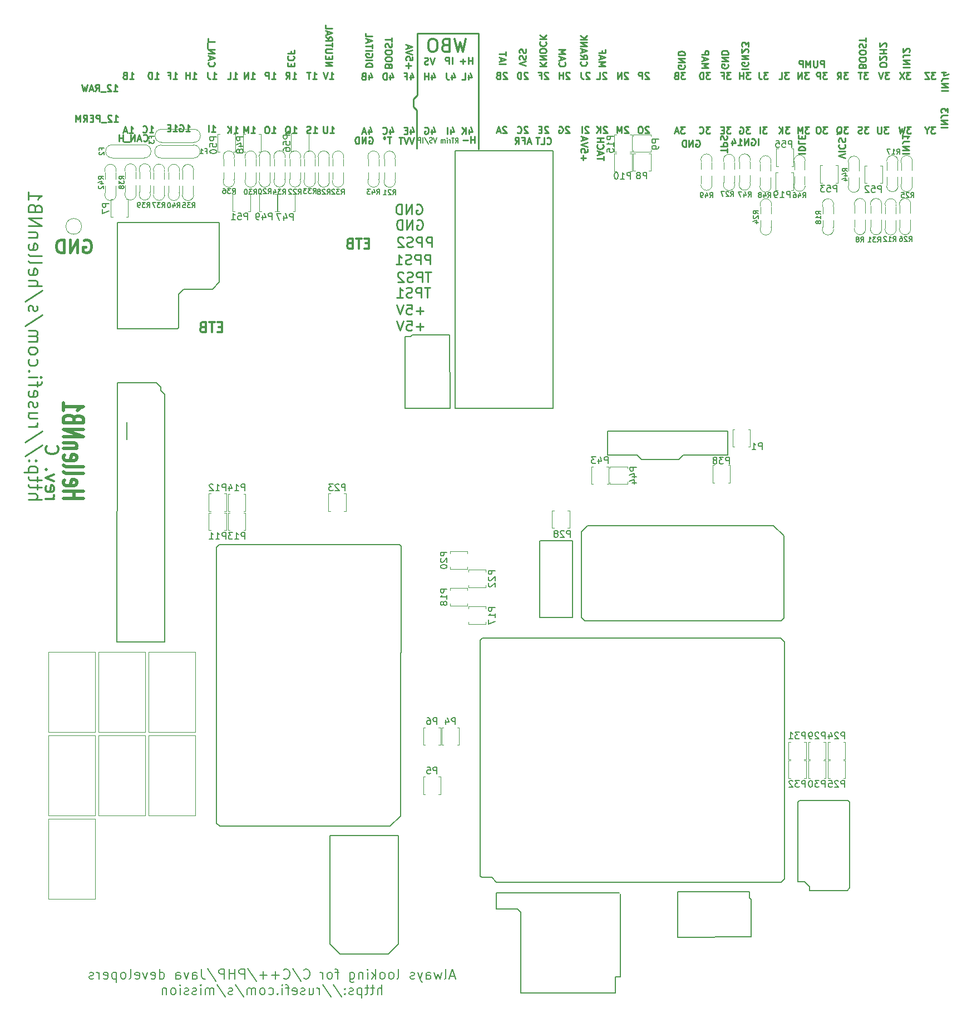
<source format=gbo>
G04 #@! TF.GenerationSoftware,KiCad,Pcbnew,(6.0.1)*
G04 #@! TF.CreationDate,2022-03-17T22:49:27+02:00*
G04 #@! TF.ProjectId,hellen64_NB1,68656c6c-656e-4363-945f-4e42312e6b69,b*
G04 #@! TF.SameCoordinates,PX141ef50PYa2cc1bc*
G04 #@! TF.FileFunction,Legend,Bot*
G04 #@! TF.FilePolarity,Positive*
%FSLAX46Y46*%
G04 Gerber Fmt 4.6, Leading zero omitted, Abs format (unit mm)*
G04 Created by KiCad (PCBNEW (6.0.1)) date 2022-03-17 22:49:27*
%MOMM*%
%LPD*%
G01*
G04 APERTURE LIST*
%ADD10C,0.250000*%
%ADD11C,0.223520*%
%ADD12C,0.350000*%
%ADD13C,0.375000*%
%ADD14C,0.150000*%
%ADD15C,0.500000*%
%ADD16C,0.200000*%
%ADD17C,0.400000*%
%ADD18C,0.300000*%
%ADD19C,0.127000*%
%ADD20C,0.099060*%
%ADD21C,0.120000*%
G04 APERTURE END LIST*
D10*
X60075000Y150375000D02*
X60075000Y140975000D01*
X59475000Y140375000D02*
X59475000Y139175000D01*
X69375000Y132775000D02*
X69375000Y150375000D01*
X59475000Y139175000D02*
X59975000Y138675000D01*
X60075000Y140975000D02*
X59475000Y140375000D01*
X59975000Y138675000D02*
X59975000Y132875000D01*
X69375000Y150375000D02*
X60075000Y150375000D01*
D11*
X22946013Y135445721D02*
X23526584Y135445721D01*
X23236299Y135445721D02*
X23236299Y136461721D01*
X23333060Y136316579D01*
X23429822Y136219817D01*
X23526584Y136171436D01*
X22510584Y135977912D02*
X22171918Y135977912D01*
X22026775Y135445721D02*
X22510584Y135445721D01*
X22510584Y136461721D01*
X22026775Y136461721D01*
X125611666Y144431381D02*
X124982714Y144431381D01*
X125321380Y144044334D01*
X125176238Y144044334D01*
X125079476Y143995953D01*
X125031095Y143947572D01*
X124982714Y143850810D01*
X124982714Y143608905D01*
X125031095Y143512143D01*
X125079476Y143463762D01*
X125176238Y143415381D01*
X125466523Y143415381D01*
X125563285Y143463762D01*
X125611666Y143512143D01*
X123966714Y143415381D02*
X124305380Y143899191D01*
X124547285Y143415381D02*
X124547285Y144431381D01*
X124160238Y144431381D01*
X124063476Y144383000D01*
X124015095Y144334620D01*
X123966714Y144237858D01*
X123966714Y144092715D01*
X124015095Y143995953D01*
X124063476Y143947572D01*
X124160238Y143899191D01*
X124547285Y143899191D01*
D12*
X67479761Y149570239D02*
X67003571Y147570239D01*
X66622619Y148998810D01*
X66241666Y147570239D01*
X65765476Y149570239D01*
X64336904Y148617858D02*
X64051190Y148522620D01*
X63955952Y148427381D01*
X63860714Y148236905D01*
X63860714Y147951191D01*
X63955952Y147760715D01*
X64051190Y147665477D01*
X64241666Y147570239D01*
X65003571Y147570239D01*
X65003571Y149570239D01*
X64336904Y149570239D01*
X64146428Y149475000D01*
X64051190Y149379762D01*
X63955952Y149189286D01*
X63955952Y148998810D01*
X64051190Y148808334D01*
X64146428Y148713096D01*
X64336904Y148617858D01*
X65003571Y148617858D01*
X62622619Y149570239D02*
X62241666Y149570239D01*
X62051190Y149475000D01*
X61860714Y149284524D01*
X61765476Y148903572D01*
X61765476Y148236905D01*
X61860714Y147855953D01*
X62051190Y147665477D01*
X62241666Y147570239D01*
X62622619Y147570239D01*
X62813095Y147665477D01*
X63003571Y147855953D01*
X63098809Y148236905D01*
X63098809Y148903572D01*
X63003571Y149284524D01*
X62813095Y149475000D01*
X62622619Y149570239D01*
D11*
X62697476Y146681381D02*
X62358809Y145665381D01*
X62020142Y146681381D01*
X61729857Y145713762D02*
X61584714Y145665381D01*
X61342809Y145665381D01*
X61246047Y145713762D01*
X61197666Y145762143D01*
X61149285Y145858905D01*
X61149285Y145955667D01*
X61197666Y146052429D01*
X61246047Y146100810D01*
X61342809Y146149191D01*
X61536333Y146197572D01*
X61633095Y146245953D01*
X61681476Y146294334D01*
X61729857Y146391096D01*
X61729857Y146487858D01*
X61681476Y146584620D01*
X61633095Y146633000D01*
X61536333Y146681381D01*
X61294428Y146681381D01*
X61149285Y146633000D01*
X107334680Y145656245D02*
X107383060Y145559483D01*
X107383060Y145414340D01*
X107334680Y145269198D01*
X107237918Y145172436D01*
X107141156Y145124055D01*
X106947632Y145075674D01*
X106802489Y145075674D01*
X106608965Y145124055D01*
X106512203Y145172436D01*
X106415441Y145269198D01*
X106367060Y145414340D01*
X106367060Y145511102D01*
X106415441Y145656245D01*
X106463822Y145704626D01*
X106802489Y145704626D01*
X106802489Y145511102D01*
X106367060Y146140055D02*
X107383060Y146140055D01*
X106367060Y146720626D01*
X107383060Y146720626D01*
X106367060Y147204436D02*
X107383060Y147204436D01*
X107383060Y147446340D01*
X107334680Y147591483D01*
X107237918Y147688245D01*
X107141156Y147736626D01*
X106947632Y147785007D01*
X106802489Y147785007D01*
X106608965Y147736626D01*
X106512203Y147688245D01*
X106415441Y147591483D01*
X106367060Y147446340D01*
X106367060Y147204436D01*
X59026904Y144017715D02*
X59026904Y143340381D01*
X59268809Y144404762D02*
X59510714Y143679048D01*
X58881761Y143679048D01*
X58156047Y143872572D02*
X58494714Y143872572D01*
X58494714Y143340381D02*
X58494714Y144356381D01*
X58010904Y144356381D01*
X122460857Y136176381D02*
X121831904Y136176381D01*
X122170571Y135789334D01*
X122025428Y135789334D01*
X121928666Y135740953D01*
X121880285Y135692572D01*
X121831904Y135595810D01*
X121831904Y135353905D01*
X121880285Y135257143D01*
X121928666Y135208762D01*
X122025428Y135160381D01*
X122315714Y135160381D01*
X122412476Y135208762D01*
X122460857Y135257143D01*
X121202952Y136176381D02*
X121009428Y136176381D01*
X120912666Y136128000D01*
X120815904Y136031239D01*
X120767523Y135837715D01*
X120767523Y135499048D01*
X120815904Y135305524D01*
X120912666Y135208762D01*
X121009428Y135160381D01*
X121202952Y135160381D01*
X121299714Y135208762D01*
X121396476Y135305524D01*
X121444857Y135499048D01*
X121444857Y135837715D01*
X121396476Y136031239D01*
X121299714Y136128000D01*
X121202952Y136176381D01*
X37931904Y135210381D02*
X38512476Y135210381D01*
X38222190Y135210381D02*
X38222190Y136226381D01*
X38318952Y136081239D01*
X38415714Y135984477D01*
X38512476Y135936096D01*
X37302952Y136226381D02*
X37109428Y136226381D01*
X37012666Y136178000D01*
X36915904Y136081239D01*
X36867523Y135887715D01*
X36867523Y135549048D01*
X36915904Y135355524D01*
X37012666Y135258762D01*
X37109428Y135210381D01*
X37302952Y135210381D01*
X37399714Y135258762D01*
X37496476Y135355524D01*
X37544857Y135549048D01*
X37544857Y135887715D01*
X37496476Y136081239D01*
X37399714Y136178000D01*
X37302952Y136226381D01*
X88408060Y131064436D02*
X88408060Y131645007D01*
X87392060Y131354721D02*
X88408060Y131354721D01*
X87682346Y131935293D02*
X87682346Y132419102D01*
X87392060Y131838531D02*
X88408060Y132177198D01*
X87392060Y132515864D01*
X87488822Y133435102D02*
X87440441Y133386721D01*
X87392060Y133241579D01*
X87392060Y133144817D01*
X87440441Y132999674D01*
X87537203Y132902912D01*
X87633965Y132854531D01*
X87827489Y132806150D01*
X87972632Y132806150D01*
X88166156Y132854531D01*
X88262918Y132902912D01*
X88359680Y132999674D01*
X88408060Y133144817D01*
X88408060Y133241579D01*
X88359680Y133386721D01*
X88311299Y133435102D01*
X87392060Y133870531D02*
X88408060Y133870531D01*
X87924251Y133870531D02*
X87924251Y134451102D01*
X87392060Y134451102D02*
X88408060Y134451102D01*
X32095952Y143465381D02*
X32676523Y143465381D01*
X32386238Y143465381D02*
X32386238Y144481381D01*
X32483000Y144336239D01*
X32579761Y144239477D01*
X32676523Y144191096D01*
X31176714Y143465381D02*
X31660523Y143465381D01*
X31660523Y144481381D01*
X113425714Y144431381D02*
X112796761Y144431381D01*
X113135428Y144044334D01*
X112990285Y144044334D01*
X112893523Y143995953D01*
X112845142Y143947572D01*
X112796761Y143850810D01*
X112796761Y143608905D01*
X112845142Y143512143D01*
X112893523Y143463762D01*
X112990285Y143415381D01*
X113280571Y143415381D01*
X113377333Y143463762D01*
X113425714Y143512143D01*
X112071047Y144431381D02*
X112071047Y143705667D01*
X112119428Y143560524D01*
X112216190Y143463762D01*
X112361333Y143415381D01*
X112458095Y143415381D01*
X79810489Y133617483D02*
X79858870Y133569102D01*
X80004013Y133520721D01*
X80100775Y133520721D01*
X80245918Y133569102D01*
X80342680Y133665864D01*
X80391060Y133762626D01*
X80439441Y133956150D01*
X80439441Y134101293D01*
X80391060Y134294817D01*
X80342680Y134391579D01*
X80245918Y134488340D01*
X80100775Y134536721D01*
X80004013Y134536721D01*
X79858870Y134488340D01*
X79810489Y134439960D01*
X78891251Y133520721D02*
X79375060Y133520721D01*
X79375060Y134536721D01*
X78697727Y134536721D02*
X78117156Y134536721D01*
X78407441Y133520721D02*
X78407441Y134536721D01*
X125635857Y136176381D02*
X125006904Y136176381D01*
X125345571Y135789334D01*
X125200428Y135789334D01*
X125103666Y135740953D01*
X125055285Y135692572D01*
X125006904Y135595810D01*
X125006904Y135353905D01*
X125055285Y135257143D01*
X125103666Y135208762D01*
X125200428Y135160381D01*
X125490714Y135160381D01*
X125587476Y135208762D01*
X125635857Y135257143D01*
X123894142Y135063620D02*
X123990904Y135112000D01*
X124087666Y135208762D01*
X124232809Y135353905D01*
X124329571Y135402286D01*
X124426333Y135402286D01*
X124377952Y135160381D02*
X124474714Y135208762D01*
X124571476Y135305524D01*
X124619857Y135499048D01*
X124619857Y135837715D01*
X124571476Y136031239D01*
X124474714Y136128000D01*
X124377952Y136176381D01*
X124184428Y136176381D01*
X124087666Y136128000D01*
X123990904Y136031239D01*
X123942523Y135837715D01*
X123942523Y135499048D01*
X123990904Y135305524D01*
X124087666Y135208762D01*
X124184428Y135160381D01*
X124377952Y135160381D01*
X40849251Y145419198D02*
X40849251Y145757864D01*
X40317060Y145903007D02*
X40317060Y145419198D01*
X41333060Y145419198D01*
X41333060Y145903007D01*
X40413822Y146919007D02*
X40365441Y146870626D01*
X40317060Y146725483D01*
X40317060Y146628721D01*
X40365441Y146483579D01*
X40462203Y146386817D01*
X40558965Y146338436D01*
X40752489Y146290055D01*
X40897632Y146290055D01*
X41091156Y146338436D01*
X41187918Y146386817D01*
X41284680Y146483579D01*
X41333060Y146628721D01*
X41333060Y146725483D01*
X41284680Y146870626D01*
X41236299Y146919007D01*
X40849251Y147693102D02*
X40849251Y147354436D01*
X40317060Y147354436D02*
X41333060Y147354436D01*
X41333060Y147838245D01*
X20127714Y143465381D02*
X20708285Y143465381D01*
X20418000Y143465381D02*
X20418000Y144481381D01*
X20514761Y144336239D01*
X20611523Y144239477D01*
X20708285Y144191096D01*
X19692285Y143465381D02*
X19692285Y144481381D01*
X19450380Y144481381D01*
X19305238Y144433000D01*
X19208476Y144336239D01*
X19160095Y144239477D01*
X19111714Y144045953D01*
X19111714Y143900810D01*
X19160095Y143707286D01*
X19208476Y143610524D01*
X19305238Y143513762D01*
X19450380Y143465381D01*
X19692285Y143465381D01*
X84988822Y146086198D02*
X84940441Y146037817D01*
X84892060Y145892674D01*
X84892060Y145795912D01*
X84940441Y145650769D01*
X85037203Y145554007D01*
X85133965Y145505626D01*
X85327489Y145457245D01*
X85472632Y145457245D01*
X85666156Y145505626D01*
X85762918Y145554007D01*
X85859680Y145650769D01*
X85908060Y145795912D01*
X85908060Y145892674D01*
X85859680Y146037817D01*
X85811299Y146086198D01*
X84892060Y147102198D02*
X85375870Y146763531D01*
X84892060Y146521626D02*
X85908060Y146521626D01*
X85908060Y146908674D01*
X85859680Y147005436D01*
X85811299Y147053817D01*
X85714537Y147102198D01*
X85569394Y147102198D01*
X85472632Y147053817D01*
X85424251Y147005436D01*
X85375870Y146908674D01*
X85375870Y146521626D01*
X85182346Y147489245D02*
X85182346Y147973055D01*
X84892060Y147392483D02*
X85908060Y147731150D01*
X84892060Y148069817D01*
X84892060Y148408483D02*
X85908060Y148408483D01*
X84892060Y148989055D01*
X85908060Y148989055D01*
X84892060Y149472864D02*
X85908060Y149472864D01*
X84892060Y150053436D02*
X85472632Y149618007D01*
X85908060Y150053436D02*
X85327489Y149472864D01*
D13*
X52744537Y118437483D02*
X52244537Y118437483D01*
X52030251Y117651769D02*
X52744537Y117651769D01*
X52744537Y119151769D01*
X52030251Y119151769D01*
X51601680Y119151769D02*
X50744537Y119151769D01*
X51173108Y117651769D02*
X51173108Y119151769D01*
X49744537Y118437483D02*
X49530251Y118366055D01*
X49458822Y118294626D01*
X49387394Y118151769D01*
X49387394Y117937483D01*
X49458822Y117794626D01*
X49530251Y117723198D01*
X49673108Y117651769D01*
X50244537Y117651769D01*
X50244537Y119151769D01*
X49744537Y119151769D01*
X49601680Y119080340D01*
X49530251Y119008912D01*
X49458822Y118866055D01*
X49458822Y118723198D01*
X49530251Y118580340D01*
X49601680Y118508912D01*
X49744537Y118437483D01*
X50244537Y118437483D01*
D10*
X61055251Y108173198D02*
X59912394Y108173198D01*
X60483822Y107601769D02*
X60483822Y108744626D01*
X58483822Y109101769D02*
X59198108Y109101769D01*
X59269537Y108387483D01*
X59198108Y108458912D01*
X59055251Y108530340D01*
X58698108Y108530340D01*
X58555251Y108458912D01*
X58483822Y108387483D01*
X58412394Y108244626D01*
X58412394Y107887483D01*
X58483822Y107744626D01*
X58555251Y107673198D01*
X58698108Y107601769D01*
X59055251Y107601769D01*
X59198108Y107673198D01*
X59269537Y107744626D01*
X57983822Y109101769D02*
X57483822Y107601769D01*
X56983822Y109101769D01*
D11*
X56129013Y134611721D02*
X55548441Y134611721D01*
X55838727Y133595721D02*
X55838727Y134611721D01*
X55064632Y134611721D02*
X55161394Y134563340D01*
X55209775Y134466579D01*
X55161394Y134369817D01*
X55064632Y134321436D01*
X54967870Y134369817D01*
X54919489Y134466579D01*
X54967870Y134563340D01*
X55064632Y134611721D01*
X100846666Y144431381D02*
X100217714Y144431381D01*
X100556380Y144044334D01*
X100411238Y144044334D01*
X100314476Y143995953D01*
X100266095Y143947572D01*
X100217714Y143850810D01*
X100217714Y143608905D01*
X100266095Y143512143D01*
X100314476Y143463762D01*
X100411238Y143415381D01*
X100701523Y143415381D01*
X100798285Y143463762D01*
X100846666Y143512143D01*
X99443619Y143947572D02*
X99298476Y143899191D01*
X99250095Y143850810D01*
X99201714Y143754048D01*
X99201714Y143608905D01*
X99250095Y143512143D01*
X99298476Y143463762D01*
X99395238Y143415381D01*
X99782285Y143415381D01*
X99782285Y144431381D01*
X99443619Y144431381D01*
X99346857Y144383000D01*
X99298476Y144334620D01*
X99250095Y144237858D01*
X99250095Y144141096D01*
X99298476Y144044334D01*
X99346857Y143995953D01*
X99443619Y143947572D01*
X99782285Y143947572D01*
X67989476Y135762715D02*
X67989476Y135085381D01*
X68231380Y136149762D02*
X68473285Y135424048D01*
X67844333Y135424048D01*
X67457285Y135085381D02*
X67457285Y136101381D01*
X66876714Y135085381D02*
X67312142Y135665953D01*
X66876714Y136101381D02*
X67457285Y135520810D01*
D14*
X63026680Y134518436D02*
X62793346Y133718436D01*
X62560013Y134518436D01*
X62360013Y133756531D02*
X62260013Y133718436D01*
X62093346Y133718436D01*
X62026680Y133756531D01*
X61993346Y133794626D01*
X61960013Y133870817D01*
X61960013Y133947007D01*
X61993346Y134023198D01*
X62026680Y134061293D01*
X62093346Y134099388D01*
X62226680Y134137483D01*
X62293346Y134175579D01*
X62326680Y134213674D01*
X62360013Y134289864D01*
X62360013Y134366055D01*
X62326680Y134442245D01*
X62293346Y134480340D01*
X62226680Y134518436D01*
X62060013Y134518436D01*
X61960013Y134480340D01*
X61160013Y134556531D02*
X61760013Y133527960D01*
X60926680Y133718436D02*
X60926680Y134518436D01*
X60593346Y133718436D02*
X60593346Y134518436D01*
X60326680Y134518436D01*
X60260013Y134480340D01*
X60226680Y134442245D01*
X60193346Y134366055D01*
X60193346Y134251769D01*
X60226680Y134175579D01*
X60260013Y134137483D01*
X60326680Y134099388D01*
X60593346Y134099388D01*
D11*
X102500775Y134088340D02*
X102597537Y134136721D01*
X102742680Y134136721D01*
X102887822Y134088340D01*
X102984584Y133991579D01*
X103032965Y133894817D01*
X103081346Y133701293D01*
X103081346Y133556150D01*
X103032965Y133362626D01*
X102984584Y133265864D01*
X102887822Y133169102D01*
X102742680Y133120721D01*
X102645918Y133120721D01*
X102500775Y133169102D01*
X102452394Y133217483D01*
X102452394Y133556150D01*
X102645918Y133556150D01*
X102016965Y133120721D02*
X102016965Y134136721D01*
X101436394Y133120721D01*
X101436394Y134136721D01*
X100952584Y133120721D02*
X100952584Y134136721D01*
X100710680Y134136721D01*
X100565537Y134088340D01*
X100468775Y133991579D01*
X100420394Y133894817D01*
X100372013Y133701293D01*
X100372013Y133556150D01*
X100420394Y133362626D01*
X100468775Y133265864D01*
X100565537Y133169102D01*
X100710680Y133120721D01*
X100952584Y133120721D01*
D10*
X62058822Y111676769D02*
X61201680Y111676769D01*
X61630251Y110176769D02*
X61630251Y111676769D01*
X60701680Y110176769D02*
X60701680Y111676769D01*
X60130251Y111676769D01*
X59987394Y111605340D01*
X59915965Y111533912D01*
X59844537Y111391055D01*
X59844537Y111176769D01*
X59915965Y111033912D01*
X59987394Y110962483D01*
X60130251Y110891055D01*
X60701680Y110891055D01*
X59273108Y110248198D02*
X59058822Y110176769D01*
X58701680Y110176769D01*
X58558822Y110248198D01*
X58487394Y110319626D01*
X58415965Y110462483D01*
X58415965Y110605340D01*
X58487394Y110748198D01*
X58558822Y110819626D01*
X58701680Y110891055D01*
X58987394Y110962483D01*
X59130251Y111033912D01*
X59201680Y111105340D01*
X59273108Y111248198D01*
X59273108Y111391055D01*
X59201680Y111533912D01*
X59130251Y111605340D01*
X58987394Y111676769D01*
X58630251Y111676769D01*
X58415965Y111605340D01*
X56987394Y110176769D02*
X57844537Y110176769D01*
X57415965Y110176769D02*
X57415965Y111676769D01*
X57558822Y111462483D01*
X57701680Y111319626D01*
X57844537Y111248198D01*
D11*
X109442060Y144947531D02*
X110458060Y144947531D01*
X110409680Y145963531D02*
X110458060Y145866769D01*
X110458060Y145721626D01*
X110409680Y145576483D01*
X110312918Y145479721D01*
X110216156Y145431340D01*
X110022632Y145382960D01*
X109877489Y145382960D01*
X109683965Y145431340D01*
X109587203Y145479721D01*
X109490441Y145576483D01*
X109442060Y145721626D01*
X109442060Y145818388D01*
X109490441Y145963531D01*
X109538822Y146011912D01*
X109877489Y146011912D01*
X109877489Y145818388D01*
X109442060Y146447340D02*
X110458060Y146447340D01*
X109442060Y147027912D01*
X110458060Y147027912D01*
X110361299Y147463340D02*
X110409680Y147511721D01*
X110458060Y147608483D01*
X110458060Y147850388D01*
X110409680Y147947150D01*
X110361299Y147995531D01*
X110264537Y148043912D01*
X110167775Y148043912D01*
X110022632Y147995531D01*
X109442060Y147414960D01*
X109442060Y148043912D01*
X110458060Y148382579D02*
X110458060Y149011531D01*
X110071013Y148672864D01*
X110071013Y148818007D01*
X110022632Y148914769D01*
X109974251Y148963150D01*
X109877489Y149011531D01*
X109635584Y149011531D01*
X109538822Y148963150D01*
X109490441Y148914769D01*
X109442060Y148818007D01*
X109442060Y148527721D01*
X109490441Y148430960D01*
X109538822Y148382579D01*
X52725775Y134563340D02*
X52822537Y134611721D01*
X52967680Y134611721D01*
X53112822Y134563340D01*
X53209584Y134466579D01*
X53257965Y134369817D01*
X53306346Y134176293D01*
X53306346Y134031150D01*
X53257965Y133837626D01*
X53209584Y133740864D01*
X53112822Y133644102D01*
X52967680Y133595721D01*
X52870918Y133595721D01*
X52725775Y133644102D01*
X52677394Y133692483D01*
X52677394Y134031150D01*
X52870918Y134031150D01*
X52241965Y133595721D02*
X52241965Y134611721D01*
X51661394Y133595721D01*
X51661394Y134611721D01*
X51177584Y133595721D02*
X51177584Y134611721D01*
X50935680Y134611721D01*
X50790537Y134563340D01*
X50693775Y134466579D01*
X50645394Y134369817D01*
X50597013Y134176293D01*
X50597013Y134031150D01*
X50645394Y133837626D01*
X50693775Y133740864D01*
X50790537Y133644102D01*
X50935680Y133595721D01*
X51177584Y133595721D01*
X128762476Y136176381D02*
X128133523Y136176381D01*
X128472190Y135789334D01*
X128327047Y135789334D01*
X128230285Y135740953D01*
X128181904Y135692572D01*
X128133523Y135595810D01*
X128133523Y135353905D01*
X128181904Y135257143D01*
X128230285Y135208762D01*
X128327047Y135160381D01*
X128617333Y135160381D01*
X128714095Y135208762D01*
X128762476Y135257143D01*
X127746476Y135208762D02*
X127601333Y135160381D01*
X127359428Y135160381D01*
X127262666Y135208762D01*
X127214285Y135257143D01*
X127165904Y135353905D01*
X127165904Y135450667D01*
X127214285Y135547429D01*
X127262666Y135595810D01*
X127359428Y135644191D01*
X127552952Y135692572D01*
X127649714Y135740953D01*
X127698095Y135789334D01*
X127746476Y135886096D01*
X127746476Y135982858D01*
X127698095Y136079620D01*
X127649714Y136128000D01*
X127552952Y136176381D01*
X127311047Y136176381D01*
X127165904Y136128000D01*
X135209238Y136176381D02*
X134580285Y136176381D01*
X134918952Y135789334D01*
X134773809Y135789334D01*
X134677047Y135740953D01*
X134628666Y135692572D01*
X134580285Y135595810D01*
X134580285Y135353905D01*
X134628666Y135257143D01*
X134677047Y135208762D01*
X134773809Y135160381D01*
X135064095Y135160381D01*
X135160857Y135208762D01*
X135209238Y135257143D01*
X134241619Y136176381D02*
X133999714Y135160381D01*
X133806190Y135886096D01*
X133612666Y135160381D01*
X133370761Y136176381D01*
X116721666Y136176381D02*
X116092714Y136176381D01*
X116431380Y135789334D01*
X116286238Y135789334D01*
X116189476Y135740953D01*
X116141095Y135692572D01*
X116092714Y135595810D01*
X116092714Y135353905D01*
X116141095Y135257143D01*
X116189476Y135208762D01*
X116286238Y135160381D01*
X116576523Y135160381D01*
X116673285Y135208762D01*
X116721666Y135257143D01*
X115657285Y135160381D02*
X115657285Y136176381D01*
X115076714Y135160381D02*
X115512142Y135740953D01*
X115076714Y136176381D02*
X115657285Y135595810D01*
X83257476Y144384620D02*
X83209095Y144433000D01*
X83112333Y144481381D01*
X82870428Y144481381D01*
X82773666Y144433000D01*
X82725285Y144384620D01*
X82676904Y144287858D01*
X82676904Y144191096D01*
X82725285Y144045953D01*
X83305857Y143465381D01*
X82676904Y143465381D01*
X82241476Y143465381D02*
X82241476Y144481381D01*
X82241476Y143997572D02*
X81660904Y143997572D01*
X81660904Y143465381D02*
X81660904Y144481381D01*
X139792060Y136102293D02*
X140808060Y136102293D01*
X139792060Y136586102D02*
X140808060Y136586102D01*
X139792060Y137166674D01*
X140808060Y137166674D01*
X140808060Y137940769D02*
X140082346Y137940769D01*
X139937203Y137892388D01*
X139840441Y137795626D01*
X139792060Y137650483D01*
X139792060Y137553721D01*
X140808060Y138327817D02*
X140808060Y138956769D01*
X140421013Y138618102D01*
X140421013Y138763245D01*
X140372632Y138860007D01*
X140324251Y138908388D01*
X140227489Y138956769D01*
X139985584Y138956769D01*
X139888822Y138908388D01*
X139840441Y138860007D01*
X139792060Y138763245D01*
X139792060Y138472960D01*
X139840441Y138376198D01*
X139888822Y138327817D01*
X110746666Y136131381D02*
X110117714Y136131381D01*
X110456380Y135744334D01*
X110311238Y135744334D01*
X110214476Y135695953D01*
X110166095Y135647572D01*
X110117714Y135550810D01*
X110117714Y135308905D01*
X110166095Y135212143D01*
X110214476Y135163762D01*
X110311238Y135115381D01*
X110601523Y135115381D01*
X110698285Y135163762D01*
X110746666Y135212143D01*
X109150095Y136083000D02*
X109246857Y136131381D01*
X109392000Y136131381D01*
X109537142Y136083000D01*
X109633904Y135986239D01*
X109682285Y135889477D01*
X109730666Y135695953D01*
X109730666Y135550810D01*
X109682285Y135357286D01*
X109633904Y135260524D01*
X109537142Y135163762D01*
X109392000Y135115381D01*
X109295238Y135115381D01*
X109150095Y135163762D01*
X109101714Y135212143D01*
X109101714Y135550810D01*
X109295238Y135550810D01*
X58729108Y145088626D02*
X58729108Y145862721D01*
X58342060Y145475674D02*
X59116156Y145475674D01*
X59358060Y146830340D02*
X59358060Y146346531D01*
X58874251Y146298150D01*
X58922632Y146346531D01*
X58971013Y146443293D01*
X58971013Y146685198D01*
X58922632Y146781960D01*
X58874251Y146830340D01*
X58777489Y146878721D01*
X58535584Y146878721D01*
X58438822Y146830340D01*
X58390441Y146781960D01*
X58342060Y146685198D01*
X58342060Y146443293D01*
X58390441Y146346531D01*
X58438822Y146298150D01*
X59358060Y147169007D02*
X58342060Y147507674D01*
X59358060Y147846340D01*
X58632346Y148136626D02*
X58632346Y148620436D01*
X58342060Y148039864D02*
X59358060Y148378531D01*
X58342060Y148717198D01*
X44136761Y143465381D02*
X44717333Y143465381D01*
X44427047Y143465381D02*
X44427047Y144481381D01*
X44523809Y144336239D01*
X44620571Y144239477D01*
X44717333Y144191096D01*
X43846476Y144481381D02*
X43265904Y144481381D01*
X43556190Y143465381D02*
X43556190Y144481381D01*
X119719238Y136176381D02*
X119090285Y136176381D01*
X119428952Y135789334D01*
X119283809Y135789334D01*
X119187047Y135740953D01*
X119138666Y135692572D01*
X119090285Y135595810D01*
X119090285Y135353905D01*
X119138666Y135257143D01*
X119187047Y135208762D01*
X119283809Y135160381D01*
X119574095Y135160381D01*
X119670857Y135208762D01*
X119719238Y135257143D01*
X118654857Y135160381D02*
X118654857Y136176381D01*
X118316190Y135450667D01*
X117977523Y136176381D01*
X117977523Y135160381D01*
D15*
X6244537Y79567245D02*
X9244537Y79567245D01*
X7815965Y79567245D02*
X7815965Y80710102D01*
X6244537Y80710102D02*
X9244537Y80710102D01*
X6387394Y82424388D02*
X6244537Y82233912D01*
X6244537Y81852960D01*
X6387394Y81662483D01*
X6673108Y81567245D01*
X7815965Y81567245D01*
X8101680Y81662483D01*
X8244537Y81852960D01*
X8244537Y82233912D01*
X8101680Y82424388D01*
X7815965Y82519626D01*
X7530251Y82519626D01*
X7244537Y81567245D01*
X6244537Y83662483D02*
X6387394Y83472007D01*
X6673108Y83376769D01*
X9244537Y83376769D01*
X6244537Y84710102D02*
X6387394Y84519626D01*
X6673108Y84424388D01*
X9244537Y84424388D01*
X6387394Y86233912D02*
X6244537Y86043436D01*
X6244537Y85662483D01*
X6387394Y85472007D01*
X6673108Y85376769D01*
X7815965Y85376769D01*
X8101680Y85472007D01*
X8244537Y85662483D01*
X8244537Y86043436D01*
X8101680Y86233912D01*
X7815965Y86329150D01*
X7530251Y86329150D01*
X7244537Y85376769D01*
X8244537Y87186293D02*
X6244537Y87186293D01*
X7958822Y87186293D02*
X8101680Y87281531D01*
X8244537Y87472007D01*
X8244537Y87757721D01*
X8101680Y87948198D01*
X7815965Y88043436D01*
X6244537Y88043436D01*
X6244537Y88995817D02*
X9244537Y88995817D01*
X6244537Y90138674D01*
X9244537Y90138674D01*
X7815965Y91757721D02*
X7673108Y92043436D01*
X7530251Y92138674D01*
X7244537Y92233912D01*
X6815965Y92233912D01*
X6530251Y92138674D01*
X6387394Y92043436D01*
X6244537Y91852960D01*
X6244537Y91091055D01*
X9244537Y91091055D01*
X9244537Y91757721D01*
X9101680Y91948198D01*
X8958822Y92043436D01*
X8673108Y92138674D01*
X8387394Y92138674D01*
X8101680Y92043436D01*
X7958822Y91948198D01*
X7815965Y91757721D01*
X7815965Y91091055D01*
X6244537Y94138674D02*
X6244537Y92995817D01*
X6244537Y93567245D02*
X9244537Y93567245D01*
X8815965Y93376769D01*
X8530251Y93186293D01*
X8387394Y92995817D01*
D11*
X78692060Y145358864D02*
X79708060Y145358864D01*
X78692060Y145939436D02*
X79272632Y145504007D01*
X79708060Y145939436D02*
X79127489Y145358864D01*
X78692060Y146374864D02*
X79708060Y146374864D01*
X78692060Y146955436D01*
X79708060Y146955436D01*
X79708060Y147632769D02*
X79708060Y147826293D01*
X79659680Y147923055D01*
X79562918Y148019817D01*
X79369394Y148068198D01*
X79030727Y148068198D01*
X78837203Y148019817D01*
X78740441Y147923055D01*
X78692060Y147826293D01*
X78692060Y147632769D01*
X78740441Y147536007D01*
X78837203Y147439245D01*
X79030727Y147390864D01*
X79369394Y147390864D01*
X79562918Y147439245D01*
X79659680Y147536007D01*
X79708060Y147632769D01*
X78788822Y149084198D02*
X78740441Y149035817D01*
X78692060Y148890674D01*
X78692060Y148793912D01*
X78740441Y148648769D01*
X78837203Y148552007D01*
X78933965Y148503626D01*
X79127489Y148455245D01*
X79272632Y148455245D01*
X79466156Y148503626D01*
X79562918Y148552007D01*
X79659680Y148648769D01*
X79708060Y148793912D01*
X79708060Y148890674D01*
X79659680Y149035817D01*
X79611299Y149084198D01*
X78692060Y149519626D02*
X79708060Y149519626D01*
X78692060Y150100198D02*
X79272632Y149664769D01*
X79708060Y150100198D02*
X79127489Y149519626D01*
X62274476Y135762715D02*
X62274476Y135085381D01*
X62516380Y136149762D02*
X62758285Y135424048D01*
X62129333Y135424048D01*
X61210095Y136053000D02*
X61306857Y136101381D01*
X61452000Y136101381D01*
X61597142Y136053000D01*
X61693904Y135956239D01*
X61742285Y135859477D01*
X61790666Y135665953D01*
X61790666Y135520810D01*
X61742285Y135327286D01*
X61693904Y135230524D01*
X61597142Y135133762D01*
X61452000Y135085381D01*
X61355238Y135085381D01*
X61210095Y135133762D01*
X61161714Y135182143D01*
X61161714Y135520810D01*
X61355238Y135520810D01*
X113280571Y136176381D02*
X112651619Y136176381D01*
X112990285Y135789334D01*
X112845142Y135789334D01*
X112748380Y135740953D01*
X112700000Y135692572D01*
X112651619Y135595810D01*
X112651619Y135353905D01*
X112700000Y135257143D01*
X112748380Y135208762D01*
X112845142Y135160381D01*
X113135428Y135160381D01*
X113232190Y135208762D01*
X113280571Y135257143D01*
X112216190Y135160381D02*
X112216190Y136176381D01*
X55722571Y145512334D02*
X55674190Y145657477D01*
X55625809Y145705858D01*
X55529047Y145754239D01*
X55383904Y145754239D01*
X55287142Y145705858D01*
X55238761Y145657477D01*
X55190380Y145560715D01*
X55190380Y145173667D01*
X56206380Y145173667D01*
X56206380Y145512334D01*
X56158000Y145609096D01*
X56109619Y145657477D01*
X56012857Y145705858D01*
X55916095Y145705858D01*
X55819333Y145657477D01*
X55770952Y145609096D01*
X55722571Y145512334D01*
X55722571Y145173667D01*
X56206380Y146383191D02*
X56206380Y146576715D01*
X56158000Y146673477D01*
X56061238Y146770239D01*
X55867714Y146818620D01*
X55529047Y146818620D01*
X55335523Y146770239D01*
X55238761Y146673477D01*
X55190380Y146576715D01*
X55190380Y146383191D01*
X55238761Y146286429D01*
X55335523Y146189667D01*
X55529047Y146141286D01*
X55867714Y146141286D01*
X56061238Y146189667D01*
X56158000Y146286429D01*
X56206380Y146383191D01*
X56206380Y147447572D02*
X56206380Y147641096D01*
X56158000Y147737858D01*
X56061238Y147834620D01*
X55867714Y147883000D01*
X55529047Y147883000D01*
X55335523Y147834620D01*
X55238761Y147737858D01*
X55190380Y147641096D01*
X55190380Y147447572D01*
X55238761Y147350810D01*
X55335523Y147254048D01*
X55529047Y147205667D01*
X55867714Y147205667D01*
X56061238Y147254048D01*
X56158000Y147350810D01*
X56206380Y147447572D01*
X55238761Y148270048D02*
X55190380Y148415191D01*
X55190380Y148657096D01*
X55238761Y148753858D01*
X55287142Y148802239D01*
X55383904Y148850620D01*
X55480666Y148850620D01*
X55577428Y148802239D01*
X55625809Y148753858D01*
X55674190Y148657096D01*
X55722571Y148463572D01*
X55770952Y148366810D01*
X55819333Y148318429D01*
X55916095Y148270048D01*
X56012857Y148270048D01*
X56109619Y148318429D01*
X56158000Y148366810D01*
X56206380Y148463572D01*
X56206380Y148705477D01*
X56158000Y148850620D01*
X56206380Y149140905D02*
X56206380Y149721477D01*
X55190380Y149431191D02*
X56206380Y149431191D01*
D16*
X65798108Y6912840D02*
X65083822Y6912840D01*
X65940965Y6484269D02*
X65440965Y7984269D01*
X64940965Y6484269D01*
X64226680Y6484269D02*
X64369537Y6555698D01*
X64440965Y6698555D01*
X64440965Y7984269D01*
X63798108Y7484269D02*
X63512394Y6484269D01*
X63226680Y7198555D01*
X62940965Y6484269D01*
X62655251Y7484269D01*
X61440965Y6484269D02*
X61440965Y7269983D01*
X61512394Y7412840D01*
X61655251Y7484269D01*
X61940965Y7484269D01*
X62083822Y7412840D01*
X61440965Y6555698D02*
X61583822Y6484269D01*
X61940965Y6484269D01*
X62083822Y6555698D01*
X62155251Y6698555D01*
X62155251Y6841412D01*
X62083822Y6984269D01*
X61940965Y7055698D01*
X61583822Y7055698D01*
X61440965Y7127126D01*
X60869537Y7484269D02*
X60512394Y6484269D01*
X60155251Y7484269D02*
X60512394Y6484269D01*
X60655251Y6127126D01*
X60726680Y6055698D01*
X60869537Y5984269D01*
X59655251Y6555698D02*
X59512394Y6484269D01*
X59226680Y6484269D01*
X59083822Y6555698D01*
X59012394Y6698555D01*
X59012394Y6769983D01*
X59083822Y6912840D01*
X59226680Y6984269D01*
X59440965Y6984269D01*
X59583822Y7055698D01*
X59655251Y7198555D01*
X59655251Y7269983D01*
X59583822Y7412840D01*
X59440965Y7484269D01*
X59226680Y7484269D01*
X59083822Y7412840D01*
X57012394Y6484269D02*
X57155251Y6555698D01*
X57226680Y6698555D01*
X57226680Y7984269D01*
X56226680Y6484269D02*
X56369537Y6555698D01*
X56440965Y6627126D01*
X56512394Y6769983D01*
X56512394Y7198555D01*
X56440965Y7341412D01*
X56369537Y7412840D01*
X56226680Y7484269D01*
X56012394Y7484269D01*
X55869537Y7412840D01*
X55798108Y7341412D01*
X55726680Y7198555D01*
X55726680Y6769983D01*
X55798108Y6627126D01*
X55869537Y6555698D01*
X56012394Y6484269D01*
X56226680Y6484269D01*
X54869537Y6484269D02*
X55012394Y6555698D01*
X55083822Y6627126D01*
X55155251Y6769983D01*
X55155251Y7198555D01*
X55083822Y7341412D01*
X55012394Y7412840D01*
X54869537Y7484269D01*
X54655251Y7484269D01*
X54512394Y7412840D01*
X54440965Y7341412D01*
X54369537Y7198555D01*
X54369537Y6769983D01*
X54440965Y6627126D01*
X54512394Y6555698D01*
X54655251Y6484269D01*
X54869537Y6484269D01*
X53726680Y6484269D02*
X53726680Y7984269D01*
X53583822Y7055698D02*
X53155251Y6484269D01*
X53155251Y7484269D02*
X53726680Y6912840D01*
X52512394Y6484269D02*
X52512394Y7484269D01*
X52512394Y7984269D02*
X52583822Y7912840D01*
X52512394Y7841412D01*
X52440965Y7912840D01*
X52512394Y7984269D01*
X52512394Y7841412D01*
X51798108Y7484269D02*
X51798108Y6484269D01*
X51798108Y7341412D02*
X51726680Y7412840D01*
X51583822Y7484269D01*
X51369537Y7484269D01*
X51226680Y7412840D01*
X51155251Y7269983D01*
X51155251Y6484269D01*
X49798108Y7484269D02*
X49798108Y6269983D01*
X49869537Y6127126D01*
X49940965Y6055698D01*
X50083822Y5984269D01*
X50298108Y5984269D01*
X50440965Y6055698D01*
X49798108Y6555698D02*
X49940965Y6484269D01*
X50226679Y6484269D01*
X50369537Y6555698D01*
X50440965Y6627126D01*
X50512394Y6769983D01*
X50512394Y7198555D01*
X50440965Y7341412D01*
X50369537Y7412840D01*
X50226679Y7484269D01*
X49940965Y7484269D01*
X49798108Y7412840D01*
X48155251Y7484269D02*
X47583822Y7484269D01*
X47940965Y6484269D02*
X47940965Y7769983D01*
X47869537Y7912840D01*
X47726679Y7984269D01*
X47583822Y7984269D01*
X46869537Y6484269D02*
X47012394Y6555698D01*
X47083822Y6627126D01*
X47155251Y6769983D01*
X47155251Y7198555D01*
X47083822Y7341412D01*
X47012394Y7412840D01*
X46869537Y7484269D01*
X46655251Y7484269D01*
X46512394Y7412840D01*
X46440965Y7341412D01*
X46369537Y7198555D01*
X46369537Y6769983D01*
X46440965Y6627126D01*
X46512394Y6555698D01*
X46655251Y6484269D01*
X46869537Y6484269D01*
X45726679Y6484269D02*
X45726679Y7484269D01*
X45726679Y7198555D02*
X45655251Y7341412D01*
X45583822Y7412840D01*
X45440965Y7484269D01*
X45298108Y7484269D01*
X42798108Y6627126D02*
X42869537Y6555698D01*
X43083822Y6484269D01*
X43226679Y6484269D01*
X43440965Y6555698D01*
X43583822Y6698555D01*
X43655251Y6841412D01*
X43726680Y7127126D01*
X43726680Y7341412D01*
X43655251Y7627126D01*
X43583822Y7769983D01*
X43440965Y7912840D01*
X43226679Y7984269D01*
X43083822Y7984269D01*
X42869537Y7912840D01*
X42798108Y7841412D01*
X41083822Y8055698D02*
X42369537Y6127126D01*
X39726680Y6627126D02*
X39798108Y6555698D01*
X40012394Y6484269D01*
X40155251Y6484269D01*
X40369537Y6555698D01*
X40512394Y6698555D01*
X40583822Y6841412D01*
X40655251Y7127126D01*
X40655251Y7341412D01*
X40583822Y7627126D01*
X40512394Y7769983D01*
X40369537Y7912840D01*
X40155251Y7984269D01*
X40012394Y7984269D01*
X39798108Y7912840D01*
X39726680Y7841412D01*
X39083822Y7055698D02*
X37940965Y7055698D01*
X38512394Y6484269D02*
X38512394Y7627126D01*
X37226679Y7055698D02*
X36083822Y7055698D01*
X36655251Y6484269D02*
X36655251Y7627126D01*
X34298108Y8055698D02*
X35583822Y6127126D01*
X33798108Y6484269D02*
X33798108Y7984269D01*
X33226679Y7984269D01*
X33083822Y7912840D01*
X33012394Y7841412D01*
X32940965Y7698555D01*
X32940965Y7484269D01*
X33012394Y7341412D01*
X33083822Y7269983D01*
X33226679Y7198555D01*
X33798108Y7198555D01*
X32298108Y6484269D02*
X32298108Y7984269D01*
X32298108Y7269983D02*
X31440965Y7269983D01*
X31440965Y6484269D02*
X31440965Y7984269D01*
X30726679Y6484269D02*
X30726679Y7984269D01*
X30155251Y7984269D01*
X30012394Y7912840D01*
X29940965Y7841412D01*
X29869537Y7698555D01*
X29869537Y7484269D01*
X29940965Y7341412D01*
X30012394Y7269983D01*
X30155251Y7198555D01*
X30726679Y7198555D01*
X28155251Y8055698D02*
X29440965Y6127126D01*
X27226679Y7984269D02*
X27226679Y6912840D01*
X27298108Y6698555D01*
X27440965Y6555698D01*
X27655251Y6484269D01*
X27798108Y6484269D01*
X25869537Y6484269D02*
X25869537Y7269983D01*
X25940965Y7412840D01*
X26083822Y7484269D01*
X26369537Y7484269D01*
X26512394Y7412840D01*
X25869537Y6555698D02*
X26012394Y6484269D01*
X26369537Y6484269D01*
X26512394Y6555698D01*
X26583822Y6698555D01*
X26583822Y6841412D01*
X26512394Y6984269D01*
X26369537Y7055698D01*
X26012394Y7055698D01*
X25869537Y7127126D01*
X25298108Y7484269D02*
X24940965Y6484269D01*
X24583822Y7484269D01*
X23369537Y6484269D02*
X23369537Y7269983D01*
X23440965Y7412840D01*
X23583822Y7484269D01*
X23869537Y7484269D01*
X24012394Y7412840D01*
X23369537Y6555698D02*
X23512394Y6484269D01*
X23869537Y6484269D01*
X24012394Y6555698D01*
X24083822Y6698555D01*
X24083822Y6841412D01*
X24012394Y6984269D01*
X23869537Y7055698D01*
X23512394Y7055698D01*
X23369537Y7127126D01*
X20869537Y6484269D02*
X20869537Y7984269D01*
X20869537Y6555698D02*
X21012394Y6484269D01*
X21298108Y6484269D01*
X21440965Y6555698D01*
X21512394Y6627126D01*
X21583822Y6769983D01*
X21583822Y7198555D01*
X21512394Y7341412D01*
X21440965Y7412840D01*
X21298108Y7484269D01*
X21012394Y7484269D01*
X20869537Y7412840D01*
X19583822Y6555698D02*
X19726680Y6484269D01*
X20012394Y6484269D01*
X20155251Y6555698D01*
X20226680Y6698555D01*
X20226680Y7269983D01*
X20155251Y7412840D01*
X20012394Y7484269D01*
X19726680Y7484269D01*
X19583822Y7412840D01*
X19512394Y7269983D01*
X19512394Y7127126D01*
X20226680Y6984269D01*
X19012394Y7484269D02*
X18655251Y6484269D01*
X18298108Y7484269D01*
X17155251Y6555698D02*
X17298108Y6484269D01*
X17583822Y6484269D01*
X17726680Y6555698D01*
X17798108Y6698555D01*
X17798108Y7269983D01*
X17726680Y7412840D01*
X17583822Y7484269D01*
X17298108Y7484269D01*
X17155251Y7412840D01*
X17083822Y7269983D01*
X17083822Y7127126D01*
X17798108Y6984269D01*
X16226680Y6484269D02*
X16369537Y6555698D01*
X16440965Y6698555D01*
X16440965Y7984269D01*
X15440965Y6484269D02*
X15583822Y6555698D01*
X15655251Y6627126D01*
X15726680Y6769983D01*
X15726680Y7198555D01*
X15655251Y7341412D01*
X15583822Y7412840D01*
X15440965Y7484269D01*
X15226680Y7484269D01*
X15083822Y7412840D01*
X15012394Y7341412D01*
X14940965Y7198555D01*
X14940965Y6769983D01*
X15012394Y6627126D01*
X15083822Y6555698D01*
X15226680Y6484269D01*
X15440965Y6484269D01*
X14298108Y7484269D02*
X14298108Y5984269D01*
X14298108Y7412840D02*
X14155251Y7484269D01*
X13869537Y7484269D01*
X13726680Y7412840D01*
X13655251Y7341412D01*
X13583822Y7198555D01*
X13583822Y6769983D01*
X13655251Y6627126D01*
X13726680Y6555698D01*
X13869537Y6484269D01*
X14155251Y6484269D01*
X14298108Y6555698D01*
X12369537Y6555698D02*
X12512394Y6484269D01*
X12798108Y6484269D01*
X12940965Y6555698D01*
X13012394Y6698555D01*
X13012394Y7269983D01*
X12940965Y7412840D01*
X12798108Y7484269D01*
X12512394Y7484269D01*
X12369537Y7412840D01*
X12298108Y7269983D01*
X12298108Y7127126D01*
X13012394Y6984269D01*
X11655251Y6484269D02*
X11655251Y7484269D01*
X11655251Y7198555D02*
X11583822Y7341412D01*
X11512394Y7412840D01*
X11369537Y7484269D01*
X11226679Y7484269D01*
X10798108Y6555698D02*
X10655251Y6484269D01*
X10369537Y6484269D01*
X10226679Y6555698D01*
X10155251Y6698555D01*
X10155251Y6769983D01*
X10226679Y6912840D01*
X10369537Y6984269D01*
X10583822Y6984269D01*
X10726679Y7055698D01*
X10798108Y7198555D01*
X10798108Y7269983D01*
X10726679Y7412840D01*
X10583822Y7484269D01*
X10369537Y7484269D01*
X10226679Y7412840D01*
X54690965Y4069269D02*
X54690965Y5569269D01*
X54048108Y4069269D02*
X54048108Y4854983D01*
X54119537Y4997840D01*
X54262394Y5069269D01*
X54476680Y5069269D01*
X54619537Y4997840D01*
X54690965Y4926412D01*
X53548108Y5069269D02*
X52976680Y5069269D01*
X53333822Y5569269D02*
X53333822Y4283555D01*
X53262394Y4140698D01*
X53119537Y4069269D01*
X52976680Y4069269D01*
X52690965Y5069269D02*
X52119537Y5069269D01*
X52476680Y5569269D02*
X52476680Y4283555D01*
X52405251Y4140698D01*
X52262394Y4069269D01*
X52119537Y4069269D01*
X51619537Y5069269D02*
X51619537Y3569269D01*
X51619537Y4997840D02*
X51476680Y5069269D01*
X51190965Y5069269D01*
X51048108Y4997840D01*
X50976680Y4926412D01*
X50905251Y4783555D01*
X50905251Y4354983D01*
X50976680Y4212126D01*
X51048108Y4140698D01*
X51190965Y4069269D01*
X51476680Y4069269D01*
X51619537Y4140698D01*
X50333822Y4140698D02*
X50190965Y4069269D01*
X49905251Y4069269D01*
X49762394Y4140698D01*
X49690965Y4283555D01*
X49690965Y4354983D01*
X49762394Y4497840D01*
X49905251Y4569269D01*
X50119537Y4569269D01*
X50262394Y4640698D01*
X50333822Y4783555D01*
X50333822Y4854983D01*
X50262394Y4997840D01*
X50119537Y5069269D01*
X49905251Y5069269D01*
X49762394Y4997840D01*
X49048108Y4212126D02*
X48976680Y4140698D01*
X49048108Y4069269D01*
X49119537Y4140698D01*
X49048108Y4212126D01*
X49048108Y4069269D01*
X49048108Y4997840D02*
X48976680Y4926412D01*
X49048108Y4854983D01*
X49119537Y4926412D01*
X49048108Y4997840D01*
X49048108Y4854983D01*
X47262394Y5640698D02*
X48548108Y3712126D01*
X45690965Y5640698D02*
X46976680Y3712126D01*
X45190965Y4069269D02*
X45190965Y5069269D01*
X45190965Y4783555D02*
X45119537Y4926412D01*
X45048108Y4997840D01*
X44905251Y5069269D01*
X44762394Y5069269D01*
X43619537Y5069269D02*
X43619537Y4069269D01*
X44262394Y5069269D02*
X44262394Y4283555D01*
X44190965Y4140698D01*
X44048108Y4069269D01*
X43833822Y4069269D01*
X43690965Y4140698D01*
X43619537Y4212126D01*
X42976680Y4140698D02*
X42833822Y4069269D01*
X42548108Y4069269D01*
X42405251Y4140698D01*
X42333822Y4283555D01*
X42333822Y4354983D01*
X42405251Y4497840D01*
X42548108Y4569269D01*
X42762394Y4569269D01*
X42905251Y4640698D01*
X42976680Y4783555D01*
X42976680Y4854983D01*
X42905251Y4997840D01*
X42762394Y5069269D01*
X42548108Y5069269D01*
X42405251Y4997840D01*
X41119537Y4140698D02*
X41262394Y4069269D01*
X41548108Y4069269D01*
X41690965Y4140698D01*
X41762394Y4283555D01*
X41762394Y4854983D01*
X41690965Y4997840D01*
X41548108Y5069269D01*
X41262394Y5069269D01*
X41119537Y4997840D01*
X41048108Y4854983D01*
X41048108Y4712126D01*
X41762394Y4569269D01*
X40619537Y5069269D02*
X40048108Y5069269D01*
X40405251Y4069269D02*
X40405251Y5354983D01*
X40333822Y5497840D01*
X40190965Y5569269D01*
X40048108Y5569269D01*
X39548108Y4069269D02*
X39548108Y5069269D01*
X39548108Y5569269D02*
X39619537Y5497840D01*
X39548108Y5426412D01*
X39476680Y5497840D01*
X39548108Y5569269D01*
X39548108Y5426412D01*
X38833822Y4212126D02*
X38762394Y4140698D01*
X38833822Y4069269D01*
X38905251Y4140698D01*
X38833822Y4212126D01*
X38833822Y4069269D01*
X37476680Y4140698D02*
X37619537Y4069269D01*
X37905251Y4069269D01*
X38048108Y4140698D01*
X38119537Y4212126D01*
X38190965Y4354983D01*
X38190965Y4783555D01*
X38119537Y4926412D01*
X38048108Y4997840D01*
X37905251Y5069269D01*
X37619537Y5069269D01*
X37476680Y4997840D01*
X36619537Y4069269D02*
X36762394Y4140698D01*
X36833822Y4212126D01*
X36905251Y4354983D01*
X36905251Y4783555D01*
X36833822Y4926412D01*
X36762394Y4997840D01*
X36619537Y5069269D01*
X36405251Y5069269D01*
X36262394Y4997840D01*
X36190965Y4926412D01*
X36119537Y4783555D01*
X36119537Y4354983D01*
X36190965Y4212126D01*
X36262394Y4140698D01*
X36405251Y4069269D01*
X36619537Y4069269D01*
X35476680Y4069269D02*
X35476680Y5069269D01*
X35476680Y4926412D02*
X35405251Y4997840D01*
X35262394Y5069269D01*
X35048108Y5069269D01*
X34905251Y4997840D01*
X34833822Y4854983D01*
X34833822Y4069269D01*
X34833822Y4854983D02*
X34762394Y4997840D01*
X34619537Y5069269D01*
X34405251Y5069269D01*
X34262394Y4997840D01*
X34190965Y4854983D01*
X34190965Y4069269D01*
X32405251Y5640698D02*
X33690965Y3712126D01*
X31976680Y4140698D02*
X31833822Y4069269D01*
X31548108Y4069269D01*
X31405251Y4140698D01*
X31333822Y4283555D01*
X31333822Y4354983D01*
X31405251Y4497840D01*
X31548108Y4569269D01*
X31762394Y4569269D01*
X31905251Y4640698D01*
X31976680Y4783555D01*
X31976680Y4854983D01*
X31905251Y4997840D01*
X31762394Y5069269D01*
X31548108Y5069269D01*
X31405251Y4997840D01*
X29619537Y5640698D02*
X30905251Y3712126D01*
X29119537Y4069269D02*
X29119537Y5069269D01*
X29119537Y4926412D02*
X29048108Y4997840D01*
X28905251Y5069269D01*
X28690965Y5069269D01*
X28548108Y4997840D01*
X28476680Y4854983D01*
X28476680Y4069269D01*
X28476680Y4854983D02*
X28405251Y4997840D01*
X28262394Y5069269D01*
X28048108Y5069269D01*
X27905251Y4997840D01*
X27833822Y4854983D01*
X27833822Y4069269D01*
X27119537Y4069269D02*
X27119537Y5069269D01*
X27119537Y5569269D02*
X27190965Y5497840D01*
X27119537Y5426412D01*
X27048108Y5497840D01*
X27119537Y5569269D01*
X27119537Y5426412D01*
X26476680Y4140698D02*
X26333822Y4069269D01*
X26048108Y4069269D01*
X25905251Y4140698D01*
X25833822Y4283555D01*
X25833822Y4354983D01*
X25905251Y4497840D01*
X26048108Y4569269D01*
X26262394Y4569269D01*
X26405251Y4640698D01*
X26476680Y4783555D01*
X26476680Y4854983D01*
X26405251Y4997840D01*
X26262394Y5069269D01*
X26048108Y5069269D01*
X25905251Y4997840D01*
X25262394Y4140698D02*
X25119537Y4069269D01*
X24833822Y4069269D01*
X24690965Y4140698D01*
X24619537Y4283555D01*
X24619537Y4354983D01*
X24690965Y4497840D01*
X24833822Y4569269D01*
X25048108Y4569269D01*
X25190965Y4640698D01*
X25262394Y4783555D01*
X25262394Y4854983D01*
X25190965Y4997840D01*
X25048108Y5069269D01*
X24833822Y5069269D01*
X24690965Y4997840D01*
X23976680Y4069269D02*
X23976680Y5069269D01*
X23976680Y5569269D02*
X24048108Y5497840D01*
X23976680Y5426412D01*
X23905251Y5497840D01*
X23976680Y5569269D01*
X23976680Y5426412D01*
X23048108Y4069269D02*
X23190965Y4140698D01*
X23262394Y4212126D01*
X23333822Y4354983D01*
X23333822Y4783555D01*
X23262394Y4926412D01*
X23190965Y4997840D01*
X23048108Y5069269D01*
X22833822Y5069269D01*
X22690965Y4997840D01*
X22619537Y4926412D01*
X22548108Y4783555D01*
X22548108Y4354983D01*
X22619537Y4212126D01*
X22690965Y4140698D01*
X22833822Y4069269D01*
X23048108Y4069269D01*
X21905251Y5069269D02*
X21905251Y4069269D01*
X21905251Y4926412D02*
X21833822Y4997840D01*
X21690965Y5069269D01*
X21476680Y5069269D01*
X21333822Y4997840D01*
X21262394Y4854983D01*
X21262394Y4069269D01*
D11*
X111959489Y133345721D02*
X111959489Y134361721D01*
X110943489Y134313340D02*
X111040251Y134361721D01*
X111185394Y134361721D01*
X111330537Y134313340D01*
X111427299Y134216579D01*
X111475680Y134119817D01*
X111524060Y133926293D01*
X111524060Y133781150D01*
X111475680Y133587626D01*
X111427299Y133490864D01*
X111330537Y133394102D01*
X111185394Y133345721D01*
X111088632Y133345721D01*
X110943489Y133394102D01*
X110895108Y133442483D01*
X110895108Y133781150D01*
X111088632Y133781150D01*
X110459680Y133345721D02*
X110459680Y134361721D01*
X109879108Y133345721D01*
X109879108Y134361721D01*
X108863108Y133345721D02*
X109443680Y133345721D01*
X109153394Y133345721D02*
X109153394Y134361721D01*
X109250156Y134216579D01*
X109346918Y134119817D01*
X109443680Y134071436D01*
X107992251Y134023055D02*
X107992251Y133345721D01*
X108234156Y134410102D02*
X108476060Y133684388D01*
X107847108Y133684388D01*
X139842060Y141677293D02*
X140858060Y141677293D01*
X139842060Y142161102D02*
X140858060Y142161102D01*
X139842060Y142741674D01*
X140858060Y142741674D01*
X140858060Y143515769D02*
X140132346Y143515769D01*
X139987203Y143467388D01*
X139890441Y143370626D01*
X139842060Y143225483D01*
X139842060Y143128721D01*
X140519394Y144435007D02*
X139842060Y144435007D01*
X140906441Y144193102D02*
X140180727Y143951198D01*
X140180727Y144580150D01*
D10*
X62048108Y115226769D02*
X62048108Y116726769D01*
X61476680Y116726769D01*
X61333822Y116655340D01*
X61262394Y116583912D01*
X61190965Y116441055D01*
X61190965Y116226769D01*
X61262394Y116083912D01*
X61333822Y116012483D01*
X61476680Y115941055D01*
X62048108Y115941055D01*
X60548108Y115226769D02*
X60548108Y116726769D01*
X59976680Y116726769D01*
X59833822Y116655340D01*
X59762394Y116583912D01*
X59690965Y116441055D01*
X59690965Y116226769D01*
X59762394Y116083912D01*
X59833822Y116012483D01*
X59976680Y115941055D01*
X60548108Y115941055D01*
X59119537Y115298198D02*
X58905251Y115226769D01*
X58548108Y115226769D01*
X58405251Y115298198D01*
X58333822Y115369626D01*
X58262394Y115512483D01*
X58262394Y115655340D01*
X58333822Y115798198D01*
X58405251Y115869626D01*
X58548108Y115941055D01*
X58833822Y116012483D01*
X58976680Y116083912D01*
X59048108Y116155340D01*
X59119537Y116298198D01*
X59119537Y116441055D01*
X59048108Y116583912D01*
X58976680Y116655340D01*
X58833822Y116726769D01*
X58476680Y116726769D01*
X58262394Y116655340D01*
X56833822Y115226769D02*
X57690965Y115226769D01*
X57262394Y115226769D02*
X57262394Y116726769D01*
X57405251Y116512483D01*
X57548108Y116369626D01*
X57690965Y116298198D01*
D11*
X55924476Y135762715D02*
X55924476Y135085381D01*
X56166380Y136149762D02*
X56408285Y135424048D01*
X55779333Y135424048D01*
X54811714Y135182143D02*
X54860095Y135133762D01*
X55005238Y135085381D01*
X55102000Y135085381D01*
X55247142Y135133762D01*
X55343904Y135230524D01*
X55392285Y135327286D01*
X55440666Y135520810D01*
X55440666Y135665953D01*
X55392285Y135859477D01*
X55343904Y135956239D01*
X55247142Y136053000D01*
X55102000Y136101381D01*
X55005238Y136101381D01*
X54860095Y136053000D01*
X54811714Y136004620D01*
X92195857Y136129620D02*
X92147476Y136178000D01*
X92050714Y136226381D01*
X91808809Y136226381D01*
X91712047Y136178000D01*
X91663666Y136129620D01*
X91615285Y136032858D01*
X91615285Y135936096D01*
X91663666Y135790953D01*
X92244238Y135210381D01*
X91615285Y135210381D01*
X91179857Y135210381D02*
X91179857Y136226381D01*
X90841190Y135500667D01*
X90502523Y136226381D01*
X90502523Y135210381D01*
X28896761Y143465381D02*
X29477333Y143465381D01*
X29187047Y143465381D02*
X29187047Y144481381D01*
X29283809Y144336239D01*
X29380571Y144239477D01*
X29477333Y144191096D01*
X28171047Y144481381D02*
X28171047Y143755667D01*
X28219428Y143610524D01*
X28316190Y143513762D01*
X28461333Y143465381D01*
X28558095Y143465381D01*
X131483060Y145508769D02*
X131483060Y145702293D01*
X131434680Y145799055D01*
X131337918Y145895817D01*
X131144394Y145944198D01*
X130805727Y145944198D01*
X130612203Y145895817D01*
X130515441Y145799055D01*
X130467060Y145702293D01*
X130467060Y145508769D01*
X130515441Y145412007D01*
X130612203Y145315245D01*
X130805727Y145266864D01*
X131144394Y145266864D01*
X131337918Y145315245D01*
X131434680Y145412007D01*
X131483060Y145508769D01*
X131386299Y146331245D02*
X131434680Y146379626D01*
X131483060Y146476388D01*
X131483060Y146718293D01*
X131434680Y146815055D01*
X131386299Y146863436D01*
X131289537Y146911817D01*
X131192775Y146911817D01*
X131047632Y146863436D01*
X130467060Y146282864D01*
X130467060Y146911817D01*
X130467060Y147347245D02*
X131483060Y147347245D01*
X130999251Y147347245D02*
X130999251Y147927817D01*
X130467060Y147927817D02*
X131483060Y147927817D01*
X131386299Y148363245D02*
X131434680Y148411626D01*
X131483060Y148508388D01*
X131483060Y148750293D01*
X131434680Y148847055D01*
X131386299Y148895436D01*
X131289537Y148943817D01*
X131192775Y148943817D01*
X131047632Y148895436D01*
X130467060Y148314864D01*
X130467060Y148943817D01*
D10*
X62298108Y117876769D02*
X62298108Y119376769D01*
X61726680Y119376769D01*
X61583822Y119305340D01*
X61512394Y119233912D01*
X61440965Y119091055D01*
X61440965Y118876769D01*
X61512394Y118733912D01*
X61583822Y118662483D01*
X61726680Y118591055D01*
X62298108Y118591055D01*
X60798108Y117876769D02*
X60798108Y119376769D01*
X60226680Y119376769D01*
X60083822Y119305340D01*
X60012394Y119233912D01*
X59940965Y119091055D01*
X59940965Y118876769D01*
X60012394Y118733912D01*
X60083822Y118662483D01*
X60226680Y118591055D01*
X60798108Y118591055D01*
X59369537Y117948198D02*
X59155251Y117876769D01*
X58798108Y117876769D01*
X58655251Y117948198D01*
X58583822Y118019626D01*
X58512394Y118162483D01*
X58512394Y118305340D01*
X58583822Y118448198D01*
X58655251Y118519626D01*
X58798108Y118591055D01*
X59083822Y118662483D01*
X59226680Y118733912D01*
X59298108Y118805340D01*
X59369537Y118948198D01*
X59369537Y119091055D01*
X59298108Y119233912D01*
X59226680Y119305340D01*
X59083822Y119376769D01*
X58726680Y119376769D01*
X58512394Y119305340D01*
X57940965Y119233912D02*
X57869537Y119305340D01*
X57726680Y119376769D01*
X57369537Y119376769D01*
X57226680Y119305340D01*
X57155251Y119233912D01*
X57083822Y119091055D01*
X57083822Y118948198D01*
X57155251Y118733912D01*
X58012394Y117876769D01*
X57083822Y117876769D01*
D11*
X55924476Y144017715D02*
X55924476Y143340381D01*
X56166380Y144404762D02*
X56408285Y143679048D01*
X55779333Y143679048D01*
X55392285Y143340381D02*
X55392285Y144356381D01*
X55150380Y144356381D01*
X55005238Y144308000D01*
X54908476Y144211239D01*
X54860095Y144114477D01*
X54811714Y143920953D01*
X54811714Y143775810D01*
X54860095Y143582286D01*
X54908476Y143485524D01*
X55005238Y143388762D01*
X55150380Y143340381D01*
X55392285Y143340381D01*
X59051095Y135762715D02*
X59051095Y135085381D01*
X59293000Y136149762D02*
X59534904Y135424048D01*
X58905952Y135424048D01*
X58518904Y135617572D02*
X58180238Y135617572D01*
X58035095Y135085381D02*
X58518904Y135085381D01*
X58518904Y136101381D01*
X58035095Y136101381D01*
X110770857Y144431381D02*
X110141904Y144431381D01*
X110480571Y144044334D01*
X110335428Y144044334D01*
X110238666Y143995953D01*
X110190285Y143947572D01*
X110141904Y143850810D01*
X110141904Y143608905D01*
X110190285Y143512143D01*
X110238666Y143463762D01*
X110335428Y143415381D01*
X110625714Y143415381D01*
X110722476Y143463762D01*
X110770857Y143512143D01*
X109706476Y143415381D02*
X109706476Y144431381D01*
X109706476Y143947572D02*
X109125904Y143947572D01*
X109125904Y143415381D02*
X109125904Y144431381D01*
X46821904Y135210381D02*
X47402476Y135210381D01*
X47112190Y135210381D02*
X47112190Y136226381D01*
X47208952Y136081239D01*
X47305714Y135984477D01*
X47402476Y135936096D01*
X46386476Y136226381D02*
X46386476Y135403905D01*
X46338095Y135307143D01*
X46289714Y135258762D01*
X46192952Y135210381D01*
X45999428Y135210381D01*
X45902666Y135258762D01*
X45854285Y135307143D01*
X45805904Y135403905D01*
X45805904Y136226381D01*
X62298666Y144017715D02*
X62298666Y143340381D01*
X62540571Y144404762D02*
X62782476Y143679048D01*
X62153523Y143679048D01*
X61766476Y143340381D02*
X61766476Y144356381D01*
X61766476Y143872572D02*
X61185904Y143872572D01*
X61185904Y143340381D02*
X61185904Y144356381D01*
X79985714Y144384620D02*
X79937333Y144433000D01*
X79840571Y144481381D01*
X79598666Y144481381D01*
X79501904Y144433000D01*
X79453523Y144384620D01*
X79405142Y144287858D01*
X79405142Y144191096D01*
X79453523Y144045953D01*
X80034095Y143465381D01*
X79405142Y143465381D01*
X78631047Y143997572D02*
X78969714Y143997572D01*
X78969714Y143465381D02*
X78969714Y144481381D01*
X78485904Y144481381D01*
X125208060Y131382960D02*
X124192060Y131721626D01*
X125208060Y132060293D01*
X124192060Y132398960D02*
X125208060Y132398960D01*
X124288822Y133463340D02*
X124240441Y133414960D01*
X124192060Y133269817D01*
X124192060Y133173055D01*
X124240441Y133027912D01*
X124337203Y132931150D01*
X124433965Y132882769D01*
X124627489Y132834388D01*
X124772632Y132834388D01*
X124966156Y132882769D01*
X125062918Y132931150D01*
X125159680Y133027912D01*
X125208060Y133173055D01*
X125208060Y133269817D01*
X125159680Y133414960D01*
X125111299Y133463340D01*
X124240441Y133850388D02*
X124192060Y133995531D01*
X124192060Y134237436D01*
X124240441Y134334198D01*
X124288822Y134382579D01*
X124385584Y134430960D01*
X124482346Y134430960D01*
X124579108Y134382579D01*
X124627489Y134334198D01*
X124675870Y134237436D01*
X124724251Y134043912D01*
X124772632Y133947150D01*
X124821013Y133898769D01*
X124917775Y133850388D01*
X125014537Y133850388D01*
X125111299Y133898769D01*
X125159680Y133947150D01*
X125208060Y134043912D01*
X125208060Y134285817D01*
X125159680Y134430960D01*
X104656666Y136176381D02*
X104027714Y136176381D01*
X104366380Y135789334D01*
X104221238Y135789334D01*
X104124476Y135740953D01*
X104076095Y135692572D01*
X104027714Y135595810D01*
X104027714Y135353905D01*
X104076095Y135257143D01*
X104124476Y135208762D01*
X104221238Y135160381D01*
X104511523Y135160381D01*
X104608285Y135208762D01*
X104656666Y135257143D01*
X103011714Y135257143D02*
X103060095Y135208762D01*
X103205238Y135160381D01*
X103302000Y135160381D01*
X103447142Y135208762D01*
X103543904Y135305524D01*
X103592285Y135402286D01*
X103640666Y135595810D01*
X103640666Y135740953D01*
X103592285Y135934477D01*
X103543904Y136031239D01*
X103447142Y136128000D01*
X103302000Y136176381D01*
X103205238Y136176381D01*
X103060095Y136128000D01*
X103011714Y136079620D01*
X77312013Y133861007D02*
X76828203Y133861007D01*
X77408775Y133570721D02*
X77070108Y134586721D01*
X76731441Y133570721D01*
X76054108Y134102912D02*
X76392775Y134102912D01*
X76392775Y133570721D02*
X76392775Y134586721D01*
X75908965Y134586721D01*
X74941346Y133570721D02*
X75280013Y134054531D01*
X75521918Y133570721D02*
X75521918Y134586721D01*
X75134870Y134586721D01*
X75038108Y134538340D01*
X74989727Y134489960D01*
X74941346Y134393198D01*
X74941346Y134248055D01*
X74989727Y134151293D01*
X75038108Y134102912D01*
X75134870Y134054531D01*
X75521918Y134054531D01*
X88851523Y144384620D02*
X88803142Y144433000D01*
X88706380Y144481381D01*
X88464476Y144481381D01*
X88367714Y144433000D01*
X88319333Y144384620D01*
X88270952Y144287858D01*
X88270952Y144191096D01*
X88319333Y144045953D01*
X88899904Y143465381D01*
X88270952Y143465381D01*
X87351714Y143465381D02*
X87835523Y143465381D01*
X87835523Y144481381D01*
X83199965Y136139960D02*
X83151584Y136188340D01*
X83054822Y136236721D01*
X82812918Y136236721D01*
X82716156Y136188340D01*
X82667775Y136139960D01*
X82619394Y136043198D01*
X82619394Y135946436D01*
X82667775Y135801293D01*
X83248346Y135220721D01*
X82619394Y135220721D01*
X81651775Y136188340D02*
X81748537Y136236721D01*
X81893680Y136236721D01*
X82038822Y136188340D01*
X82135584Y136091579D01*
X82183965Y135994817D01*
X82232346Y135801293D01*
X82232346Y135656150D01*
X82183965Y135462626D01*
X82135584Y135365864D01*
X82038822Y135269102D01*
X81893680Y135220721D01*
X81796918Y135220721D01*
X81651775Y135269102D01*
X81603394Y135317483D01*
X81603394Y135656150D01*
X81796918Y135656150D01*
X52240380Y145283381D02*
X53256380Y145283381D01*
X53256380Y145525286D01*
X53208000Y145670429D01*
X53111238Y145767191D01*
X53014476Y145815572D01*
X52820952Y145863953D01*
X52675809Y145863953D01*
X52482285Y145815572D01*
X52385523Y145767191D01*
X52288761Y145670429D01*
X52240380Y145525286D01*
X52240380Y145283381D01*
X52240380Y146299381D02*
X53256380Y146299381D01*
X53208000Y147315381D02*
X53256380Y147218620D01*
X53256380Y147073477D01*
X53208000Y146928334D01*
X53111238Y146831572D01*
X53014476Y146783191D01*
X52820952Y146734810D01*
X52675809Y146734810D01*
X52482285Y146783191D01*
X52385523Y146831572D01*
X52288761Y146928334D01*
X52240380Y147073477D01*
X52240380Y147170239D01*
X52288761Y147315381D01*
X52337142Y147363762D01*
X52675809Y147363762D01*
X52675809Y147170239D01*
X52240380Y147799191D02*
X53256380Y147799191D01*
X53256380Y148137858D02*
X53256380Y148718429D01*
X52240380Y148428143D02*
X53256380Y148428143D01*
X52530666Y149008715D02*
X52530666Y149492524D01*
X52240380Y148911953D02*
X53256380Y149250620D01*
X52240380Y149589286D01*
X52240380Y150411762D02*
X52240380Y149927953D01*
X53256380Y149927953D01*
X133967060Y145252293D02*
X134983060Y145252293D01*
X133967060Y145736102D02*
X134983060Y145736102D01*
X133967060Y146316674D01*
X134983060Y146316674D01*
X134983060Y147090769D02*
X134257346Y147090769D01*
X134112203Y147042388D01*
X134015441Y146945626D01*
X133967060Y146800483D01*
X133967060Y146703721D01*
X134886299Y147526198D02*
X134934680Y147574579D01*
X134983060Y147671340D01*
X134983060Y147913245D01*
X134934680Y148010007D01*
X134886299Y148058388D01*
X134789537Y148106769D01*
X134692775Y148106769D01*
X134547632Y148058388D01*
X133967060Y147477817D01*
X133967060Y148106769D01*
D10*
X60069537Y121955340D02*
X60212394Y122026769D01*
X60426680Y122026769D01*
X60640965Y121955340D01*
X60783822Y121812483D01*
X60855251Y121669626D01*
X60926680Y121383912D01*
X60926680Y121169626D01*
X60855251Y120883912D01*
X60783822Y120741055D01*
X60640965Y120598198D01*
X60426680Y120526769D01*
X60283822Y120526769D01*
X60069537Y120598198D01*
X59998108Y120669626D01*
X59998108Y121169626D01*
X60283822Y121169626D01*
X59355251Y120526769D02*
X59355251Y122026769D01*
X58498108Y120526769D01*
X58498108Y122026769D01*
X57783822Y120526769D02*
X57783822Y122026769D01*
X57426680Y122026769D01*
X57212394Y121955340D01*
X57069537Y121812483D01*
X56998108Y121669626D01*
X56926680Y121383912D01*
X56926680Y121169626D01*
X56998108Y120883912D01*
X57069537Y120741055D01*
X57212394Y120598198D01*
X57426680Y120526769D01*
X57783822Y120526769D01*
D11*
X34756904Y143465381D02*
X35337476Y143465381D01*
X35047190Y143465381D02*
X35047190Y144481381D01*
X35143952Y144336239D01*
X35240714Y144239477D01*
X35337476Y144191096D01*
X34321476Y143465381D02*
X34321476Y144481381D01*
X33740904Y143465381D01*
X33740904Y144481381D01*
X103367060Y145148245D02*
X104383060Y145148245D01*
X103657346Y145486912D01*
X104383060Y145825579D01*
X103367060Y145825579D01*
X103657346Y146261007D02*
X103657346Y146744817D01*
X103367060Y146164245D02*
X104383060Y146502912D01*
X103367060Y146841579D01*
X103367060Y147180245D02*
X104383060Y147180245D01*
X104383060Y147567293D01*
X104334680Y147664055D01*
X104286299Y147712436D01*
X104189537Y147760817D01*
X104044394Y147760817D01*
X103947632Y147712436D01*
X103899251Y147664055D01*
X103850870Y147567293D01*
X103850870Y147180245D01*
X52749476Y144017715D02*
X52749476Y143340381D01*
X52991380Y144404762D02*
X53233285Y143679048D01*
X52604333Y143679048D01*
X51878619Y143872572D02*
X51733476Y143824191D01*
X51685095Y143775810D01*
X51636714Y143679048D01*
X51636714Y143533905D01*
X51685095Y143437143D01*
X51733476Y143388762D01*
X51830238Y143340381D01*
X52217285Y143340381D01*
X52217285Y144356381D01*
X51878619Y144356381D01*
X51781857Y144308000D01*
X51733476Y144259620D01*
X51685095Y144162858D01*
X51685095Y144066096D01*
X51733476Y143969334D01*
X51781857Y143920953D01*
X51878619Y143872572D01*
X52217285Y143872572D01*
X127874251Y145467674D02*
X127825870Y145612817D01*
X127777489Y145661198D01*
X127680727Y145709579D01*
X127535584Y145709579D01*
X127438822Y145661198D01*
X127390441Y145612817D01*
X127342060Y145516055D01*
X127342060Y145129007D01*
X128358060Y145129007D01*
X128358060Y145467674D01*
X128309680Y145564436D01*
X128261299Y145612817D01*
X128164537Y145661198D01*
X128067775Y145661198D01*
X127971013Y145612817D01*
X127922632Y145564436D01*
X127874251Y145467674D01*
X127874251Y145129007D01*
X128358060Y146338531D02*
X128358060Y146532055D01*
X128309680Y146628817D01*
X128212918Y146725579D01*
X128019394Y146773960D01*
X127680727Y146773960D01*
X127487203Y146725579D01*
X127390441Y146628817D01*
X127342060Y146532055D01*
X127342060Y146338531D01*
X127390441Y146241769D01*
X127487203Y146145007D01*
X127680727Y146096626D01*
X128019394Y146096626D01*
X128212918Y146145007D01*
X128309680Y146241769D01*
X128358060Y146338531D01*
X128358060Y147402912D02*
X128358060Y147596436D01*
X128309680Y147693198D01*
X128212918Y147789960D01*
X128019394Y147838340D01*
X127680727Y147838340D01*
X127487203Y147789960D01*
X127390441Y147693198D01*
X127342060Y147596436D01*
X127342060Y147402912D01*
X127390441Y147306150D01*
X127487203Y147209388D01*
X127680727Y147161007D01*
X128019394Y147161007D01*
X128212918Y147209388D01*
X128309680Y147306150D01*
X128358060Y147402912D01*
X127390441Y148225388D02*
X127342060Y148370531D01*
X127342060Y148612436D01*
X127390441Y148709198D01*
X127438822Y148757579D01*
X127535584Y148805960D01*
X127632346Y148805960D01*
X127729108Y148757579D01*
X127777489Y148709198D01*
X127825870Y148612436D01*
X127874251Y148418912D01*
X127922632Y148322150D01*
X127971013Y148273769D01*
X128067775Y148225388D01*
X128164537Y148225388D01*
X128261299Y148273769D01*
X128309680Y148322150D01*
X128358060Y148418912D01*
X128358060Y148660817D01*
X128309680Y148805960D01*
X128358060Y149096245D02*
X128358060Y149676817D01*
X127342060Y149386531D02*
X128358060Y149386531D01*
X68820918Y133720721D02*
X68820918Y134736721D01*
X68820918Y134252912D02*
X68240346Y134252912D01*
X68240346Y133720721D02*
X68240346Y134736721D01*
X67756537Y134107769D02*
X66982441Y134107769D01*
X13856251Y141570721D02*
X14436822Y141570721D01*
X14146537Y141570721D02*
X14146537Y142586721D01*
X14243299Y142441579D01*
X14340060Y142344817D01*
X14436822Y142296436D01*
X13469203Y142489960D02*
X13420822Y142538340D01*
X13324060Y142586721D01*
X13082156Y142586721D01*
X12985394Y142538340D01*
X12937013Y142489960D01*
X12888632Y142393198D01*
X12888632Y142296436D01*
X12937013Y142151293D01*
X13517584Y141570721D01*
X12888632Y141570721D01*
X12695108Y141473960D02*
X11921013Y141473960D01*
X11098537Y141570721D02*
X11437203Y142054531D01*
X11679108Y141570721D02*
X11679108Y142586721D01*
X11292060Y142586721D01*
X11195299Y142538340D01*
X11146918Y142489960D01*
X11098537Y142393198D01*
X11098537Y142248055D01*
X11146918Y142151293D01*
X11195299Y142102912D01*
X11292060Y142054531D01*
X11679108Y142054531D01*
X10711489Y141861007D02*
X10227680Y141861007D01*
X10808251Y141570721D02*
X10469584Y142586721D01*
X10130918Y141570721D01*
X9889013Y142586721D02*
X9647108Y141570721D01*
X9453584Y142296436D01*
X9260060Y141570721D01*
X9018156Y142586721D01*
X41082714Y143465381D02*
X41663285Y143465381D01*
X41373000Y143465381D02*
X41373000Y144481381D01*
X41469761Y144336239D01*
X41566523Y144239477D01*
X41663285Y144191096D01*
X40066714Y143465381D02*
X40405380Y143949191D01*
X40647285Y143465381D02*
X40647285Y144481381D01*
X40260238Y144481381D01*
X40163476Y144433000D01*
X40115095Y144384620D01*
X40066714Y144287858D01*
X40066714Y144142715D01*
X40115095Y144045953D01*
X40163476Y143997572D01*
X40260238Y143949191D01*
X40647285Y143949191D01*
X44233523Y135210381D02*
X44814095Y135210381D01*
X44523809Y135210381D02*
X44523809Y136226381D01*
X44620571Y136081239D01*
X44717333Y135984477D01*
X44814095Y135936096D01*
X43846476Y135258762D02*
X43701333Y135210381D01*
X43459428Y135210381D01*
X43362666Y135258762D01*
X43314285Y135307143D01*
X43265904Y135403905D01*
X43265904Y135500667D01*
X43314285Y135597429D01*
X43362666Y135645810D01*
X43459428Y135694191D01*
X43652952Y135742572D01*
X43749714Y135790953D01*
X43798095Y135839334D01*
X43846476Y135936096D01*
X43846476Y136032858D01*
X43798095Y136129620D01*
X43749714Y136178000D01*
X43652952Y136226381D01*
X43411047Y136226381D01*
X43265904Y136178000D01*
X41106904Y135210381D02*
X41687476Y135210381D01*
X41397190Y135210381D02*
X41397190Y136226381D01*
X41493952Y136081239D01*
X41590714Y135984477D01*
X41687476Y135936096D01*
X39994142Y135113620D02*
X40090904Y135162000D01*
X40187666Y135258762D01*
X40332809Y135403905D01*
X40429571Y135452286D01*
X40526333Y135452286D01*
X40477952Y135210381D02*
X40574714Y135258762D01*
X40671476Y135355524D01*
X40719857Y135549048D01*
X40719857Y135887715D01*
X40671476Y136081239D01*
X40574714Y136178000D01*
X40477952Y136226381D01*
X40284428Y136226381D01*
X40187666Y136178000D01*
X40090904Y136081239D01*
X40042523Y135887715D01*
X40042523Y135549048D01*
X40090904Y135355524D01*
X40187666Y135258762D01*
X40284428Y135210381D01*
X40477952Y135210381D01*
X68444238Y145740381D02*
X68444238Y146756381D01*
X68444238Y146272572D02*
X67863666Y146272572D01*
X67863666Y145740381D02*
X67863666Y146756381D01*
X67379857Y146127429D02*
X66605761Y146127429D01*
X66992809Y145740381D02*
X66992809Y146514477D01*
X73708285Y144384620D02*
X73659904Y144433000D01*
X73563142Y144481381D01*
X73321238Y144481381D01*
X73224476Y144433000D01*
X73176095Y144384620D01*
X73127714Y144287858D01*
X73127714Y144191096D01*
X73176095Y144045953D01*
X73756666Y143465381D01*
X73127714Y143465381D01*
X72353619Y143997572D02*
X72208476Y143949191D01*
X72160095Y143900810D01*
X72111714Y143804048D01*
X72111714Y143658905D01*
X72160095Y143562143D01*
X72208476Y143513762D01*
X72305238Y143465381D01*
X72692285Y143465381D01*
X72692285Y144481381D01*
X72353619Y144481381D01*
X72256857Y144433000D01*
X72208476Y144384620D01*
X72160095Y144287858D01*
X72160095Y144191096D01*
X72208476Y144094334D01*
X72256857Y144045953D01*
X72353619Y143997572D01*
X72692285Y143997572D01*
D10*
X59969537Y124280340D02*
X60112394Y124351769D01*
X60326680Y124351769D01*
X60540965Y124280340D01*
X60683822Y124137483D01*
X60755251Y123994626D01*
X60826680Y123708912D01*
X60826680Y123494626D01*
X60755251Y123208912D01*
X60683822Y123066055D01*
X60540965Y122923198D01*
X60326680Y122851769D01*
X60183822Y122851769D01*
X59969537Y122923198D01*
X59898108Y122994626D01*
X59898108Y123494626D01*
X60183822Y123494626D01*
X59255251Y122851769D02*
X59255251Y124351769D01*
X58398108Y122851769D01*
X58398108Y124351769D01*
X57683822Y122851769D02*
X57683822Y124351769D01*
X57326680Y124351769D01*
X57112394Y124280340D01*
X56969537Y124137483D01*
X56898108Y123994626D01*
X56826680Y123708912D01*
X56826680Y123494626D01*
X56898108Y123208912D01*
X56969537Y123066055D01*
X57112394Y122923198D01*
X57326680Y122851769D01*
X57683822Y122851769D01*
D11*
X81713822Y145978817D02*
X81665441Y145930436D01*
X81617060Y145785293D01*
X81617060Y145688531D01*
X81665441Y145543388D01*
X81762203Y145446626D01*
X81858965Y145398245D01*
X82052489Y145349864D01*
X82197632Y145349864D01*
X82391156Y145398245D01*
X82487918Y145446626D01*
X82584680Y145543388D01*
X82633060Y145688531D01*
X82633060Y145785293D01*
X82584680Y145930436D01*
X82536299Y145978817D01*
X81907346Y146365864D02*
X81907346Y146849674D01*
X81617060Y146269102D02*
X82633060Y146607769D01*
X81617060Y146946436D01*
X81617060Y147285102D02*
X82633060Y147285102D01*
X81907346Y147623769D01*
X82633060Y147962436D01*
X81617060Y147962436D01*
X131770857Y136131381D02*
X131141904Y136131381D01*
X131480571Y135744334D01*
X131335428Y135744334D01*
X131238666Y135695953D01*
X131190285Y135647572D01*
X131141904Y135550810D01*
X131141904Y135308905D01*
X131190285Y135212143D01*
X131238666Y135163762D01*
X131335428Y135115381D01*
X131625714Y135115381D01*
X131722476Y135163762D01*
X131770857Y135212143D01*
X130706476Y136131381D02*
X130706476Y135308905D01*
X130658095Y135212143D01*
X130609714Y135163762D01*
X130512952Y135115381D01*
X130319428Y135115381D01*
X130222666Y135163762D01*
X130174285Y135212143D01*
X130125904Y135308905D01*
X130125904Y136131381D01*
X65328523Y144017715D02*
X65328523Y143340381D01*
X65570428Y144404762D02*
X65812333Y143679048D01*
X65183380Y143679048D01*
X64506047Y144356381D02*
X64506047Y143630667D01*
X64554428Y143485524D01*
X64651190Y143388762D01*
X64796333Y143340381D01*
X64893095Y143340381D01*
X22945142Y143465381D02*
X23525714Y143465381D01*
X23235428Y143465381D02*
X23235428Y144481381D01*
X23332190Y144336239D01*
X23428952Y144239477D01*
X23525714Y144191096D01*
X22171047Y143997572D02*
X22509714Y143997572D01*
X22509714Y143465381D02*
X22509714Y144481381D01*
X22025904Y144481381D01*
D10*
X61055251Y105723198D02*
X59912394Y105723198D01*
X60483822Y105151769D02*
X60483822Y106294626D01*
X58483822Y106651769D02*
X59198108Y106651769D01*
X59269537Y105937483D01*
X59198108Y106008912D01*
X59055251Y106080340D01*
X58698108Y106080340D01*
X58555251Y106008912D01*
X58483822Y105937483D01*
X58412394Y105794626D01*
X58412394Y105437483D01*
X58483822Y105294626D01*
X58555251Y105223198D01*
X58698108Y105151769D01*
X59055251Y105151769D01*
X59198108Y105223198D01*
X59269537Y105294626D01*
X57983822Y106651769D02*
X57483822Y105151769D01*
X56983822Y106651769D01*
D11*
X133917060Y132127293D02*
X134933060Y132127293D01*
X133917060Y132611102D02*
X134933060Y132611102D01*
X133917060Y133191674D01*
X134933060Y133191674D01*
X134933060Y133965769D02*
X134207346Y133965769D01*
X134062203Y133917388D01*
X133965441Y133820626D01*
X133917060Y133675483D01*
X133917060Y133578721D01*
X133917060Y134981769D02*
X133917060Y134401198D01*
X133917060Y134691483D02*
X134933060Y134691483D01*
X134787918Y134594721D01*
X134691156Y134497960D01*
X134642775Y134401198D01*
X46725142Y143465381D02*
X47305714Y143465381D01*
X47015428Y143465381D02*
X47015428Y144481381D01*
X47112190Y144336239D01*
X47208952Y144239477D01*
X47305714Y144191096D01*
X46434857Y144481381D02*
X46096190Y143465381D01*
X45757523Y144481381D01*
X59612822Y134586721D02*
X59274156Y133570721D01*
X58935489Y134586721D01*
X58741965Y134586721D02*
X58403299Y133570721D01*
X58064632Y134586721D01*
X57871108Y134586721D02*
X57290537Y134586721D01*
X57580822Y133570721D02*
X57580822Y134586721D01*
X95322476Y136129620D02*
X95274095Y136178000D01*
X95177333Y136226381D01*
X94935428Y136226381D01*
X94838666Y136178000D01*
X94790285Y136129620D01*
X94741904Y136032858D01*
X94741904Y135936096D01*
X94790285Y135790953D01*
X95370857Y135210381D01*
X94741904Y135210381D01*
X94112952Y136226381D02*
X93919428Y136226381D01*
X93822666Y136178000D01*
X93725904Y136081239D01*
X93677523Y135887715D01*
X93677523Y135549048D01*
X93725904Y135355524D01*
X93822666Y135258762D01*
X93919428Y135210381D01*
X94112952Y135210381D01*
X94209714Y135258762D01*
X94306476Y135355524D01*
X94354857Y135549048D01*
X94354857Y135887715D01*
X94306476Y136081239D01*
X94209714Y136178000D01*
X94112952Y136226381D01*
X92147476Y144384620D02*
X92099095Y144433000D01*
X92002333Y144481381D01*
X91760428Y144481381D01*
X91663666Y144433000D01*
X91615285Y144384620D01*
X91566904Y144287858D01*
X91566904Y144191096D01*
X91615285Y144045953D01*
X92195857Y143465381D01*
X91566904Y143465381D01*
X91131476Y143465381D02*
X91131476Y144481381D01*
X90550904Y143465381D01*
X90550904Y144481381D01*
X65383000Y145740381D02*
X65383000Y146756381D01*
X64899190Y145740381D02*
X64899190Y146756381D01*
X64512142Y146756381D01*
X64415380Y146708000D01*
X64367000Y146659620D01*
X64318619Y146562858D01*
X64318619Y146417715D01*
X64367000Y146320953D01*
X64415380Y146272572D01*
X64512142Y146224191D01*
X64899190Y146224191D01*
X116624904Y144431381D02*
X115995952Y144431381D01*
X116334619Y144044334D01*
X116189476Y144044334D01*
X116092714Y143995953D01*
X116044333Y143947572D01*
X115995952Y143850810D01*
X115995952Y143608905D01*
X116044333Y143512143D01*
X116092714Y143463762D01*
X116189476Y143415381D01*
X116479761Y143415381D01*
X116576523Y143463762D01*
X116624904Y143512143D01*
X115076714Y143415381D02*
X115560523Y143415381D01*
X115560523Y144431381D01*
X76633060Y145474055D02*
X75617060Y145812721D01*
X76633060Y146151388D01*
X75665441Y146441674D02*
X75617060Y146586817D01*
X75617060Y146828721D01*
X75665441Y146925483D01*
X75713822Y146973864D01*
X75810584Y147022245D01*
X75907346Y147022245D01*
X76004108Y146973864D01*
X76052489Y146925483D01*
X76100870Y146828721D01*
X76149251Y146635198D01*
X76197632Y146538436D01*
X76246013Y146490055D01*
X76342775Y146441674D01*
X76439537Y146441674D01*
X76536299Y146490055D01*
X76584680Y146538436D01*
X76633060Y146635198D01*
X76633060Y146877102D01*
X76584680Y147022245D01*
X75665441Y147409293D02*
X75617060Y147554436D01*
X75617060Y147796340D01*
X75665441Y147893102D01*
X75713822Y147941483D01*
X75810584Y147989864D01*
X75907346Y147989864D01*
X76004108Y147941483D01*
X76052489Y147893102D01*
X76100870Y147796340D01*
X76149251Y147602817D01*
X76197632Y147506055D01*
X76246013Y147457674D01*
X76342775Y147409293D01*
X76439537Y147409293D01*
X76536299Y147457674D01*
X76584680Y147506055D01*
X76633060Y147602817D01*
X76633060Y147844721D01*
X76584680Y147989864D01*
X86287333Y144384620D02*
X86238952Y144433000D01*
X86142190Y144481381D01*
X85900285Y144481381D01*
X85803523Y144433000D01*
X85755142Y144384620D01*
X85706761Y144287858D01*
X85706761Y144191096D01*
X85755142Y144045953D01*
X86335714Y143465381D01*
X85706761Y143465381D01*
X84981047Y144481381D02*
X84981047Y143755667D01*
X85029428Y143610524D01*
X85126190Y143513762D01*
X85271333Y143465381D01*
X85368095Y143465381D01*
X88948285Y136129620D02*
X88899904Y136178000D01*
X88803142Y136226381D01*
X88561238Y136226381D01*
X88464476Y136178000D01*
X88416095Y136129620D01*
X88367714Y136032858D01*
X88367714Y135936096D01*
X88416095Y135790953D01*
X88996666Y135210381D01*
X88367714Y135210381D01*
X87932285Y135210381D02*
X87932285Y136226381D01*
X87351714Y135210381D02*
X87787142Y135790953D01*
X87351714Y136226381D02*
X87932285Y135645810D01*
X138874095Y136176381D02*
X138245142Y136176381D01*
X138583809Y135789334D01*
X138438666Y135789334D01*
X138341904Y135740953D01*
X138293523Y135692572D01*
X138245142Y135595810D01*
X138245142Y135353905D01*
X138293523Y135257143D01*
X138341904Y135208762D01*
X138438666Y135160381D01*
X138728952Y135160381D01*
X138825714Y135208762D01*
X138874095Y135257143D01*
X137616190Y135644191D02*
X137616190Y135160381D01*
X137954857Y136176381D02*
X137616190Y135644191D01*
X137277523Y136176381D01*
X19319394Y135295721D02*
X19899965Y135295721D01*
X19609680Y135295721D02*
X19609680Y136311721D01*
X19706441Y136166579D01*
X19803203Y136069817D01*
X19899965Y136021436D01*
X18303394Y135392483D02*
X18351775Y135344102D01*
X18496918Y135295721D01*
X18593680Y135295721D01*
X18738822Y135344102D01*
X18835584Y135440864D01*
X18883965Y135537626D01*
X18932346Y135731150D01*
X18932346Y135876293D01*
X18883965Y136069817D01*
X18835584Y136166579D01*
X18738822Y136263340D01*
X18593680Y136311721D01*
X18496918Y136311721D01*
X18351775Y136263340D01*
X18303394Y136214960D01*
X76883285Y136129620D02*
X76834904Y136178000D01*
X76738142Y136226381D01*
X76496238Y136226381D01*
X76399476Y136178000D01*
X76351095Y136129620D01*
X76302714Y136032858D01*
X76302714Y135936096D01*
X76351095Y135790953D01*
X76931666Y135210381D01*
X76302714Y135210381D01*
X75286714Y135307143D02*
X75335095Y135258762D01*
X75480238Y135210381D01*
X75577000Y135210381D01*
X75722142Y135258762D01*
X75818904Y135355524D01*
X75867285Y135452286D01*
X75915666Y135645810D01*
X75915666Y135790953D01*
X75867285Y135984477D01*
X75818904Y136081239D01*
X75722142Y136178000D01*
X75577000Y136226381D01*
X75480238Y136226381D01*
X75335095Y136178000D01*
X75286714Y136129620D01*
X65183380Y135762715D02*
X65183380Y135085381D01*
X65425285Y136149762D02*
X65667190Y135424048D01*
X65038238Y135424048D01*
X64651190Y135085381D02*
X64651190Y136101381D01*
X32192714Y135210381D02*
X32773285Y135210381D01*
X32483000Y135210381D02*
X32483000Y136226381D01*
X32579761Y136081239D01*
X32676523Y135984477D01*
X32773285Y135936096D01*
X31757285Y135210381D02*
X31757285Y136226381D01*
X31176714Y135210381D02*
X31612142Y135790953D01*
X31176714Y136226381D02*
X31757285Y135645810D01*
X119670857Y144431381D02*
X119041904Y144431381D01*
X119380571Y144044334D01*
X119235428Y144044334D01*
X119138666Y143995953D01*
X119090285Y143947572D01*
X119041904Y143850810D01*
X119041904Y143608905D01*
X119090285Y143512143D01*
X119138666Y143463762D01*
X119235428Y143415381D01*
X119525714Y143415381D01*
X119622476Y143463762D01*
X119670857Y143512143D01*
X118606476Y143415381D02*
X118606476Y144431381D01*
X118025904Y143415381D01*
X118025904Y144431381D01*
X16245142Y135210381D02*
X16825714Y135210381D01*
X16535428Y135210381D02*
X16535428Y136226381D01*
X16632190Y136081239D01*
X16728952Y135984477D01*
X16825714Y135936096D01*
X15858095Y135500667D02*
X15374285Y135500667D01*
X15954857Y135210381D02*
X15616190Y136226381D01*
X15277523Y135210381D01*
D10*
X62158822Y114051769D02*
X61301680Y114051769D01*
X61730251Y112551769D02*
X61730251Y114051769D01*
X60801680Y112551769D02*
X60801680Y114051769D01*
X60230251Y114051769D01*
X60087394Y113980340D01*
X60015965Y113908912D01*
X59944537Y113766055D01*
X59944537Y113551769D01*
X60015965Y113408912D01*
X60087394Y113337483D01*
X60230251Y113266055D01*
X60801680Y113266055D01*
X59373108Y112623198D02*
X59158822Y112551769D01*
X58801680Y112551769D01*
X58658822Y112623198D01*
X58587394Y112694626D01*
X58515965Y112837483D01*
X58515965Y112980340D01*
X58587394Y113123198D01*
X58658822Y113194626D01*
X58801680Y113266055D01*
X59087394Y113337483D01*
X59230251Y113408912D01*
X59301680Y113480340D01*
X59373108Y113623198D01*
X59373108Y113766055D01*
X59301680Y113908912D01*
X59230251Y113980340D01*
X59087394Y114051769D01*
X58730251Y114051769D01*
X58515965Y113980340D01*
X57944537Y113908912D02*
X57873108Y113980340D01*
X57730251Y114051769D01*
X57373108Y114051769D01*
X57230251Y113980340D01*
X57158822Y113908912D01*
X57087394Y113766055D01*
X57087394Y113623198D01*
X57158822Y113408912D01*
X58015965Y112551769D01*
X57087394Y112551769D01*
D11*
X118092060Y132101483D02*
X119108060Y132101483D01*
X118092060Y132585293D02*
X119108060Y132585293D01*
X119108060Y132827198D01*
X119059680Y132972340D01*
X118962918Y133069102D01*
X118866156Y133117483D01*
X118672632Y133165864D01*
X118527489Y133165864D01*
X118333965Y133117483D01*
X118237203Y133069102D01*
X118140441Y132972340D01*
X118092060Y132827198D01*
X118092060Y132585293D01*
X118092060Y134085102D02*
X118092060Y133601293D01*
X119108060Y133601293D01*
X118624251Y134423769D02*
X118624251Y134762436D01*
X118092060Y134907579D02*
X118092060Y134423769D01*
X119108060Y134423769D01*
X119108060Y134907579D01*
D17*
X9325489Y118905340D02*
X9515965Y119000579D01*
X9801680Y119000579D01*
X10087394Y118905340D01*
X10277870Y118714864D01*
X10373108Y118524388D01*
X10468346Y118143436D01*
X10468346Y117857721D01*
X10373108Y117476769D01*
X10277870Y117286293D01*
X10087394Y117095817D01*
X9801680Y117000579D01*
X9611203Y117000579D01*
X9325489Y117095817D01*
X9230251Y117191055D01*
X9230251Y117857721D01*
X9611203Y117857721D01*
X8373108Y117000579D02*
X8373108Y119000579D01*
X7230251Y117000579D01*
X7230251Y119000579D01*
X6277870Y117000579D02*
X6277870Y119000579D01*
X5801680Y119000579D01*
X5515965Y118905340D01*
X5325489Y118714864D01*
X5230251Y118524388D01*
X5135013Y118143436D01*
X5135013Y117857721D01*
X5230251Y117476769D01*
X5325489Y117286293D01*
X5515965Y117095817D01*
X5801680Y117000579D01*
X6277870Y117000579D01*
D11*
X28728299Y135370721D02*
X29308870Y135370721D01*
X29018584Y135370721D02*
X29018584Y136386721D01*
X29115346Y136241579D01*
X29212108Y136144817D01*
X29308870Y136096436D01*
X28292870Y135370721D02*
X28292870Y136386721D01*
X73635714Y136129620D02*
X73587333Y136178000D01*
X73490571Y136226381D01*
X73248666Y136226381D01*
X73151904Y136178000D01*
X73103523Y136129620D01*
X73055142Y136032858D01*
X73055142Y135936096D01*
X73103523Y135790953D01*
X73684095Y135210381D01*
X73055142Y135210381D01*
X72668095Y135500667D02*
X72184285Y135500667D01*
X72764857Y135210381D02*
X72426190Y136226381D01*
X72087523Y135210381D01*
D13*
X30394537Y105687483D02*
X29894537Y105687483D01*
X29680251Y104901769D02*
X30394537Y104901769D01*
X30394537Y106401769D01*
X29680251Y106401769D01*
X29251680Y106401769D02*
X28394537Y106401769D01*
X28823108Y104901769D02*
X28823108Y106401769D01*
X27394537Y105687483D02*
X27180251Y105616055D01*
X27108822Y105544626D01*
X27037394Y105401769D01*
X27037394Y105187483D01*
X27108822Y105044626D01*
X27180251Y104973198D01*
X27323108Y104901769D01*
X27894537Y104901769D01*
X27894537Y106401769D01*
X27394537Y106401769D01*
X27251680Y106330340D01*
X27180251Y106258912D01*
X27108822Y106116055D01*
X27108822Y105973198D01*
X27180251Y105830340D01*
X27251680Y105758912D01*
X27394537Y105687483D01*
X27894537Y105687483D01*
D11*
X122436666Y144431381D02*
X121807714Y144431381D01*
X122146380Y144044334D01*
X122001238Y144044334D01*
X121904476Y143995953D01*
X121856095Y143947572D01*
X121807714Y143850810D01*
X121807714Y143608905D01*
X121856095Y143512143D01*
X121904476Y143463762D01*
X122001238Y143415381D01*
X122291523Y143415381D01*
X122388285Y143463762D01*
X122436666Y143512143D01*
X121372285Y143415381D02*
X121372285Y144431381D01*
X120985238Y144431381D01*
X120888476Y144383000D01*
X120840095Y144334620D01*
X120791714Y144237858D01*
X120791714Y144092715D01*
X120840095Y143995953D01*
X120888476Y143947572D01*
X120985238Y143899191D01*
X121372285Y143899191D01*
X104656666Y144431381D02*
X104027714Y144431381D01*
X104366380Y144044334D01*
X104221238Y144044334D01*
X104124476Y143995953D01*
X104076095Y143947572D01*
X104027714Y143850810D01*
X104027714Y143608905D01*
X104076095Y143512143D01*
X104124476Y143463762D01*
X104221238Y143415381D01*
X104511523Y143415381D01*
X104608285Y143463762D01*
X104656666Y143512143D01*
X103592285Y143415381D02*
X103592285Y144431381D01*
X103350380Y144431381D01*
X103205238Y144383000D01*
X103108476Y144286239D01*
X103060095Y144189477D01*
X103011714Y143995953D01*
X103011714Y143850810D01*
X103060095Y143657286D01*
X103108476Y143560524D01*
X103205238Y143463762D01*
X103350380Y143415381D01*
X103592285Y143415381D01*
D10*
X896918Y79472007D02*
X2896918Y79472007D01*
X896918Y80329150D02*
X1944537Y80329150D01*
X2135013Y80233912D01*
X2230251Y80043436D01*
X2230251Y79757721D01*
X2135013Y79567245D01*
X2039775Y79472007D01*
X2230251Y80995817D02*
X2230251Y81757721D01*
X2896918Y81281531D02*
X1182632Y81281531D01*
X992156Y81376769D01*
X896918Y81567245D01*
X896918Y81757721D01*
X2230251Y82138674D02*
X2230251Y82900579D01*
X2896918Y82424388D02*
X1182632Y82424388D01*
X992156Y82519626D01*
X896918Y82710102D01*
X896918Y82900579D01*
X2230251Y83567245D02*
X230251Y83567245D01*
X2135013Y83567245D02*
X2230251Y83757721D01*
X2230251Y84138674D01*
X2135013Y84329150D01*
X2039775Y84424388D01*
X1849299Y84519626D01*
X1277870Y84519626D01*
X1087394Y84424388D01*
X992156Y84329150D01*
X896918Y84138674D01*
X896918Y83757721D01*
X992156Y83567245D01*
X1087394Y85376769D02*
X992156Y85472007D01*
X896918Y85376769D01*
X992156Y85281531D01*
X1087394Y85376769D01*
X896918Y85376769D01*
X2135013Y85376769D02*
X2039775Y85472007D01*
X1944537Y85376769D01*
X2039775Y85281531D01*
X2135013Y85376769D01*
X1944537Y85376769D01*
X2992156Y87757721D02*
X420727Y86043436D01*
X2992156Y89852960D02*
X420727Y88138674D01*
X896918Y90519626D02*
X2230251Y90519626D01*
X1849299Y90519626D02*
X2039775Y90614864D01*
X2135013Y90710102D01*
X2230251Y90900579D01*
X2230251Y91091055D01*
X2230251Y92614864D02*
X896918Y92614864D01*
X2230251Y91757721D02*
X1182632Y91757721D01*
X992156Y91852960D01*
X896918Y92043436D01*
X896918Y92329150D01*
X992156Y92519626D01*
X1087394Y92614864D01*
X992156Y93472007D02*
X896918Y93662483D01*
X896918Y94043436D01*
X992156Y94233912D01*
X1182632Y94329150D01*
X1277870Y94329150D01*
X1468346Y94233912D01*
X1563584Y94043436D01*
X1563584Y93757721D01*
X1658822Y93567245D01*
X1849299Y93472007D01*
X1944537Y93472007D01*
X2135013Y93567245D01*
X2230251Y93757721D01*
X2230251Y94043436D01*
X2135013Y94233912D01*
X992156Y95948198D02*
X896918Y95757721D01*
X896918Y95376769D01*
X992156Y95186293D01*
X1182632Y95091055D01*
X1944537Y95091055D01*
X2135013Y95186293D01*
X2230251Y95376769D01*
X2230251Y95757721D01*
X2135013Y95948198D01*
X1944537Y96043436D01*
X1754060Y96043436D01*
X1563584Y95091055D01*
X2230251Y96614864D02*
X2230251Y97376769D01*
X896918Y96900579D02*
X2611203Y96900579D01*
X2801680Y96995817D01*
X2896918Y97186293D01*
X2896918Y97376769D01*
X896918Y98043436D02*
X2230251Y98043436D01*
X2896918Y98043436D02*
X2801680Y97948198D01*
X2706441Y98043436D01*
X2801680Y98138674D01*
X2896918Y98043436D01*
X2706441Y98043436D01*
X1087394Y98995817D02*
X992156Y99091055D01*
X896918Y98995817D01*
X992156Y98900579D01*
X1087394Y98995817D01*
X896918Y98995817D01*
X992156Y100805340D02*
X896918Y100614864D01*
X896918Y100233912D01*
X992156Y100043436D01*
X1087394Y99948198D01*
X1277870Y99852960D01*
X1849299Y99852960D01*
X2039775Y99948198D01*
X2135013Y100043436D01*
X2230251Y100233912D01*
X2230251Y100614864D01*
X2135013Y100805340D01*
X896918Y101948198D02*
X992156Y101757721D01*
X1087394Y101662483D01*
X1277870Y101567245D01*
X1849299Y101567245D01*
X2039775Y101662483D01*
X2135013Y101757721D01*
X2230251Y101948198D01*
X2230251Y102233912D01*
X2135013Y102424388D01*
X2039775Y102519626D01*
X1849299Y102614864D01*
X1277870Y102614864D01*
X1087394Y102519626D01*
X992156Y102424388D01*
X896918Y102233912D01*
X896918Y101948198D01*
X896918Y103472007D02*
X2230251Y103472007D01*
X2039775Y103472007D02*
X2135013Y103567245D01*
X2230251Y103757721D01*
X2230251Y104043436D01*
X2135013Y104233912D01*
X1944537Y104329150D01*
X896918Y104329150D01*
X1944537Y104329150D02*
X2135013Y104424388D01*
X2230251Y104614864D01*
X2230251Y104900579D01*
X2135013Y105091055D01*
X1944537Y105186293D01*
X896918Y105186293D01*
X2992156Y107567245D02*
X420727Y105852960D01*
X992156Y108138674D02*
X896918Y108329150D01*
X896918Y108710102D01*
X992156Y108900579D01*
X1182632Y108995817D01*
X1277870Y108995817D01*
X1468346Y108900579D01*
X1563584Y108710102D01*
X1563584Y108424388D01*
X1658822Y108233912D01*
X1849299Y108138674D01*
X1944537Y108138674D01*
X2135013Y108233912D01*
X2230251Y108424388D01*
X2230251Y108710102D01*
X2135013Y108900579D01*
X2992156Y111281531D02*
X420727Y109567245D01*
X896918Y111948198D02*
X2896918Y111948198D01*
X896918Y112805340D02*
X1944537Y112805340D01*
X2135013Y112710102D01*
X2230251Y112519626D01*
X2230251Y112233912D01*
X2135013Y112043436D01*
X2039775Y111948198D01*
X992156Y114519626D02*
X896918Y114329150D01*
X896918Y113948198D01*
X992156Y113757721D01*
X1182632Y113662483D01*
X1944537Y113662483D01*
X2135013Y113757721D01*
X2230251Y113948198D01*
X2230251Y114329150D01*
X2135013Y114519626D01*
X1944537Y114614864D01*
X1754060Y114614864D01*
X1563584Y113662483D01*
X896918Y115757721D02*
X992156Y115567245D01*
X1182632Y115472007D01*
X2896918Y115472007D01*
X896918Y116805340D02*
X992156Y116614864D01*
X1182632Y116519626D01*
X2896918Y116519626D01*
X992156Y118329150D02*
X896918Y118138674D01*
X896918Y117757721D01*
X992156Y117567245D01*
X1182632Y117472007D01*
X1944537Y117472007D01*
X2135013Y117567245D01*
X2230251Y117757721D01*
X2230251Y118138674D01*
X2135013Y118329150D01*
X1944537Y118424388D01*
X1754060Y118424388D01*
X1563584Y117472007D01*
X2230251Y119281531D02*
X896918Y119281531D01*
X2039775Y119281531D02*
X2135013Y119376769D01*
X2230251Y119567245D01*
X2230251Y119852960D01*
X2135013Y120043436D01*
X1944537Y120138674D01*
X896918Y120138674D01*
X896918Y121091055D02*
X2896918Y121091055D01*
X896918Y122233912D01*
X2896918Y122233912D01*
X1944537Y123852960D02*
X1849299Y124138674D01*
X1754060Y124233912D01*
X1563584Y124329150D01*
X1277870Y124329150D01*
X1087394Y124233912D01*
X992156Y124138674D01*
X896918Y123948198D01*
X896918Y123186293D01*
X2896918Y123186293D01*
X2896918Y123852960D01*
X2801680Y124043436D01*
X2706441Y124138674D01*
X2515965Y124233912D01*
X2325489Y124233912D01*
X2135013Y124138674D01*
X2039775Y124043436D01*
X1944537Y123852960D01*
X1944537Y123186293D01*
X896918Y126233912D02*
X896918Y125091055D01*
X896918Y125662483D02*
X2896918Y125662483D01*
X2611203Y125472007D01*
X2420727Y125281531D01*
X2325489Y125091055D01*
D11*
X95298285Y144384620D02*
X95249904Y144433000D01*
X95153142Y144481381D01*
X94911238Y144481381D01*
X94814476Y144433000D01*
X94766095Y144384620D01*
X94717714Y144287858D01*
X94717714Y144191096D01*
X94766095Y144045953D01*
X95346666Y143465381D01*
X94717714Y143465381D01*
X94282285Y143465381D02*
X94282285Y144481381D01*
X93895238Y144481381D01*
X93798476Y144433000D01*
X93750095Y144384620D01*
X93701714Y144287858D01*
X93701714Y144142715D01*
X93750095Y144045953D01*
X93798476Y143997572D01*
X93895238Y143949191D01*
X94282285Y143949191D01*
X87667060Y145395817D02*
X88683060Y145395817D01*
X87957346Y145734483D01*
X88683060Y146073150D01*
X87667060Y146073150D01*
X87957346Y146508579D02*
X87957346Y146992388D01*
X87667060Y146411817D02*
X88683060Y146750483D01*
X87667060Y147089150D01*
X88199251Y147766483D02*
X88199251Y147427817D01*
X87667060Y147427817D02*
X88683060Y147427817D01*
X88683060Y147911626D01*
X107208060Y132298245D02*
X107208060Y132878817D01*
X106192060Y132588531D02*
X107208060Y132588531D01*
X106192060Y133217483D02*
X107208060Y133217483D01*
X107208060Y133604531D01*
X107159680Y133701293D01*
X107111299Y133749674D01*
X107014537Y133798055D01*
X106869394Y133798055D01*
X106772632Y133749674D01*
X106724251Y133701293D01*
X106675870Y133604531D01*
X106675870Y133217483D01*
X106240441Y134185102D02*
X106192060Y134330245D01*
X106192060Y134572150D01*
X106240441Y134668912D01*
X106288822Y134717293D01*
X106385584Y134765674D01*
X106482346Y134765674D01*
X106579108Y134717293D01*
X106627489Y134668912D01*
X106675870Y134572150D01*
X106724251Y134378626D01*
X106772632Y134281864D01*
X106821013Y134233483D01*
X106917775Y134185102D01*
X107014537Y134185102D01*
X107111299Y134233483D01*
X107159680Y134281864D01*
X107208060Y134378626D01*
X107208060Y134620531D01*
X107159680Y134765674D01*
X37907714Y143465381D02*
X38488285Y143465381D01*
X38198000Y143465381D02*
X38198000Y144481381D01*
X38294761Y144336239D01*
X38391523Y144239477D01*
X38488285Y144191096D01*
X37472285Y143465381D02*
X37472285Y144481381D01*
X37085238Y144481381D01*
X36988476Y144433000D01*
X36940095Y144384620D01*
X36891714Y144287858D01*
X36891714Y144142715D01*
X36940095Y144045953D01*
X36988476Y143997572D01*
X37085238Y143949191D01*
X37472285Y143949191D01*
X28338822Y146003912D02*
X28290441Y145955531D01*
X28242060Y145810388D01*
X28242060Y145713626D01*
X28290441Y145568483D01*
X28387203Y145471721D01*
X28483965Y145423340D01*
X28677489Y145374960D01*
X28822632Y145374960D01*
X29016156Y145423340D01*
X29112918Y145471721D01*
X29209680Y145568483D01*
X29258060Y145713626D01*
X29258060Y145810388D01*
X29209680Y145955531D01*
X29161299Y146003912D01*
X28532346Y146390960D02*
X28532346Y146874769D01*
X28242060Y146294198D02*
X29258060Y146632864D01*
X28242060Y146971531D01*
X28242060Y147310198D02*
X29258060Y147310198D01*
X28242060Y147890769D01*
X29258060Y147890769D01*
X28145299Y148132674D02*
X28145299Y148906769D01*
X28242060Y149632483D02*
X28242060Y149148674D01*
X29258060Y149148674D01*
X34805285Y135210381D02*
X35385857Y135210381D01*
X35095571Y135210381D02*
X35095571Y136226381D01*
X35192333Y136081239D01*
X35289095Y135984477D01*
X35385857Y135936096D01*
X34369857Y135210381D02*
X34369857Y136226381D01*
X34031190Y135500667D01*
X33692523Y136226381D01*
X33692523Y135210381D01*
X86142190Y136129620D02*
X86093809Y136178000D01*
X85997047Y136226381D01*
X85755142Y136226381D01*
X85658380Y136178000D01*
X85610000Y136129620D01*
X85561619Y136032858D01*
X85561619Y135936096D01*
X85610000Y135790953D01*
X86190571Y135210381D01*
X85561619Y135210381D01*
X85126190Y135210381D02*
X85126190Y136226381D01*
X100774095Y136176381D02*
X100145142Y136176381D01*
X100483809Y135789334D01*
X100338666Y135789334D01*
X100241904Y135740953D01*
X100193523Y135692572D01*
X100145142Y135595810D01*
X100145142Y135353905D01*
X100193523Y135257143D01*
X100241904Y135208762D01*
X100338666Y135160381D01*
X100628952Y135160381D01*
X100725714Y135208762D01*
X100774095Y135257143D01*
X99758095Y135450667D02*
X99274285Y135450667D01*
X99854857Y135160381D02*
X99516190Y136176381D01*
X99177523Y135160381D01*
X46092060Y145431531D02*
X47108060Y145431531D01*
X46092060Y146012102D01*
X47108060Y146012102D01*
X46624251Y146495912D02*
X46624251Y146834579D01*
X46092060Y146979721D02*
X46092060Y146495912D01*
X47108060Y146495912D01*
X47108060Y146979721D01*
X47108060Y147415150D02*
X46285584Y147415150D01*
X46188822Y147463531D01*
X46140441Y147511912D01*
X46092060Y147608674D01*
X46092060Y147802198D01*
X46140441Y147898960D01*
X46188822Y147947340D01*
X46285584Y147995721D01*
X47108060Y147995721D01*
X47108060Y148334388D02*
X47108060Y148914960D01*
X46092060Y148624674D02*
X47108060Y148624674D01*
X46092060Y149834198D02*
X46575870Y149495531D01*
X46092060Y149253626D02*
X47108060Y149253626D01*
X47108060Y149640674D01*
X47059680Y149737436D01*
X47011299Y149785817D01*
X46914537Y149834198D01*
X46769394Y149834198D01*
X46672632Y149785817D01*
X46624251Y149737436D01*
X46575870Y149640674D01*
X46575870Y149253626D01*
X46382346Y150221245D02*
X46382346Y150705055D01*
X46092060Y150124483D02*
X47108060Y150463150D01*
X46092060Y150801817D01*
X46092060Y151624293D02*
X46092060Y151140483D01*
X47108060Y151140483D01*
X138922476Y144431381D02*
X138293523Y144431381D01*
X138632190Y144044334D01*
X138487047Y144044334D01*
X138390285Y143995953D01*
X138341904Y143947572D01*
X138293523Y143850810D01*
X138293523Y143608905D01*
X138341904Y143512143D01*
X138390285Y143463762D01*
X138487047Y143415381D01*
X138777333Y143415381D01*
X138874095Y143463762D01*
X138922476Y143512143D01*
X137954857Y144431381D02*
X137277523Y144431381D01*
X137954857Y143415381D01*
X137277523Y143415381D01*
X80009904Y136129620D02*
X79961523Y136178000D01*
X79864761Y136226381D01*
X79622857Y136226381D01*
X79526095Y136178000D01*
X79477714Y136129620D01*
X79429333Y136032858D01*
X79429333Y135936096D01*
X79477714Y135790953D01*
X80058285Y135210381D01*
X79429333Y135210381D01*
X78993904Y135742572D02*
X78655238Y135742572D01*
X78510095Y135210381D02*
X78993904Y135210381D01*
X78993904Y136226381D01*
X78510095Y136226381D01*
X128665714Y144431381D02*
X128036761Y144431381D01*
X128375428Y144044334D01*
X128230285Y144044334D01*
X128133523Y143995953D01*
X128085142Y143947572D01*
X128036761Y143850810D01*
X128036761Y143608905D01*
X128085142Y143512143D01*
X128133523Y143463762D01*
X128230285Y143415381D01*
X128520571Y143415381D01*
X128617333Y143463762D01*
X128665714Y143512143D01*
X127746476Y144431381D02*
X127165904Y144431381D01*
X127456190Y143415381D02*
X127456190Y144431381D01*
X52676904Y135762715D02*
X52676904Y135085381D01*
X52918809Y136149762D02*
X53160714Y135424048D01*
X52531761Y135424048D01*
X52193095Y135375667D02*
X51709285Y135375667D01*
X52289857Y135085381D02*
X51951190Y136101381D01*
X51612523Y135085381D01*
X107783285Y136176381D02*
X107154333Y136176381D01*
X107493000Y135789334D01*
X107347857Y135789334D01*
X107251095Y135740953D01*
X107202714Y135692572D01*
X107154333Y135595810D01*
X107154333Y135353905D01*
X107202714Y135257143D01*
X107251095Y135208762D01*
X107347857Y135160381D01*
X107638142Y135160381D01*
X107734904Y135208762D01*
X107783285Y135257143D01*
X106718904Y135692572D02*
X106380238Y135692572D01*
X106235095Y135160381D02*
X106718904Y135160381D01*
X106718904Y136176381D01*
X106235095Y136176381D01*
X100734680Y145531245D02*
X100783060Y145434483D01*
X100783060Y145289340D01*
X100734680Y145144198D01*
X100637918Y145047436D01*
X100541156Y144999055D01*
X100347632Y144950674D01*
X100202489Y144950674D01*
X100008965Y144999055D01*
X99912203Y145047436D01*
X99815441Y145144198D01*
X99767060Y145289340D01*
X99767060Y145386102D01*
X99815441Y145531245D01*
X99863822Y145579626D01*
X100202489Y145579626D01*
X100202489Y145386102D01*
X99767060Y146015055D02*
X100783060Y146015055D01*
X99767060Y146595626D01*
X100783060Y146595626D01*
X99767060Y147079436D02*
X100783060Y147079436D01*
X100783060Y147321340D01*
X100734680Y147466483D01*
X100637918Y147563245D01*
X100541156Y147611626D01*
X100347632Y147660007D01*
X100202489Y147660007D01*
X100008965Y147611626D01*
X99912203Y147563245D01*
X99815441Y147466483D01*
X99767060Y147321340D01*
X99767060Y147079436D01*
X121963537Y145245721D02*
X121963537Y146261721D01*
X121576489Y146261721D01*
X121479727Y146213340D01*
X121431346Y146164960D01*
X121382965Y146068198D01*
X121382965Y145923055D01*
X121431346Y145826293D01*
X121479727Y145777912D01*
X121576489Y145729531D01*
X121963537Y145729531D01*
X120947537Y146261721D02*
X120947537Y145439245D01*
X120899156Y145342483D01*
X120850775Y145294102D01*
X120754013Y145245721D01*
X120560489Y145245721D01*
X120463727Y145294102D01*
X120415346Y145342483D01*
X120366965Y145439245D01*
X120366965Y146261721D01*
X119883156Y145245721D02*
X119883156Y146261721D01*
X119544489Y145536007D01*
X119205822Y146261721D01*
X119205822Y145245721D01*
X118722013Y145245721D02*
X118722013Y146261721D01*
X118334965Y146261721D01*
X118238203Y146213340D01*
X118189822Y146164960D01*
X118141441Y146068198D01*
X118141441Y145923055D01*
X118189822Y145826293D01*
X118238203Y145777912D01*
X118334965Y145729531D01*
X118722013Y145729531D01*
X135112476Y144431381D02*
X134483523Y144431381D01*
X134822190Y144044334D01*
X134677047Y144044334D01*
X134580285Y143995953D01*
X134531904Y143947572D01*
X134483523Y143850810D01*
X134483523Y143608905D01*
X134531904Y143512143D01*
X134580285Y143463762D01*
X134677047Y143415381D01*
X134967333Y143415381D01*
X135064095Y143463762D01*
X135112476Y143512143D01*
X134144857Y144431381D02*
X133467523Y143415381D01*
X133467523Y144431381D02*
X134144857Y143415381D01*
X25866904Y143465381D02*
X26447476Y143465381D01*
X26157190Y143465381D02*
X26157190Y144481381D01*
X26253952Y144336239D01*
X26350714Y144239477D01*
X26447476Y144191096D01*
X25431476Y143465381D02*
X25431476Y144481381D01*
X25431476Y143997572D02*
X24850904Y143997572D01*
X24850904Y143465381D02*
X24850904Y144481381D01*
X107759095Y144431381D02*
X107130142Y144431381D01*
X107468809Y144044334D01*
X107323666Y144044334D01*
X107226904Y143995953D01*
X107178523Y143947572D01*
X107130142Y143850810D01*
X107130142Y143608905D01*
X107178523Y143512143D01*
X107226904Y143463762D01*
X107323666Y143415381D01*
X107613952Y143415381D01*
X107710714Y143463762D01*
X107759095Y143512143D01*
X106356047Y143947572D02*
X106694714Y143947572D01*
X106694714Y143415381D02*
X106694714Y144431381D01*
X106210904Y144431381D01*
X72517060Y145757864D02*
X73533060Y145757864D01*
X72807346Y146193293D02*
X72807346Y146677102D01*
X72517060Y146096531D02*
X73533060Y146435198D01*
X72517060Y146773864D01*
X73533060Y146967388D02*
X73533060Y147547960D01*
X72517060Y147257674D02*
X73533060Y147257674D01*
X131874095Y144431381D02*
X131245142Y144431381D01*
X131583809Y144044334D01*
X131438666Y144044334D01*
X131341904Y143995953D01*
X131293523Y143947572D01*
X131245142Y143850810D01*
X131245142Y143608905D01*
X131293523Y143512143D01*
X131341904Y143463762D01*
X131438666Y143415381D01*
X131728952Y143415381D01*
X131825714Y143463762D01*
X131874095Y143512143D01*
X130954857Y144431381D02*
X130616190Y143415381D01*
X130277523Y144431381D01*
X76883285Y144384620D02*
X76834904Y144433000D01*
X76738142Y144481381D01*
X76496238Y144481381D01*
X76399476Y144433000D01*
X76351095Y144384620D01*
X76302714Y144287858D01*
X76302714Y144191096D01*
X76351095Y144045953D01*
X76931666Y143465381D01*
X76302714Y143465381D01*
X75867285Y143465381D02*
X75867285Y144481381D01*
X75625380Y144481381D01*
X75480238Y144433000D01*
X75383476Y144336239D01*
X75335095Y144239477D01*
X75286714Y144045953D01*
X75286714Y143900810D01*
X75335095Y143707286D01*
X75383476Y143610524D01*
X75480238Y143513762D01*
X75625380Y143465381D01*
X75867285Y143465381D01*
X85329108Y131063626D02*
X85329108Y131837721D01*
X84942060Y131450674D02*
X85716156Y131450674D01*
X85958060Y132805340D02*
X85958060Y132321531D01*
X85474251Y132273150D01*
X85522632Y132321531D01*
X85571013Y132418293D01*
X85571013Y132660198D01*
X85522632Y132756960D01*
X85474251Y132805340D01*
X85377489Y132853721D01*
X85135584Y132853721D01*
X85038822Y132805340D01*
X84990441Y132756960D01*
X84942060Y132660198D01*
X84942060Y132418293D01*
X84990441Y132321531D01*
X85038822Y132273150D01*
X85958060Y133144007D02*
X84942060Y133482674D01*
X85958060Y133821340D01*
X85232346Y134111626D02*
X85232346Y134595436D01*
X84942060Y134014864D02*
X85958060Y134353531D01*
X84942060Y134692198D01*
X18399060Y134067483D02*
X18447441Y134019102D01*
X18592584Y133970721D01*
X18689346Y133970721D01*
X18834489Y134019102D01*
X18931251Y134115864D01*
X18979632Y134212626D01*
X19028013Y134406150D01*
X19028013Y134551293D01*
X18979632Y134744817D01*
X18931251Y134841579D01*
X18834489Y134938340D01*
X18689346Y134986721D01*
X18592584Y134986721D01*
X18447441Y134938340D01*
X18399060Y134889960D01*
X18012013Y134261007D02*
X17528203Y134261007D01*
X18108775Y133970721D02*
X17770108Y134986721D01*
X17431441Y133970721D01*
X17092775Y133970721D02*
X17092775Y134986721D01*
X16512203Y133970721D01*
X16512203Y134986721D01*
X16270299Y133873960D02*
X15496203Y133873960D01*
X15254299Y133970721D02*
X15254299Y134986721D01*
X15254299Y134502912D02*
X14673727Y134502912D01*
X14673727Y133970721D02*
X14673727Y134986721D01*
X67892714Y144017715D02*
X67892714Y143340381D01*
X68134619Y144404762D02*
X68376523Y143679048D01*
X67747571Y143679048D01*
X66876714Y143340381D02*
X67360523Y143340381D01*
X67360523Y144356381D01*
D18*
X3496918Y79505340D02*
X4830251Y79505340D01*
X4449299Y79505340D02*
X4639775Y79600579D01*
X4735013Y79695817D01*
X4830251Y79886293D01*
X4830251Y80076769D01*
X3592156Y81505340D02*
X3496918Y81314864D01*
X3496918Y80933912D01*
X3592156Y80743436D01*
X3782632Y80648198D01*
X4544537Y80648198D01*
X4735013Y80743436D01*
X4830251Y80933912D01*
X4830251Y81314864D01*
X4735013Y81505340D01*
X4544537Y81600579D01*
X4354060Y81600579D01*
X4163584Y80648198D01*
X4830251Y82267245D02*
X3496918Y82743436D01*
X4830251Y83219626D01*
X3687394Y83981531D02*
X3592156Y84076769D01*
X3496918Y83981531D01*
X3592156Y83886293D01*
X3687394Y83981531D01*
X3496918Y83981531D01*
X3687394Y87600579D02*
X3592156Y87505340D01*
X3496918Y87219626D01*
X3496918Y87029150D01*
X3592156Y86743436D01*
X3782632Y86552960D01*
X3973108Y86457721D01*
X4354060Y86362483D01*
X4639775Y86362483D01*
X5020727Y86457721D01*
X5211203Y86552960D01*
X5401680Y86743436D01*
X5496918Y87029150D01*
X5496918Y87219626D01*
X5401680Y87505340D01*
X5306441Y87600579D01*
D11*
X16317714Y143465381D02*
X16898285Y143465381D01*
X16608000Y143465381D02*
X16608000Y144481381D01*
X16704761Y144336239D01*
X16801523Y144239477D01*
X16898285Y144191096D01*
X15543619Y143997572D02*
X15398476Y143949191D01*
X15350095Y143900810D01*
X15301714Y143804048D01*
X15301714Y143658905D01*
X15350095Y143562143D01*
X15398476Y143513762D01*
X15495238Y143465381D01*
X15882285Y143465381D01*
X15882285Y144481381D01*
X15543619Y144481381D01*
X15446857Y144433000D01*
X15398476Y144384620D01*
X15350095Y144287858D01*
X15350095Y144191096D01*
X15398476Y144094334D01*
X15446857Y144045953D01*
X15543619Y143997572D01*
X15882285Y143997572D01*
X13938441Y136945721D02*
X14519013Y136945721D01*
X14228727Y136945721D02*
X14228727Y137961721D01*
X14325489Y137816579D01*
X14422251Y137719817D01*
X14519013Y137671436D01*
X13551394Y137864960D02*
X13503013Y137913340D01*
X13406251Y137961721D01*
X13164346Y137961721D01*
X13067584Y137913340D01*
X13019203Y137864960D01*
X12970822Y137768198D01*
X12970822Y137671436D01*
X13019203Y137526293D01*
X13599775Y136945721D01*
X12970822Y136945721D01*
X12777299Y136848960D02*
X12003203Y136848960D01*
X11761299Y136945721D02*
X11761299Y137961721D01*
X11374251Y137961721D01*
X11277489Y137913340D01*
X11229108Y137864960D01*
X11180727Y137768198D01*
X11180727Y137623055D01*
X11229108Y137526293D01*
X11277489Y137477912D01*
X11374251Y137429531D01*
X11761299Y137429531D01*
X10745299Y137477912D02*
X10406632Y137477912D01*
X10261489Y136945721D02*
X10745299Y136945721D01*
X10745299Y137961721D01*
X10261489Y137961721D01*
X9245489Y136945721D02*
X9584156Y137429531D01*
X9826060Y136945721D02*
X9826060Y137961721D01*
X9439013Y137961721D01*
X9342251Y137913340D01*
X9293870Y137864960D01*
X9245489Y137768198D01*
X9245489Y137623055D01*
X9293870Y137526293D01*
X9342251Y137477912D01*
X9439013Y137429531D01*
X9826060Y137429531D01*
X8810060Y136945721D02*
X8810060Y137961721D01*
X8471394Y137236007D01*
X8132727Y137961721D01*
X8132727Y136945721D01*
X24894394Y135470721D02*
X25474965Y135470721D01*
X25184680Y135470721D02*
X25184680Y136486721D01*
X25281441Y136341579D01*
X25378203Y136244817D01*
X25474965Y136196436D01*
X23926775Y136438340D02*
X24023537Y136486721D01*
X24168680Y136486721D01*
X24313822Y136438340D01*
X24410584Y136341579D01*
X24458965Y136244817D01*
X24507346Y136051293D01*
X24507346Y135906150D01*
X24458965Y135712626D01*
X24410584Y135615864D01*
X24313822Y135519102D01*
X24168680Y135470721D01*
X24071918Y135470721D01*
X23926775Y135519102D01*
X23878394Y135567483D01*
X23878394Y135906150D01*
X24071918Y135906150D01*
D14*
X65901680Y133693436D02*
X66135013Y134074388D01*
X66301680Y133693436D02*
X66301680Y134493436D01*
X66035013Y134493436D01*
X65968346Y134455340D01*
X65935013Y134417245D01*
X65901680Y134341055D01*
X65901680Y134226769D01*
X65935013Y134150579D01*
X65968346Y134112483D01*
X66035013Y134074388D01*
X66301680Y134074388D01*
X65701680Y134493436D02*
X65301680Y134493436D01*
X65501680Y133693436D02*
X65501680Y134493436D01*
X65068346Y133693436D02*
X65068346Y134226769D01*
X65068346Y134074388D02*
X65035013Y134150579D01*
X65001680Y134188674D01*
X64935013Y134226769D01*
X64868346Y134226769D01*
X64635013Y133693436D02*
X64635013Y134226769D01*
X64635013Y134493436D02*
X64668346Y134455340D01*
X64635013Y134417245D01*
X64601680Y134455340D01*
X64635013Y134493436D01*
X64635013Y134417245D01*
X64301680Y133693436D02*
X64301680Y134226769D01*
X64301680Y134150579D02*
X64268346Y134188674D01*
X64201680Y134226769D01*
X64101680Y134226769D01*
X64035013Y134188674D01*
X64001680Y134112483D01*
X64001680Y133693436D01*
X64001680Y134112483D02*
X63968346Y134188674D01*
X63901680Y134226769D01*
X63801680Y134226769D01*
X63735013Y134188674D01*
X63701680Y134112483D01*
X63701680Y133693436D01*
D19*
G04 #@! TO.C,R8*
X127577000Y118655286D02*
X127831000Y119018143D01*
X128012428Y118655286D02*
X128012428Y119417286D01*
X127722142Y119417286D01*
X127649571Y119381000D01*
X127613285Y119344715D01*
X127577000Y119272143D01*
X127577000Y119163286D01*
X127613285Y119090715D01*
X127649571Y119054429D01*
X127722142Y119018143D01*
X128012428Y119018143D01*
X127141571Y119090715D02*
X127214142Y119127000D01*
X127250428Y119163286D01*
X127286714Y119235858D01*
X127286714Y119272143D01*
X127250428Y119344715D01*
X127214142Y119381000D01*
X127141571Y119417286D01*
X126996428Y119417286D01*
X126923857Y119381000D01*
X126887571Y119344715D01*
X126851285Y119272143D01*
X126851285Y119235858D01*
X126887571Y119163286D01*
X126923857Y119127000D01*
X126996428Y119090715D01*
X127141571Y119090715D01*
X127214142Y119054429D01*
X127250428Y119018143D01*
X127286714Y118945572D01*
X127286714Y118800429D01*
X127250428Y118727858D01*
X127214142Y118691572D01*
X127141571Y118655286D01*
X126996428Y118655286D01*
X126923857Y118691572D01*
X126887571Y118727858D01*
X126851285Y118800429D01*
X126851285Y118945572D01*
X126887571Y119018143D01*
X126923857Y119054429D01*
X126996428Y119090715D01*
G04 #@! TO.C,R32*
X48514285Y125885626D02*
X48768285Y126248483D01*
X48949713Y125885626D02*
X48949713Y126647626D01*
X48659428Y126647626D01*
X48586856Y126611340D01*
X48550570Y126575055D01*
X48514285Y126502483D01*
X48514285Y126393626D01*
X48550570Y126321055D01*
X48586856Y126284769D01*
X48659428Y126248483D01*
X48949713Y126248483D01*
X48260285Y126647626D02*
X47788570Y126647626D01*
X48042570Y126357340D01*
X47933713Y126357340D01*
X47861142Y126321055D01*
X47824856Y126284769D01*
X47788570Y126212198D01*
X47788570Y126030769D01*
X47824856Y125958198D01*
X47861142Y125921912D01*
X47933713Y125885626D01*
X48151428Y125885626D01*
X48223999Y125921912D01*
X48260285Y125958198D01*
X47498285Y126575055D02*
X47461999Y126611340D01*
X47389428Y126647626D01*
X47207999Y126647626D01*
X47135428Y126611340D01*
X47099142Y126575055D01*
X47062856Y126502483D01*
X47062856Y126429912D01*
X47099142Y126321055D01*
X47534570Y125885626D01*
X47062856Y125885626D01*
D14*
G04 #@! TO.C,P5*
X63040475Y37707840D02*
X63040475Y38707840D01*
X62659522Y38707840D01*
X62564284Y38660220D01*
X62516665Y38612601D01*
X62469046Y38517363D01*
X62469046Y38374506D01*
X62516665Y38279268D01*
X62564284Y38231649D01*
X62659522Y38184030D01*
X63040475Y38184030D01*
X61564284Y38707840D02*
X62040475Y38707840D01*
X62088094Y38231649D01*
X62040475Y38279268D01*
X61945237Y38326887D01*
X61707141Y38326887D01*
X61611903Y38279268D01*
X61564284Y38231649D01*
X61516665Y38136411D01*
X61516665Y37898316D01*
X61564284Y37803078D01*
X61611903Y37755459D01*
X61707141Y37707840D01*
X61945237Y37707840D01*
X62040475Y37755459D01*
X62088094Y37803078D01*
G04 #@! TO.C,P6*
X63040475Y45210020D02*
X63040475Y46210020D01*
X62659522Y46210020D01*
X62564284Y46162400D01*
X62516665Y46114781D01*
X62469046Y46019543D01*
X62469046Y45876686D01*
X62516665Y45781448D01*
X62564284Y45733829D01*
X62659522Y45686210D01*
X63040475Y45686210D01*
X61611903Y46210020D02*
X61802380Y46210020D01*
X61897618Y46162400D01*
X61945237Y46114781D01*
X62040475Y45971924D01*
X62088094Y45781448D01*
X62088094Y45400496D01*
X62040475Y45305258D01*
X61992856Y45257639D01*
X61897618Y45210020D01*
X61707141Y45210020D01*
X61611903Y45257639D01*
X61564284Y45305258D01*
X61516665Y45400496D01*
X61516665Y45638591D01*
X61564284Y45733829D01*
X61611903Y45781448D01*
X61707141Y45829067D01*
X61897618Y45829067D01*
X61992856Y45781448D01*
X62040475Y45733829D01*
X62088094Y45638591D01*
G04 #@! TO.C,P47*
X41215965Y121977960D02*
X41215965Y122977960D01*
X40835013Y122977960D01*
X40739775Y122930340D01*
X40692156Y122882721D01*
X40644537Y122787483D01*
X40644537Y122644626D01*
X40692156Y122549388D01*
X40739775Y122501769D01*
X40835013Y122454150D01*
X41215965Y122454150D01*
X39787394Y122644626D02*
X39787394Y121977960D01*
X40025489Y123025579D02*
X40263584Y122311293D01*
X39644537Y122311293D01*
X39358822Y122977960D02*
X38692156Y122977960D01*
X39120727Y121977960D01*
G04 #@! TO.C,P19*
X116840965Y125377960D02*
X116840965Y126377960D01*
X116460013Y126377960D01*
X116364775Y126330340D01*
X116317156Y126282721D01*
X116269537Y126187483D01*
X116269537Y126044626D01*
X116317156Y125949388D01*
X116364775Y125901769D01*
X116460013Y125854150D01*
X116840965Y125854150D01*
X115317156Y125377960D02*
X115888584Y125377960D01*
X115602870Y125377960D02*
X115602870Y126377960D01*
X115698108Y126235102D01*
X115793346Y126139864D01*
X115888584Y126092245D01*
X114840965Y125377960D02*
X114650489Y125377960D01*
X114555251Y125425579D01*
X114507632Y125473198D01*
X114412394Y125616055D01*
X114364775Y125806531D01*
X114364775Y126187483D01*
X114412394Y126282721D01*
X114460013Y126330340D01*
X114555251Y126377960D01*
X114745727Y126377960D01*
X114840965Y126330340D01*
X114888584Y126282721D01*
X114936203Y126187483D01*
X114936203Y125949388D01*
X114888584Y125854150D01*
X114840965Y125806531D01*
X114745727Y125758912D01*
X114555251Y125758912D01*
X114460013Y125806531D01*
X114412394Y125854150D01*
X114364775Y125949388D01*
G04 #@! TO.C,P10*
X92540965Y128227960D02*
X92540965Y129227960D01*
X92160013Y129227960D01*
X92064775Y129180340D01*
X92017156Y129132721D01*
X91969537Y129037483D01*
X91969537Y128894626D01*
X92017156Y128799388D01*
X92064775Y128751769D01*
X92160013Y128704150D01*
X92540965Y128704150D01*
X91017156Y128227960D02*
X91588584Y128227960D01*
X91302870Y128227960D02*
X91302870Y129227960D01*
X91398108Y129085102D01*
X91493346Y128989864D01*
X91588584Y128942245D01*
X90398108Y129227960D02*
X90302870Y129227960D01*
X90207632Y129180340D01*
X90160013Y129132721D01*
X90112394Y129037483D01*
X90064775Y128847007D01*
X90064775Y128608912D01*
X90112394Y128418436D01*
X90160013Y128323198D01*
X90207632Y128275579D01*
X90302870Y128227960D01*
X90398108Y128227960D01*
X90493346Y128275579D01*
X90540965Y128323198D01*
X90588584Y128418436D01*
X90636203Y128608912D01*
X90636203Y128847007D01*
X90588584Y129037483D01*
X90540965Y129132721D01*
X90493346Y129180340D01*
X90398108Y129227960D01*
D19*
G04 #@! TO.C,R21*
X56366537Y125860605D02*
X56620537Y126223462D01*
X56801965Y125860605D02*
X56801965Y126622605D01*
X56511680Y126622605D01*
X56439108Y126586319D01*
X56402822Y126550034D01*
X56366537Y126477462D01*
X56366537Y126368605D01*
X56402822Y126296034D01*
X56439108Y126259748D01*
X56511680Y126223462D01*
X56801965Y126223462D01*
X56076251Y126550034D02*
X56039965Y126586319D01*
X55967394Y126622605D01*
X55785965Y126622605D01*
X55713394Y126586319D01*
X55677108Y126550034D01*
X55640822Y126477462D01*
X55640822Y126404891D01*
X55677108Y126296034D01*
X56112537Y125860605D01*
X55640822Y125860605D01*
X54915108Y125860605D02*
X55350537Y125860605D01*
X55132822Y125860605D02*
X55132822Y126622605D01*
X55205394Y126513748D01*
X55277965Y126441177D01*
X55350537Y126404891D01*
D14*
G04 #@! TO.C,P12*
X30915965Y80802960D02*
X30915965Y81802960D01*
X30535013Y81802960D01*
X30439775Y81755340D01*
X30392156Y81707721D01*
X30344537Y81612483D01*
X30344537Y81469626D01*
X30392156Y81374388D01*
X30439775Y81326769D01*
X30535013Y81279150D01*
X30915965Y81279150D01*
X29392156Y80802960D02*
X29963584Y80802960D01*
X29677870Y80802960D02*
X29677870Y81802960D01*
X29773108Y81660102D01*
X29868346Y81564864D01*
X29963584Y81517245D01*
X29011203Y81707721D02*
X28963584Y81755340D01*
X28868346Y81802960D01*
X28630251Y81802960D01*
X28535013Y81755340D01*
X28487394Y81707721D01*
X28439775Y81612483D01*
X28439775Y81517245D01*
X28487394Y81374388D01*
X29058822Y80802960D01*
X28439775Y80802960D01*
D19*
G04 #@! TO.C,R36*
X31930577Y126035626D02*
X32184577Y126398483D01*
X32366005Y126035626D02*
X32366005Y126797626D01*
X32075720Y126797626D01*
X32003148Y126761340D01*
X31966862Y126725055D01*
X31930577Y126652483D01*
X31930577Y126543626D01*
X31966862Y126471055D01*
X32003148Y126434769D01*
X32075720Y126398483D01*
X32366005Y126398483D01*
X31676577Y126797626D02*
X31204862Y126797626D01*
X31458862Y126507340D01*
X31350005Y126507340D01*
X31277434Y126471055D01*
X31241148Y126434769D01*
X31204862Y126362198D01*
X31204862Y126180769D01*
X31241148Y126108198D01*
X31277434Y126071912D01*
X31350005Y126035626D01*
X31567720Y126035626D01*
X31640291Y126071912D01*
X31676577Y126108198D01*
X30551720Y126797626D02*
X30696862Y126797626D01*
X30769434Y126761340D01*
X30805720Y126725055D01*
X30878291Y126616198D01*
X30914577Y126471055D01*
X30914577Y126180769D01*
X30878291Y126108198D01*
X30842005Y126071912D01*
X30769434Y126035626D01*
X30624291Y126035626D01*
X30551720Y126071912D01*
X30515434Y126108198D01*
X30479148Y126180769D01*
X30479148Y126362198D01*
X30515434Y126434769D01*
X30551720Y126471055D01*
X30624291Y126507340D01*
X30769434Y126507340D01*
X30842005Y126471055D01*
X30878291Y126434769D01*
X30914577Y126362198D01*
G04 #@! TO.C,R48*
X113441537Y125410626D02*
X113695537Y125773483D01*
X113876965Y125410626D02*
X113876965Y126172626D01*
X113586680Y126172626D01*
X113514108Y126136340D01*
X113477822Y126100055D01*
X113441537Y126027483D01*
X113441537Y125918626D01*
X113477822Y125846055D01*
X113514108Y125809769D01*
X113586680Y125773483D01*
X113876965Y125773483D01*
X112788394Y125918626D02*
X112788394Y125410626D01*
X112969822Y126208912D02*
X113151251Y125664626D01*
X112679537Y125664626D01*
X112280394Y125846055D02*
X112352965Y125882340D01*
X112389251Y125918626D01*
X112425537Y125991198D01*
X112425537Y126027483D01*
X112389251Y126100055D01*
X112352965Y126136340D01*
X112280394Y126172626D01*
X112135251Y126172626D01*
X112062680Y126136340D01*
X112026394Y126100055D01*
X111990108Y126027483D01*
X111990108Y125991198D01*
X112026394Y125918626D01*
X112062680Y125882340D01*
X112135251Y125846055D01*
X112280394Y125846055D01*
X112352965Y125809769D01*
X112389251Y125773483D01*
X112425537Y125700912D01*
X112425537Y125555769D01*
X112389251Y125483198D01*
X112352965Y125446912D01*
X112280394Y125410626D01*
X112135251Y125410626D01*
X112062680Y125446912D01*
X112026394Y125483198D01*
X111990108Y125555769D01*
X111990108Y125700912D01*
X112026394Y125773483D01*
X112062680Y125809769D01*
X112135251Y125846055D01*
D14*
G04 #@! TO.C,P15*
X89929060Y134744626D02*
X88929060Y134744626D01*
X88929060Y134363674D01*
X88976680Y134268436D01*
X89024299Y134220817D01*
X89119537Y134173198D01*
X89262394Y134173198D01*
X89357632Y134220817D01*
X89405251Y134268436D01*
X89452870Y134363674D01*
X89452870Y134744626D01*
X89929060Y133220817D02*
X89929060Y133792245D01*
X89929060Y133506531D02*
X88929060Y133506531D01*
X89071918Y133601769D01*
X89167156Y133697007D01*
X89214775Y133792245D01*
X88929060Y132316055D02*
X88929060Y132792245D01*
X89405251Y132839864D01*
X89357632Y132792245D01*
X89310013Y132697007D01*
X89310013Y132458912D01*
X89357632Y132363674D01*
X89405251Y132316055D01*
X89500489Y132268436D01*
X89738584Y132268436D01*
X89833822Y132316055D01*
X89881441Y132363674D01*
X89929060Y132458912D01*
X89929060Y132697007D01*
X89881441Y132792245D01*
X89833822Y132839864D01*
D19*
G04 #@! TO.C,R24*
X111960434Y122950197D02*
X111597577Y123204197D01*
X111960434Y123385625D02*
X111198434Y123385625D01*
X111198434Y123095339D01*
X111234720Y123022768D01*
X111271005Y122986482D01*
X111343577Y122950197D01*
X111452434Y122950197D01*
X111525005Y122986482D01*
X111561291Y123022768D01*
X111597577Y123095339D01*
X111597577Y123385625D01*
X111271005Y122659911D02*
X111234720Y122623625D01*
X111198434Y122551054D01*
X111198434Y122369625D01*
X111234720Y122297054D01*
X111271005Y122260768D01*
X111343577Y122224482D01*
X111416148Y122224482D01*
X111525005Y122260768D01*
X111960434Y122696197D01*
X111960434Y122224482D01*
X111452434Y121571339D02*
X111960434Y121571339D01*
X111162148Y121752768D02*
X111706434Y121934197D01*
X111706434Y121462482D01*
G04 #@! TO.C,R33*
X44230577Y126035626D02*
X44484577Y126398483D01*
X44666005Y126035626D02*
X44666005Y126797626D01*
X44375720Y126797626D01*
X44303148Y126761340D01*
X44266862Y126725055D01*
X44230577Y126652483D01*
X44230577Y126543626D01*
X44266862Y126471055D01*
X44303148Y126434769D01*
X44375720Y126398483D01*
X44666005Y126398483D01*
X43976577Y126797626D02*
X43504862Y126797626D01*
X43758862Y126507340D01*
X43650005Y126507340D01*
X43577434Y126471055D01*
X43541148Y126434769D01*
X43504862Y126362198D01*
X43504862Y126180769D01*
X43541148Y126108198D01*
X43577434Y126071912D01*
X43650005Y126035626D01*
X43867720Y126035626D01*
X43940291Y126071912D01*
X43976577Y126108198D01*
X43250862Y126797626D02*
X42779148Y126797626D01*
X43033148Y126507340D01*
X42924291Y126507340D01*
X42851720Y126471055D01*
X42815434Y126434769D01*
X42779148Y126362198D01*
X42779148Y126180769D01*
X42815434Y126108198D01*
X42851720Y126071912D01*
X42924291Y126035626D01*
X43142005Y126035626D01*
X43214577Y126071912D01*
X43250862Y126108198D01*
G04 #@! TO.C,R42*
X12321394Y128195198D02*
X11958537Y128449198D01*
X12321394Y128630626D02*
X11559394Y128630626D01*
X11559394Y128340340D01*
X11595680Y128267769D01*
X11631965Y128231483D01*
X11704537Y128195198D01*
X11813394Y128195198D01*
X11885965Y128231483D01*
X11922251Y128267769D01*
X11958537Y128340340D01*
X11958537Y128630626D01*
X11813394Y127542055D02*
X12321394Y127542055D01*
X11523108Y127723483D02*
X12067394Y127904912D01*
X12067394Y127433198D01*
X11631965Y127179198D02*
X11595680Y127142912D01*
X11559394Y127070340D01*
X11559394Y126888912D01*
X11595680Y126816340D01*
X11631965Y126780055D01*
X11704537Y126743769D01*
X11777108Y126743769D01*
X11885965Y126780055D01*
X12321394Y127215483D01*
X12321394Y126743769D01*
D14*
G04 #@! TO.C,P56*
X40704060Y134894626D02*
X39704060Y134894626D01*
X39704060Y134513674D01*
X39751680Y134418436D01*
X39799299Y134370817D01*
X39894537Y134323198D01*
X40037394Y134323198D01*
X40132632Y134370817D01*
X40180251Y134418436D01*
X40227870Y134513674D01*
X40227870Y134894626D01*
X39704060Y133418436D02*
X39704060Y133894626D01*
X40180251Y133942245D01*
X40132632Y133894626D01*
X40085013Y133799388D01*
X40085013Y133561293D01*
X40132632Y133466055D01*
X40180251Y133418436D01*
X40275489Y133370817D01*
X40513584Y133370817D01*
X40608822Y133418436D01*
X40656441Y133466055D01*
X40704060Y133561293D01*
X40704060Y133799388D01*
X40656441Y133894626D01*
X40608822Y133942245D01*
X39704060Y132513674D02*
X39704060Y132704150D01*
X39751680Y132799388D01*
X39799299Y132847007D01*
X39942156Y132942245D01*
X40132632Y132989864D01*
X40513584Y132989864D01*
X40608822Y132942245D01*
X40656441Y132894626D01*
X40704060Y132799388D01*
X40704060Y132608912D01*
X40656441Y132513674D01*
X40608822Y132466055D01*
X40513584Y132418436D01*
X40275489Y132418436D01*
X40180251Y132466055D01*
X40132632Y132513674D01*
X40085013Y132608912D01*
X40085013Y132799388D01*
X40132632Y132894626D01*
X40180251Y132942245D01*
X40275489Y132989864D01*
G04 #@! TO.C,P52*
X130708764Y126197620D02*
X130708764Y127197620D01*
X130327812Y127197620D01*
X130232574Y127150000D01*
X130184955Y127102381D01*
X130137336Y127007143D01*
X130137336Y126864286D01*
X130184955Y126769048D01*
X130232574Y126721429D01*
X130327812Y126673810D01*
X130708764Y126673810D01*
X129232574Y127197620D02*
X129708764Y127197620D01*
X129756383Y126721429D01*
X129708764Y126769048D01*
X129613526Y126816667D01*
X129375431Y126816667D01*
X129280193Y126769048D01*
X129232574Y126721429D01*
X129184955Y126626191D01*
X129184955Y126388096D01*
X129232574Y126292858D01*
X129280193Y126245239D01*
X129375431Y126197620D01*
X129613526Y126197620D01*
X129708764Y126245239D01*
X129756383Y126292858D01*
X128804002Y127102381D02*
X128756383Y127150000D01*
X128661145Y127197620D01*
X128423050Y127197620D01*
X128327812Y127150000D01*
X128280193Y127102381D01*
X128232574Y127007143D01*
X128232574Y126911905D01*
X128280193Y126769048D01*
X128851621Y126197620D01*
X128232574Y126197620D01*
G04 #@! TO.C,P44*
X93429060Y84344626D02*
X92429060Y84344626D01*
X92429060Y83963674D01*
X92476680Y83868436D01*
X92524299Y83820817D01*
X92619537Y83773198D01*
X92762394Y83773198D01*
X92857632Y83820817D01*
X92905251Y83868436D01*
X92952870Y83963674D01*
X92952870Y84344626D01*
X92762394Y82916055D02*
X93429060Y82916055D01*
X92381441Y83154150D02*
X93095727Y83392245D01*
X93095727Y82773198D01*
X92762394Y81963674D02*
X93429060Y81963674D01*
X92381441Y82201769D02*
X93095727Y82439864D01*
X93095727Y81820817D01*
G04 #@! TO.C,P13*
X33815965Y73402960D02*
X33815965Y74402960D01*
X33435013Y74402960D01*
X33339775Y74355340D01*
X33292156Y74307721D01*
X33244537Y74212483D01*
X33244537Y74069626D01*
X33292156Y73974388D01*
X33339775Y73926769D01*
X33435013Y73879150D01*
X33815965Y73879150D01*
X32292156Y73402960D02*
X32863584Y73402960D01*
X32577870Y73402960D02*
X32577870Y74402960D01*
X32673108Y74260102D01*
X32768346Y74164864D01*
X32863584Y74117245D01*
X31958822Y74402960D02*
X31339775Y74402960D01*
X31673108Y74022007D01*
X31530251Y74022007D01*
X31435013Y73974388D01*
X31387394Y73926769D01*
X31339775Y73831531D01*
X31339775Y73593436D01*
X31387394Y73498198D01*
X31435013Y73450579D01*
X31530251Y73402960D01*
X31815965Y73402960D01*
X31911203Y73450579D01*
X31958822Y73498198D01*
G04 #@! TO.C,P29*
X122115965Y43002960D02*
X122115965Y44002960D01*
X121735013Y44002960D01*
X121639775Y43955340D01*
X121592156Y43907721D01*
X121544537Y43812483D01*
X121544537Y43669626D01*
X121592156Y43574388D01*
X121639775Y43526769D01*
X121735013Y43479150D01*
X122115965Y43479150D01*
X121163584Y43907721D02*
X121115965Y43955340D01*
X121020727Y44002960D01*
X120782632Y44002960D01*
X120687394Y43955340D01*
X120639775Y43907721D01*
X120592156Y43812483D01*
X120592156Y43717245D01*
X120639775Y43574388D01*
X121211203Y43002960D01*
X120592156Y43002960D01*
X120115965Y43002960D02*
X119925489Y43002960D01*
X119830251Y43050579D01*
X119782632Y43098198D01*
X119687394Y43241055D01*
X119639775Y43431531D01*
X119639775Y43812483D01*
X119687394Y43907721D01*
X119735013Y43955340D01*
X119830251Y44002960D01*
X120020727Y44002960D01*
X120115965Y43955340D01*
X120163584Y43907721D01*
X120211203Y43812483D01*
X120211203Y43574388D01*
X120163584Y43479150D01*
X120115965Y43431531D01*
X120020727Y43383912D01*
X119830251Y43383912D01*
X119735013Y43431531D01*
X119687394Y43479150D01*
X119639775Y43574388D01*
D19*
G04 #@! TO.C,R43*
X53916537Y125885626D02*
X54170537Y126248483D01*
X54351965Y125885626D02*
X54351965Y126647626D01*
X54061680Y126647626D01*
X53989108Y126611340D01*
X53952822Y126575055D01*
X53916537Y126502483D01*
X53916537Y126393626D01*
X53952822Y126321055D01*
X53989108Y126284769D01*
X54061680Y126248483D01*
X54351965Y126248483D01*
X53263394Y126393626D02*
X53263394Y125885626D01*
X53444822Y126683912D02*
X53626251Y126139626D01*
X53154537Y126139626D01*
X52936822Y126647626D02*
X52465108Y126647626D01*
X52719108Y126357340D01*
X52610251Y126357340D01*
X52537680Y126321055D01*
X52501394Y126284769D01*
X52465108Y126212198D01*
X52465108Y126030769D01*
X52501394Y125958198D01*
X52537680Y125921912D01*
X52610251Y125885626D01*
X52827965Y125885626D01*
X52900537Y125921912D01*
X52936822Y125958198D01*
D14*
G04 #@! TO.C,P30*
X122115965Y35667840D02*
X122115965Y36667840D01*
X121735013Y36667840D01*
X121639775Y36620220D01*
X121592156Y36572601D01*
X121544537Y36477363D01*
X121544537Y36334506D01*
X121592156Y36239268D01*
X121639775Y36191649D01*
X121735013Y36144030D01*
X122115965Y36144030D01*
X121211203Y36667840D02*
X120592156Y36667840D01*
X120925489Y36286887D01*
X120782632Y36286887D01*
X120687394Y36239268D01*
X120639775Y36191649D01*
X120592156Y36096411D01*
X120592156Y35858316D01*
X120639775Y35763078D01*
X120687394Y35715459D01*
X120782632Y35667840D01*
X121068346Y35667840D01*
X121163584Y35715459D01*
X121211203Y35763078D01*
X119973108Y36667840D02*
X119877870Y36667840D01*
X119782632Y36620220D01*
X119735013Y36572601D01*
X119687394Y36477363D01*
X119639775Y36286887D01*
X119639775Y36048792D01*
X119687394Y35858316D01*
X119735013Y35763078D01*
X119782632Y35715459D01*
X119877870Y35667840D01*
X119973108Y35667840D01*
X120068346Y35715459D01*
X120115965Y35763078D01*
X120163584Y35858316D01*
X120211203Y36048792D01*
X120211203Y36286887D01*
X120163584Y36477363D01*
X120115965Y36572601D01*
X120068346Y36620220D01*
X119973108Y36667840D01*
G04 #@! TO.C,P4*
X65850735Y45207840D02*
X65850735Y46207840D01*
X65469782Y46207840D01*
X65374544Y46160220D01*
X65326925Y46112601D01*
X65279306Y46017363D01*
X65279306Y45874506D01*
X65326925Y45779268D01*
X65374544Y45731649D01*
X65469782Y45684030D01*
X65850735Y45684030D01*
X64422163Y45874506D02*
X64422163Y45207840D01*
X64660259Y46255459D02*
X64898354Y45541173D01*
X64279306Y45541173D01*
G04 #@! TO.C,P25*
X125115965Y35667840D02*
X125115965Y36667840D01*
X124735013Y36667840D01*
X124639775Y36620220D01*
X124592156Y36572601D01*
X124544537Y36477363D01*
X124544537Y36334506D01*
X124592156Y36239268D01*
X124639775Y36191649D01*
X124735013Y36144030D01*
X125115965Y36144030D01*
X124163584Y36572601D02*
X124115965Y36620220D01*
X124020727Y36667840D01*
X123782632Y36667840D01*
X123687394Y36620220D01*
X123639775Y36572601D01*
X123592156Y36477363D01*
X123592156Y36382125D01*
X123639775Y36239268D01*
X124211203Y35667840D01*
X123592156Y35667840D01*
X122687394Y36667840D02*
X123163584Y36667840D01*
X123211203Y36191649D01*
X123163584Y36239268D01*
X123068346Y36286887D01*
X122830251Y36286887D01*
X122735013Y36239268D01*
X122687394Y36191649D01*
X122639775Y36096411D01*
X122639775Y35858316D01*
X122687394Y35763078D01*
X122735013Y35715459D01*
X122830251Y35667840D01*
X123068346Y35667840D01*
X123163584Y35715459D01*
X123211203Y35763078D01*
D19*
G04 #@! TO.C,R17*
X133041537Y132010626D02*
X133295537Y132373483D01*
X133476965Y132010626D02*
X133476965Y132772626D01*
X133186680Y132772626D01*
X133114108Y132736340D01*
X133077822Y132700055D01*
X133041537Y132627483D01*
X133041537Y132518626D01*
X133077822Y132446055D01*
X133114108Y132409769D01*
X133186680Y132373483D01*
X133476965Y132373483D01*
X132315822Y132010626D02*
X132751251Y132010626D01*
X132533537Y132010626D02*
X132533537Y132772626D01*
X132606108Y132663769D01*
X132678680Y132591198D01*
X132751251Y132554912D01*
X132061822Y132772626D02*
X131553822Y132772626D01*
X131880394Y132010626D01*
D14*
G04 #@! TO.C,P55*
X117090965Y133052960D02*
X117090965Y134052960D01*
X116710013Y134052960D01*
X116614775Y134005340D01*
X116567156Y133957721D01*
X116519537Y133862483D01*
X116519537Y133719626D01*
X116567156Y133624388D01*
X116614775Y133576769D01*
X116710013Y133529150D01*
X117090965Y133529150D01*
X115614775Y134052960D02*
X116090965Y134052960D01*
X116138584Y133576769D01*
X116090965Y133624388D01*
X115995727Y133672007D01*
X115757632Y133672007D01*
X115662394Y133624388D01*
X115614775Y133576769D01*
X115567156Y133481531D01*
X115567156Y133243436D01*
X115614775Y133148198D01*
X115662394Y133100579D01*
X115757632Y133052960D01*
X115995727Y133052960D01*
X116090965Y133100579D01*
X116138584Y133148198D01*
X114662394Y134052960D02*
X115138584Y134052960D01*
X115186203Y133576769D01*
X115138584Y133624388D01*
X115043346Y133672007D01*
X114805251Y133672007D01*
X114710013Y133624388D01*
X114662394Y133576769D01*
X114614775Y133481531D01*
X114614775Y133243436D01*
X114662394Y133148198D01*
X114710013Y133100579D01*
X114805251Y133052960D01*
X115043346Y133052960D01*
X115138584Y133100579D01*
X115186203Y133148198D01*
G04 #@! TO.C,P17*
X71904060Y63019626D02*
X70904060Y63019626D01*
X70904060Y62638674D01*
X70951680Y62543436D01*
X70999299Y62495817D01*
X71094537Y62448198D01*
X71237394Y62448198D01*
X71332632Y62495817D01*
X71380251Y62543436D01*
X71427870Y62638674D01*
X71427870Y63019626D01*
X71904060Y61495817D02*
X71904060Y62067245D01*
X71904060Y61781531D02*
X70904060Y61781531D01*
X71046918Y61876769D01*
X71142156Y61972007D01*
X71189775Y62067245D01*
X70904060Y61162483D02*
X70904060Y60495817D01*
X71904060Y60924388D01*
G04 #@! TO.C,P11*
X30915965Y73402960D02*
X30915965Y74402960D01*
X30535013Y74402960D01*
X30439775Y74355340D01*
X30392156Y74307721D01*
X30344537Y74212483D01*
X30344537Y74069626D01*
X30392156Y73974388D01*
X30439775Y73926769D01*
X30535013Y73879150D01*
X30915965Y73879150D01*
X29392156Y73402960D02*
X29963584Y73402960D01*
X29677870Y73402960D02*
X29677870Y74402960D01*
X29773108Y74260102D01*
X29868346Y74164864D01*
X29963584Y74117245D01*
X28439775Y73402960D02*
X29011203Y73402960D01*
X28725489Y73402960D02*
X28725489Y74402960D01*
X28820727Y74260102D01*
X28915965Y74164864D01*
X29011203Y74117245D01*
G04 #@! TO.C,P50*
X29529060Y134594626D02*
X28529060Y134594626D01*
X28529060Y134213674D01*
X28576680Y134118436D01*
X28624299Y134070817D01*
X28719537Y134023198D01*
X28862394Y134023198D01*
X28957632Y134070817D01*
X29005251Y134118436D01*
X29052870Y134213674D01*
X29052870Y134594626D01*
X28529060Y133118436D02*
X28529060Y133594626D01*
X29005251Y133642245D01*
X28957632Y133594626D01*
X28910013Y133499388D01*
X28910013Y133261293D01*
X28957632Y133166055D01*
X29005251Y133118436D01*
X29100489Y133070817D01*
X29338584Y133070817D01*
X29433822Y133118436D01*
X29481441Y133166055D01*
X29529060Y133261293D01*
X29529060Y133499388D01*
X29481441Y133594626D01*
X29433822Y133642245D01*
X28529060Y132451769D02*
X28529060Y132356531D01*
X28576680Y132261293D01*
X28624299Y132213674D01*
X28719537Y132166055D01*
X28910013Y132118436D01*
X29148108Y132118436D01*
X29338584Y132166055D01*
X29433822Y132213674D01*
X29481441Y132261293D01*
X29529060Y132356531D01*
X29529060Y132451769D01*
X29481441Y132547007D01*
X29433822Y132594626D01*
X29338584Y132642245D01*
X29148108Y132689864D01*
X28910013Y132689864D01*
X28719537Y132642245D01*
X28624299Y132594626D01*
X28576680Y132547007D01*
X28529060Y132451769D01*
D19*
G04 #@! TO.C,R40*
X23531078Y123859724D02*
X23785078Y124222581D01*
X23966506Y123859724D02*
X23966506Y124621724D01*
X23676221Y124621724D01*
X23603649Y124585438D01*
X23567363Y124549153D01*
X23531078Y124476581D01*
X23531078Y124367724D01*
X23567363Y124295153D01*
X23603649Y124258867D01*
X23676221Y124222581D01*
X23966506Y124222581D01*
X22877935Y124367724D02*
X22877935Y123859724D01*
X23059363Y124658010D02*
X23240792Y124113724D01*
X22769078Y124113724D01*
X22333649Y124621724D02*
X22261078Y124621724D01*
X22188506Y124585438D01*
X22152221Y124549153D01*
X22115935Y124476581D01*
X22079649Y124331438D01*
X22079649Y124150010D01*
X22115935Y124004867D01*
X22152221Y123932296D01*
X22188506Y123896010D01*
X22261078Y123859724D01*
X22333649Y123859724D01*
X22406221Y123896010D01*
X22442506Y123932296D01*
X22478792Y124004867D01*
X22515078Y124150010D01*
X22515078Y124331438D01*
X22478792Y124476581D01*
X22442506Y124549153D01*
X22406221Y124585438D01*
X22333649Y124621724D01*
D14*
G04 #@! TO.C,P28*
X83365965Y73703840D02*
X83365965Y74703840D01*
X82985013Y74703840D01*
X82889775Y74656220D01*
X82842156Y74608601D01*
X82794537Y74513363D01*
X82794537Y74370506D01*
X82842156Y74275268D01*
X82889775Y74227649D01*
X82985013Y74180030D01*
X83365965Y74180030D01*
X82413584Y74608601D02*
X82365965Y74656220D01*
X82270727Y74703840D01*
X82032632Y74703840D01*
X81937394Y74656220D01*
X81889775Y74608601D01*
X81842156Y74513363D01*
X81842156Y74418125D01*
X81889775Y74275268D01*
X82461203Y73703840D01*
X81842156Y73703840D01*
X81270727Y74275268D02*
X81365965Y74322887D01*
X81413584Y74370506D01*
X81461203Y74465744D01*
X81461203Y74513363D01*
X81413584Y74608601D01*
X81365965Y74656220D01*
X81270727Y74703840D01*
X81080251Y74703840D01*
X80985013Y74656220D01*
X80937394Y74608601D01*
X80889775Y74513363D01*
X80889775Y74465744D01*
X80937394Y74370506D01*
X80985013Y74322887D01*
X81080251Y74275268D01*
X81270727Y74275268D01*
X81365965Y74227649D01*
X81413584Y74180030D01*
X81461203Y74084792D01*
X81461203Y73894316D01*
X81413584Y73799078D01*
X81365965Y73751459D01*
X81270727Y73703840D01*
X81080251Y73703840D01*
X80985013Y73751459D01*
X80937394Y73799078D01*
X80889775Y73894316D01*
X80889775Y74084792D01*
X80937394Y74180030D01*
X80985013Y74227649D01*
X81080251Y74275268D01*
G04 #@! TO.C,P24*
X125115965Y43002960D02*
X125115965Y44002960D01*
X124735013Y44002960D01*
X124639775Y43955340D01*
X124592156Y43907721D01*
X124544537Y43812483D01*
X124544537Y43669626D01*
X124592156Y43574388D01*
X124639775Y43526769D01*
X124735013Y43479150D01*
X125115965Y43479150D01*
X124163584Y43907721D02*
X124115965Y43955340D01*
X124020727Y44002960D01*
X123782632Y44002960D01*
X123687394Y43955340D01*
X123639775Y43907721D01*
X123592156Y43812483D01*
X123592156Y43717245D01*
X123639775Y43574388D01*
X124211203Y43002960D01*
X123592156Y43002960D01*
X122735013Y43669626D02*
X122735013Y43002960D01*
X122973108Y44050579D02*
X123211203Y43336293D01*
X122592156Y43336293D01*
G04 #@! TO.C,P8*
X94989775Y128252960D02*
X94989775Y129252960D01*
X94608822Y129252960D01*
X94513584Y129205340D01*
X94465965Y129157721D01*
X94418346Y129062483D01*
X94418346Y128919626D01*
X94465965Y128824388D01*
X94513584Y128776769D01*
X94608822Y128729150D01*
X94989775Y128729150D01*
X93846918Y128824388D02*
X93942156Y128872007D01*
X93989775Y128919626D01*
X94037394Y129014864D01*
X94037394Y129062483D01*
X93989775Y129157721D01*
X93942156Y129205340D01*
X93846918Y129252960D01*
X93656441Y129252960D01*
X93561203Y129205340D01*
X93513584Y129157721D01*
X93465965Y129062483D01*
X93465965Y129014864D01*
X93513584Y128919626D01*
X93561203Y128872007D01*
X93656441Y128824388D01*
X93846918Y128824388D01*
X93942156Y128776769D01*
X93989775Y128729150D01*
X94037394Y128633912D01*
X94037394Y128443436D01*
X93989775Y128348198D01*
X93942156Y128300579D01*
X93846918Y128252960D01*
X93656441Y128252960D01*
X93561203Y128300579D01*
X93513584Y128348198D01*
X93465965Y128443436D01*
X93465965Y128633912D01*
X93513584Y128729150D01*
X93561203Y128776769D01*
X93656441Y128824388D01*
D19*
G04 #@! TO.C,R38*
X15446394Y128220198D02*
X15083537Y128474198D01*
X15446394Y128655626D02*
X14684394Y128655626D01*
X14684394Y128365340D01*
X14720680Y128292769D01*
X14756965Y128256483D01*
X14829537Y128220198D01*
X14938394Y128220198D01*
X15010965Y128256483D01*
X15047251Y128292769D01*
X15083537Y128365340D01*
X15083537Y128655626D01*
X14684394Y127966198D02*
X14684394Y127494483D01*
X14974680Y127748483D01*
X14974680Y127639626D01*
X15010965Y127567055D01*
X15047251Y127530769D01*
X15119822Y127494483D01*
X15301251Y127494483D01*
X15373822Y127530769D01*
X15410108Y127567055D01*
X15446394Y127639626D01*
X15446394Y127857340D01*
X15410108Y127929912D01*
X15373822Y127966198D01*
X15010965Y127059055D02*
X14974680Y127131626D01*
X14938394Y127167912D01*
X14865822Y127204198D01*
X14829537Y127204198D01*
X14756965Y127167912D01*
X14720680Y127131626D01*
X14684394Y127059055D01*
X14684394Y126913912D01*
X14720680Y126841340D01*
X14756965Y126805055D01*
X14829537Y126768769D01*
X14865822Y126768769D01*
X14938394Y126805055D01*
X14974680Y126841340D01*
X15010965Y126913912D01*
X15010965Y127059055D01*
X15047251Y127131626D01*
X15083537Y127167912D01*
X15156108Y127204198D01*
X15301251Y127204198D01*
X15373822Y127167912D01*
X15410108Y127131626D01*
X15446394Y127059055D01*
X15446394Y126913912D01*
X15410108Y126841340D01*
X15373822Y126805055D01*
X15301251Y126768769D01*
X15156108Y126768769D01*
X15083537Y126805055D01*
X15047251Y126841340D01*
X15010965Y126913912D01*
G04 #@! TO.C,R44*
X125521394Y129395198D02*
X125158537Y129649198D01*
X125521394Y129830626D02*
X124759394Y129830626D01*
X124759394Y129540340D01*
X124795680Y129467769D01*
X124831965Y129431483D01*
X124904537Y129395198D01*
X125013394Y129395198D01*
X125085965Y129431483D01*
X125122251Y129467769D01*
X125158537Y129540340D01*
X125158537Y129830626D01*
X125013394Y128742055D02*
X125521394Y128742055D01*
X124723108Y128923483D02*
X125267394Y129104912D01*
X125267394Y128633198D01*
X125013394Y128016340D02*
X125521394Y128016340D01*
X124723108Y128197769D02*
X125267394Y128379198D01*
X125267394Y127907483D01*
G04 #@! TO.C,R30*
X35216537Y125885626D02*
X35470537Y126248483D01*
X35651965Y125885626D02*
X35651965Y126647626D01*
X35361680Y126647626D01*
X35289108Y126611340D01*
X35252822Y126575055D01*
X35216537Y126502483D01*
X35216537Y126393626D01*
X35252822Y126321055D01*
X35289108Y126284769D01*
X35361680Y126248483D01*
X35651965Y126248483D01*
X34962537Y126647626D02*
X34490822Y126647626D01*
X34744822Y126357340D01*
X34635965Y126357340D01*
X34563394Y126321055D01*
X34527108Y126284769D01*
X34490822Y126212198D01*
X34490822Y126030769D01*
X34527108Y125958198D01*
X34563394Y125921912D01*
X34635965Y125885626D01*
X34853680Y125885626D01*
X34926251Y125921912D01*
X34962537Y125958198D01*
X34019108Y126647626D02*
X33946537Y126647626D01*
X33873965Y126611340D01*
X33837680Y126575055D01*
X33801394Y126502483D01*
X33765108Y126357340D01*
X33765108Y126175912D01*
X33801394Y126030769D01*
X33837680Y125958198D01*
X33873965Y125921912D01*
X33946537Y125885626D01*
X34019108Y125885626D01*
X34091680Y125921912D01*
X34127965Y125958198D01*
X34164251Y126030769D01*
X34200537Y126175912D01*
X34200537Y126357340D01*
X34164251Y126502483D01*
X34127965Y126575055D01*
X34091680Y126611340D01*
X34019108Y126647626D01*
D14*
G04 #@! TO.C,P48*
X33579060Y134644626D02*
X32579060Y134644626D01*
X32579060Y134263674D01*
X32626680Y134168436D01*
X32674299Y134120817D01*
X32769537Y134073198D01*
X32912394Y134073198D01*
X33007632Y134120817D01*
X33055251Y134168436D01*
X33102870Y134263674D01*
X33102870Y134644626D01*
X32912394Y133216055D02*
X33579060Y133216055D01*
X32531441Y133454150D02*
X33245727Y133692245D01*
X33245727Y133073198D01*
X33007632Y132549388D02*
X32960013Y132644626D01*
X32912394Y132692245D01*
X32817156Y132739864D01*
X32769537Y132739864D01*
X32674299Y132692245D01*
X32626680Y132644626D01*
X32579060Y132549388D01*
X32579060Y132358912D01*
X32626680Y132263674D01*
X32674299Y132216055D01*
X32769537Y132168436D01*
X32817156Y132168436D01*
X32912394Y132216055D01*
X32960013Y132263674D01*
X33007632Y132358912D01*
X33007632Y132549388D01*
X33055251Y132644626D01*
X33102870Y132692245D01*
X33198108Y132739864D01*
X33388584Y132739864D01*
X33483822Y132692245D01*
X33531441Y132644626D01*
X33579060Y132549388D01*
X33579060Y132358912D01*
X33531441Y132263674D01*
X33483822Y132216055D01*
X33388584Y132168436D01*
X33198108Y132168436D01*
X33102870Y132216055D01*
X33055251Y132263674D01*
X33007632Y132358912D01*
D19*
G04 #@! TO.C,R31*
X130141537Y118635626D02*
X130395537Y118998483D01*
X130576965Y118635626D02*
X130576965Y119397626D01*
X130286680Y119397626D01*
X130214108Y119361340D01*
X130177822Y119325055D01*
X130141537Y119252483D01*
X130141537Y119143626D01*
X130177822Y119071055D01*
X130214108Y119034769D01*
X130286680Y118998483D01*
X130576965Y118998483D01*
X129887537Y119397626D02*
X129415822Y119397626D01*
X129669822Y119107340D01*
X129560965Y119107340D01*
X129488394Y119071055D01*
X129452108Y119034769D01*
X129415822Y118962198D01*
X129415822Y118780769D01*
X129452108Y118708198D01*
X129488394Y118671912D01*
X129560965Y118635626D01*
X129778680Y118635626D01*
X129851251Y118671912D01*
X129887537Y118708198D01*
X128690108Y118635626D02*
X129125537Y118635626D01*
X128907822Y118635626D02*
X128907822Y119397626D01*
X128980394Y119288769D01*
X129052965Y119216198D01*
X129125537Y119179912D01*
D14*
G04 #@! TO.C,P32*
X119115965Y35667840D02*
X119115965Y36667840D01*
X118735013Y36667840D01*
X118639775Y36620220D01*
X118592156Y36572601D01*
X118544537Y36477363D01*
X118544537Y36334506D01*
X118592156Y36239268D01*
X118639775Y36191649D01*
X118735013Y36144030D01*
X119115965Y36144030D01*
X118211203Y36667840D02*
X117592156Y36667840D01*
X117925489Y36286887D01*
X117782632Y36286887D01*
X117687394Y36239268D01*
X117639775Y36191649D01*
X117592156Y36096411D01*
X117592156Y35858316D01*
X117639775Y35763078D01*
X117687394Y35715459D01*
X117782632Y35667840D01*
X118068346Y35667840D01*
X118163584Y35715459D01*
X118211203Y35763078D01*
X117211203Y36572601D02*
X117163584Y36620220D01*
X117068346Y36667840D01*
X116830251Y36667840D01*
X116735013Y36620220D01*
X116687394Y36572601D01*
X116639775Y36477363D01*
X116639775Y36382125D01*
X116687394Y36239268D01*
X117258822Y35667840D01*
X116639775Y35667840D01*
G04 #@! TO.C,P9*
X96804060Y134268436D02*
X95804060Y134268436D01*
X95804060Y133887483D01*
X95851680Y133792245D01*
X95899299Y133744626D01*
X95994537Y133697007D01*
X96137394Y133697007D01*
X96232632Y133744626D01*
X96280251Y133792245D01*
X96327870Y133887483D01*
X96327870Y134268436D01*
X96804060Y133220817D02*
X96804060Y133030340D01*
X96756441Y132935102D01*
X96708822Y132887483D01*
X96565965Y132792245D01*
X96375489Y132744626D01*
X95994537Y132744626D01*
X95899299Y132792245D01*
X95851680Y132839864D01*
X95804060Y132935102D01*
X95804060Y133125579D01*
X95851680Y133220817D01*
X95899299Y133268436D01*
X95994537Y133316055D01*
X96232632Y133316055D01*
X96327870Y133268436D01*
X96375489Y133220817D01*
X96423108Y133125579D01*
X96423108Y132935102D01*
X96375489Y132839864D01*
X96327870Y132792245D01*
X96232632Y132744626D01*
G04 #@! TO.C,P23*
X49115965Y80802960D02*
X49115965Y81802960D01*
X48735013Y81802960D01*
X48639775Y81755340D01*
X48592156Y81707721D01*
X48544537Y81612483D01*
X48544537Y81469626D01*
X48592156Y81374388D01*
X48639775Y81326769D01*
X48735013Y81279150D01*
X49115965Y81279150D01*
X48163584Y81707721D02*
X48115965Y81755340D01*
X48020727Y81802960D01*
X47782632Y81802960D01*
X47687394Y81755340D01*
X47639775Y81707721D01*
X47592156Y81612483D01*
X47592156Y81517245D01*
X47639775Y81374388D01*
X48211203Y80802960D01*
X47592156Y80802960D01*
X47258822Y81802960D02*
X46639775Y81802960D01*
X46973108Y81422007D01*
X46830251Y81422007D01*
X46735013Y81374388D01*
X46687394Y81326769D01*
X46639775Y81231531D01*
X46639775Y80993436D01*
X46687394Y80898198D01*
X46735013Y80850579D01*
X46830251Y80802960D01*
X47115965Y80802960D01*
X47211203Y80850579D01*
X47258822Y80898198D01*
D19*
G04 #@! TO.C,R47*
X110436884Y125531691D02*
X110690884Y125894548D01*
X110872312Y125531691D02*
X110872312Y126293691D01*
X110582027Y126293691D01*
X110509455Y126257405D01*
X110473169Y126221120D01*
X110436884Y126148548D01*
X110436884Y126039691D01*
X110473169Y125967120D01*
X110509455Y125930834D01*
X110582027Y125894548D01*
X110872312Y125894548D01*
X109783741Y126039691D02*
X109783741Y125531691D01*
X109965169Y126329977D02*
X110146598Y125785691D01*
X109674884Y125785691D01*
X109457169Y126293691D02*
X108949169Y126293691D01*
X109275741Y125531691D01*
G04 #@! TO.C,F1*
X27830680Y132459769D02*
X28084680Y132459769D01*
X28084680Y132060626D02*
X28084680Y132822626D01*
X27721822Y132822626D01*
X27032394Y132060626D02*
X27467822Y132060626D01*
X27250108Y132060626D02*
X27250108Y132822626D01*
X27322680Y132713769D01*
X27395251Y132641198D01*
X27467822Y132604912D01*
G04 #@! TO.C,F3*
X19597251Y134459340D02*
X19597251Y134713340D01*
X19996394Y134713340D02*
X19234394Y134713340D01*
X19234394Y134350483D01*
X19234394Y134132769D02*
X19234394Y133661055D01*
X19524680Y133915055D01*
X19524680Y133806198D01*
X19560965Y133733626D01*
X19597251Y133697340D01*
X19669822Y133661055D01*
X19851251Y133661055D01*
X19923822Y133697340D01*
X19960108Y133733626D01*
X19996394Y133806198D01*
X19996394Y134023912D01*
X19960108Y134096483D01*
X19923822Y134132769D01*
G04 #@! TO.C,R34*
X39612605Y125913845D02*
X39866605Y126276702D01*
X40048033Y125913845D02*
X40048033Y126675845D01*
X39757748Y126675845D01*
X39685176Y126639559D01*
X39648890Y126603274D01*
X39612605Y126530702D01*
X39612605Y126421845D01*
X39648890Y126349274D01*
X39685176Y126312988D01*
X39757748Y126276702D01*
X40048033Y126276702D01*
X39358605Y126675845D02*
X38886890Y126675845D01*
X39140890Y126385559D01*
X39032033Y126385559D01*
X38959462Y126349274D01*
X38923176Y126312988D01*
X38886890Y126240417D01*
X38886890Y126058988D01*
X38923176Y125986417D01*
X38959462Y125950131D01*
X39032033Y125913845D01*
X39249748Y125913845D01*
X39322319Y125950131D01*
X39358605Y125986417D01*
X38233748Y126421845D02*
X38233748Y125913845D01*
X38415176Y126712131D02*
X38596605Y126167845D01*
X38124890Y126167845D01*
G04 #@! TO.C,R35*
X25816537Y123860626D02*
X26070537Y124223483D01*
X26251965Y123860626D02*
X26251965Y124622626D01*
X25961680Y124622626D01*
X25889108Y124586340D01*
X25852822Y124550055D01*
X25816537Y124477483D01*
X25816537Y124368626D01*
X25852822Y124296055D01*
X25889108Y124259769D01*
X25961680Y124223483D01*
X26251965Y124223483D01*
X25562537Y124622626D02*
X25090822Y124622626D01*
X25344822Y124332340D01*
X25235965Y124332340D01*
X25163394Y124296055D01*
X25127108Y124259769D01*
X25090822Y124187198D01*
X25090822Y124005769D01*
X25127108Y123933198D01*
X25163394Y123896912D01*
X25235965Y123860626D01*
X25453680Y123860626D01*
X25526251Y123896912D01*
X25562537Y123933198D01*
X24401394Y124622626D02*
X24764251Y124622626D01*
X24800537Y124259769D01*
X24764251Y124296055D01*
X24691680Y124332340D01*
X24510251Y124332340D01*
X24437680Y124296055D01*
X24401394Y124259769D01*
X24365108Y124187198D01*
X24365108Y124005769D01*
X24401394Y123933198D01*
X24437680Y123896912D01*
X24510251Y123860626D01*
X24691680Y123860626D01*
X24764251Y123896912D01*
X24800537Y123933198D01*
D14*
G04 #@! TO.C,P14*
X33815965Y80781840D02*
X33815965Y81781840D01*
X33435013Y81781840D01*
X33339775Y81734220D01*
X33292156Y81686601D01*
X33244537Y81591363D01*
X33244537Y81448506D01*
X33292156Y81353268D01*
X33339775Y81305649D01*
X33435013Y81258030D01*
X33815965Y81258030D01*
X32292156Y80781840D02*
X32863584Y80781840D01*
X32577870Y80781840D02*
X32577870Y81781840D01*
X32673108Y81638982D01*
X32768346Y81543744D01*
X32863584Y81496125D01*
X31435013Y81448506D02*
X31435013Y80781840D01*
X31673108Y81829459D02*
X31911203Y81115173D01*
X31292156Y81115173D01*
D19*
G04 #@! TO.C,R22*
X41962605Y125910626D02*
X42216605Y126273483D01*
X42398033Y125910626D02*
X42398033Y126672626D01*
X42107748Y126672626D01*
X42035176Y126636340D01*
X41998890Y126600055D01*
X41962605Y126527483D01*
X41962605Y126418626D01*
X41998890Y126346055D01*
X42035176Y126309769D01*
X42107748Y126273483D01*
X42398033Y126273483D01*
X41672319Y126600055D02*
X41636033Y126636340D01*
X41563462Y126672626D01*
X41382033Y126672626D01*
X41309462Y126636340D01*
X41273176Y126600055D01*
X41236890Y126527483D01*
X41236890Y126454912D01*
X41273176Y126346055D01*
X41708605Y125910626D01*
X41236890Y125910626D01*
X40946605Y126600055D02*
X40910319Y126636340D01*
X40837748Y126672626D01*
X40656319Y126672626D01*
X40583748Y126636340D01*
X40547462Y126600055D01*
X40511176Y126527483D01*
X40511176Y126454912D01*
X40547462Y126346055D01*
X40982890Y125910626D01*
X40511176Y125910626D01*
G04 #@! TO.C,R37*
X21241537Y123910626D02*
X21495537Y124273483D01*
X21676965Y123910626D02*
X21676965Y124672626D01*
X21386680Y124672626D01*
X21314108Y124636340D01*
X21277822Y124600055D01*
X21241537Y124527483D01*
X21241537Y124418626D01*
X21277822Y124346055D01*
X21314108Y124309769D01*
X21386680Y124273483D01*
X21676965Y124273483D01*
X20987537Y124672626D02*
X20515822Y124672626D01*
X20769822Y124382340D01*
X20660965Y124382340D01*
X20588394Y124346055D01*
X20552108Y124309769D01*
X20515822Y124237198D01*
X20515822Y124055769D01*
X20552108Y123983198D01*
X20588394Y123946912D01*
X20660965Y123910626D01*
X20878680Y123910626D01*
X20951251Y123946912D01*
X20987537Y123983198D01*
X20261822Y124672626D02*
X19753822Y124672626D01*
X20080394Y123910626D01*
G04 #@! TO.C,R28*
X46339285Y125885626D02*
X46593285Y126248483D01*
X46774713Y125885626D02*
X46774713Y126647626D01*
X46484428Y126647626D01*
X46411856Y126611340D01*
X46375570Y126575055D01*
X46339285Y126502483D01*
X46339285Y126393626D01*
X46375570Y126321055D01*
X46411856Y126284769D01*
X46484428Y126248483D01*
X46774713Y126248483D01*
X46048999Y126575055D02*
X46012713Y126611340D01*
X45940142Y126647626D01*
X45758713Y126647626D01*
X45686142Y126611340D01*
X45649856Y126575055D01*
X45613570Y126502483D01*
X45613570Y126429912D01*
X45649856Y126321055D01*
X46085285Y125885626D01*
X45613570Y125885626D01*
X45178142Y126321055D02*
X45250713Y126357340D01*
X45286999Y126393626D01*
X45323285Y126466198D01*
X45323285Y126502483D01*
X45286999Y126575055D01*
X45250713Y126611340D01*
X45178142Y126647626D01*
X45032999Y126647626D01*
X44960428Y126611340D01*
X44924142Y126575055D01*
X44887856Y126502483D01*
X44887856Y126466198D01*
X44924142Y126393626D01*
X44960428Y126357340D01*
X45032999Y126321055D01*
X45178142Y126321055D01*
X45250713Y126284769D01*
X45286999Y126248483D01*
X45323285Y126175912D01*
X45323285Y126030769D01*
X45286999Y125958198D01*
X45250713Y125921912D01*
X45178142Y125885626D01*
X45032999Y125885626D01*
X44960428Y125921912D01*
X44924142Y125958198D01*
X44887856Y126030769D01*
X44887856Y126175912D01*
X44924142Y126248483D01*
X44960428Y126284769D01*
X45032999Y126321055D01*
G04 #@! TO.C,R26*
X134916537Y118735626D02*
X135170537Y119098483D01*
X135351965Y118735626D02*
X135351965Y119497626D01*
X135061680Y119497626D01*
X134989108Y119461340D01*
X134952822Y119425055D01*
X134916537Y119352483D01*
X134916537Y119243626D01*
X134952822Y119171055D01*
X134989108Y119134769D01*
X135061680Y119098483D01*
X135351965Y119098483D01*
X134626251Y119425055D02*
X134589965Y119461340D01*
X134517394Y119497626D01*
X134335965Y119497626D01*
X134263394Y119461340D01*
X134227108Y119425055D01*
X134190822Y119352483D01*
X134190822Y119279912D01*
X134227108Y119171055D01*
X134662537Y118735626D01*
X134190822Y118735626D01*
X133537680Y119497626D02*
X133682822Y119497626D01*
X133755394Y119461340D01*
X133791680Y119425055D01*
X133864251Y119316198D01*
X133900537Y119171055D01*
X133900537Y118880769D01*
X133864251Y118808198D01*
X133827965Y118771912D01*
X133755394Y118735626D01*
X133610251Y118735626D01*
X133537680Y118771912D01*
X133501394Y118808198D01*
X133465108Y118880769D01*
X133465108Y119062198D01*
X133501394Y119134769D01*
X133537680Y119171055D01*
X133610251Y119207340D01*
X133755394Y119207340D01*
X133827965Y119171055D01*
X133864251Y119134769D01*
X133900537Y119062198D01*
D14*
G04 #@! TO.C,P22*
X71904060Y68619626D02*
X70904060Y68619626D01*
X70904060Y68238674D01*
X70951680Y68143436D01*
X70999299Y68095817D01*
X71094537Y68048198D01*
X71237394Y68048198D01*
X71332632Y68095817D01*
X71380251Y68143436D01*
X71427870Y68238674D01*
X71427870Y68619626D01*
X70999299Y67667245D02*
X70951680Y67619626D01*
X70904060Y67524388D01*
X70904060Y67286293D01*
X70951680Y67191055D01*
X70999299Y67143436D01*
X71094537Y67095817D01*
X71189775Y67095817D01*
X71332632Y67143436D01*
X71904060Y67714864D01*
X71904060Y67095817D01*
X70999299Y66714864D02*
X70951680Y66667245D01*
X70904060Y66572007D01*
X70904060Y66333912D01*
X70951680Y66238674D01*
X70999299Y66191055D01*
X71094537Y66143436D01*
X71189775Y66143436D01*
X71332632Y66191055D01*
X71904060Y66762483D01*
X71904060Y66143436D01*
D19*
G04 #@! TO.C,R25*
X135191537Y125410626D02*
X135445537Y125773483D01*
X135626965Y125410626D02*
X135626965Y126172626D01*
X135336680Y126172626D01*
X135264108Y126136340D01*
X135227822Y126100055D01*
X135191537Y126027483D01*
X135191537Y125918626D01*
X135227822Y125846055D01*
X135264108Y125809769D01*
X135336680Y125773483D01*
X135626965Y125773483D01*
X134901251Y126100055D02*
X134864965Y126136340D01*
X134792394Y126172626D01*
X134610965Y126172626D01*
X134538394Y126136340D01*
X134502108Y126100055D01*
X134465822Y126027483D01*
X134465822Y125954912D01*
X134502108Y125846055D01*
X134937537Y125410626D01*
X134465822Y125410626D01*
X133776394Y126172626D02*
X134139251Y126172626D01*
X134175537Y125809769D01*
X134139251Y125846055D01*
X134066680Y125882340D01*
X133885251Y125882340D01*
X133812680Y125846055D01*
X133776394Y125809769D01*
X133740108Y125737198D01*
X133740108Y125555769D01*
X133776394Y125483198D01*
X133812680Y125446912D01*
X133885251Y125410626D01*
X134066680Y125410626D01*
X134139251Y125446912D01*
X134175537Y125483198D01*
D14*
G04 #@! TO.C,P20*
X64604060Y71419626D02*
X63604060Y71419626D01*
X63604060Y71038674D01*
X63651680Y70943436D01*
X63699299Y70895817D01*
X63794537Y70848198D01*
X63937394Y70848198D01*
X64032632Y70895817D01*
X64080251Y70943436D01*
X64127870Y71038674D01*
X64127870Y71419626D01*
X63699299Y70467245D02*
X63651680Y70419626D01*
X63604060Y70324388D01*
X63604060Y70086293D01*
X63651680Y69991055D01*
X63699299Y69943436D01*
X63794537Y69895817D01*
X63889775Y69895817D01*
X64032632Y69943436D01*
X64604060Y70514864D01*
X64604060Y69895817D01*
X63604060Y69276769D02*
X63604060Y69181531D01*
X63651680Y69086293D01*
X63699299Y69038674D01*
X63794537Y68991055D01*
X63985013Y68943436D01*
X64223108Y68943436D01*
X64413584Y68991055D01*
X64508822Y69038674D01*
X64556441Y69086293D01*
X64604060Y69181531D01*
X64604060Y69276769D01*
X64556441Y69372007D01*
X64508822Y69419626D01*
X64413584Y69467245D01*
X64223108Y69514864D01*
X63985013Y69514864D01*
X63794537Y69467245D01*
X63699299Y69419626D01*
X63651680Y69372007D01*
X63604060Y69276769D01*
G04 #@! TO.C,P18*
X64604060Y65819626D02*
X63604060Y65819626D01*
X63604060Y65438674D01*
X63651680Y65343436D01*
X63699299Y65295817D01*
X63794537Y65248198D01*
X63937394Y65248198D01*
X64032632Y65295817D01*
X64080251Y65343436D01*
X64127870Y65438674D01*
X64127870Y65819626D01*
X64604060Y64295817D02*
X64604060Y64867245D01*
X64604060Y64581531D02*
X63604060Y64581531D01*
X63746918Y64676769D01*
X63842156Y64772007D01*
X63889775Y64867245D01*
X64032632Y63724388D02*
X63985013Y63819626D01*
X63937394Y63867245D01*
X63842156Y63914864D01*
X63794537Y63914864D01*
X63699299Y63867245D01*
X63651680Y63819626D01*
X63604060Y63724388D01*
X63604060Y63533912D01*
X63651680Y63438674D01*
X63699299Y63391055D01*
X63794537Y63343436D01*
X63842156Y63343436D01*
X63937394Y63391055D01*
X63985013Y63438674D01*
X64032632Y63533912D01*
X64032632Y63724388D01*
X64080251Y63819626D01*
X64127870Y63867245D01*
X64223108Y63914864D01*
X64413584Y63914864D01*
X64508822Y63867245D01*
X64556441Y63819626D01*
X64604060Y63724388D01*
X64604060Y63533912D01*
X64556441Y63438674D01*
X64508822Y63391055D01*
X64413584Y63343436D01*
X64223108Y63343436D01*
X64127870Y63391055D01*
X64080251Y63438674D01*
X64032632Y63533912D01*
D19*
G04 #@! TO.C,R27*
X107766537Y125560626D02*
X108020537Y125923483D01*
X108201965Y125560626D02*
X108201965Y126322626D01*
X107911680Y126322626D01*
X107839108Y126286340D01*
X107802822Y126250055D01*
X107766537Y126177483D01*
X107766537Y126068626D01*
X107802822Y125996055D01*
X107839108Y125959769D01*
X107911680Y125923483D01*
X108201965Y125923483D01*
X107476251Y126250055D02*
X107439965Y126286340D01*
X107367394Y126322626D01*
X107185965Y126322626D01*
X107113394Y126286340D01*
X107077108Y126250055D01*
X107040822Y126177483D01*
X107040822Y126104912D01*
X107077108Y125996055D01*
X107512537Y125560626D01*
X107040822Y125560626D01*
X106786822Y126322626D02*
X106278822Y126322626D01*
X106605394Y125560626D01*
D14*
G04 #@! TO.C,P53*
X123939285Y126272620D02*
X123939285Y127272620D01*
X123558333Y127272620D01*
X123463095Y127225000D01*
X123415476Y127177381D01*
X123367857Y127082143D01*
X123367857Y126939286D01*
X123415476Y126844048D01*
X123463095Y126796429D01*
X123558333Y126748810D01*
X123939285Y126748810D01*
X122463095Y127272620D02*
X122939285Y127272620D01*
X122986904Y126796429D01*
X122939285Y126844048D01*
X122844047Y126891667D01*
X122605952Y126891667D01*
X122510714Y126844048D01*
X122463095Y126796429D01*
X122415476Y126701191D01*
X122415476Y126463096D01*
X122463095Y126367858D01*
X122510714Y126320239D01*
X122605952Y126272620D01*
X122844047Y126272620D01*
X122939285Y126320239D01*
X122986904Y126367858D01*
X122082142Y127272620D02*
X121463095Y127272620D01*
X121796428Y126891667D01*
X121653571Y126891667D01*
X121558333Y126844048D01*
X121510714Y126796429D01*
X121463095Y126701191D01*
X121463095Y126463096D01*
X121510714Y126367858D01*
X121558333Y126320239D01*
X121653571Y126272620D01*
X121939285Y126272620D01*
X122034523Y126320239D01*
X122082142Y126367858D01*
D19*
G04 #@! TO.C,R39*
X18941537Y123910626D02*
X19195537Y124273483D01*
X19376965Y123910626D02*
X19376965Y124672626D01*
X19086680Y124672626D01*
X19014108Y124636340D01*
X18977822Y124600055D01*
X18941537Y124527483D01*
X18941537Y124418626D01*
X18977822Y124346055D01*
X19014108Y124309769D01*
X19086680Y124273483D01*
X19376965Y124273483D01*
X18687537Y124672626D02*
X18215822Y124672626D01*
X18469822Y124382340D01*
X18360965Y124382340D01*
X18288394Y124346055D01*
X18252108Y124309769D01*
X18215822Y124237198D01*
X18215822Y124055769D01*
X18252108Y123983198D01*
X18288394Y123946912D01*
X18360965Y123910626D01*
X18578680Y123910626D01*
X18651251Y123946912D01*
X18687537Y123983198D01*
X17852965Y123910626D02*
X17707822Y123910626D01*
X17635251Y123946912D01*
X17598965Y123983198D01*
X17526394Y124092055D01*
X17490108Y124237198D01*
X17490108Y124527483D01*
X17526394Y124600055D01*
X17562680Y124636340D01*
X17635251Y124672626D01*
X17780394Y124672626D01*
X17852965Y124636340D01*
X17889251Y124600055D01*
X17925537Y124527483D01*
X17925537Y124346055D01*
X17889251Y124273483D01*
X17852965Y124237198D01*
X17780394Y124200912D01*
X17635251Y124200912D01*
X17562680Y124237198D01*
X17526394Y124273483D01*
X17490108Y124346055D01*
G04 #@! TO.C,R49*
X104591537Y125410626D02*
X104845537Y125773483D01*
X105026965Y125410626D02*
X105026965Y126172626D01*
X104736680Y126172626D01*
X104664108Y126136340D01*
X104627822Y126100055D01*
X104591537Y126027483D01*
X104591537Y125918626D01*
X104627822Y125846055D01*
X104664108Y125809769D01*
X104736680Y125773483D01*
X105026965Y125773483D01*
X103938394Y125918626D02*
X103938394Y125410626D01*
X104119822Y126208912D02*
X104301251Y125664626D01*
X103829537Y125664626D01*
X103502965Y125410626D02*
X103357822Y125410626D01*
X103285251Y125446912D01*
X103248965Y125483198D01*
X103176394Y125592055D01*
X103140108Y125737198D01*
X103140108Y126027483D01*
X103176394Y126100055D01*
X103212680Y126136340D01*
X103285251Y126172626D01*
X103430394Y126172626D01*
X103502965Y126136340D01*
X103539251Y126100055D01*
X103575537Y126027483D01*
X103575537Y125846055D01*
X103539251Y125773483D01*
X103502965Y125737198D01*
X103430394Y125700912D01*
X103285251Y125700912D01*
X103212680Y125737198D01*
X103176394Y125773483D01*
X103140108Y125846055D01*
D14*
G04 #@! TO.C,P7*
X13179060Y124493436D02*
X12179060Y124493436D01*
X12179060Y124112483D01*
X12226680Y124017245D01*
X12274299Y123969626D01*
X12369537Y123922007D01*
X12512394Y123922007D01*
X12607632Y123969626D01*
X12655251Y124017245D01*
X12702870Y124112483D01*
X12702870Y124493436D01*
X12179060Y123588674D02*
X12179060Y122922007D01*
X13179060Y123350579D01*
D19*
G04 #@! TO.C,R20*
X37362605Y125957965D02*
X37616605Y126320822D01*
X37798033Y125957965D02*
X37798033Y126719965D01*
X37507748Y126719965D01*
X37435176Y126683679D01*
X37398890Y126647394D01*
X37362605Y126574822D01*
X37362605Y126465965D01*
X37398890Y126393394D01*
X37435176Y126357108D01*
X37507748Y126320822D01*
X37798033Y126320822D01*
X37072319Y126647394D02*
X37036033Y126683679D01*
X36963462Y126719965D01*
X36782033Y126719965D01*
X36709462Y126683679D01*
X36673176Y126647394D01*
X36636890Y126574822D01*
X36636890Y126502251D01*
X36673176Y126393394D01*
X37108605Y125957965D01*
X36636890Y125957965D01*
X36165176Y126719965D02*
X36092605Y126719965D01*
X36020033Y126683679D01*
X35983748Y126647394D01*
X35947462Y126574822D01*
X35911176Y126429679D01*
X35911176Y126248251D01*
X35947462Y126103108D01*
X35983748Y126030537D01*
X36020033Y125994251D01*
X36092605Y125957965D01*
X36165176Y125957965D01*
X36237748Y125994251D01*
X36274033Y126030537D01*
X36310319Y126103108D01*
X36346605Y126248251D01*
X36346605Y126429679D01*
X36310319Y126574822D01*
X36274033Y126647394D01*
X36237748Y126683679D01*
X36165176Y126719965D01*
D14*
G04 #@! TO.C,P38*
X107565965Y84877960D02*
X107565965Y85877960D01*
X107185013Y85877960D01*
X107089775Y85830340D01*
X107042156Y85782721D01*
X106994537Y85687483D01*
X106994537Y85544626D01*
X107042156Y85449388D01*
X107089775Y85401769D01*
X107185013Y85354150D01*
X107565965Y85354150D01*
X106661203Y85877960D02*
X106042156Y85877960D01*
X106375489Y85497007D01*
X106232632Y85497007D01*
X106137394Y85449388D01*
X106089775Y85401769D01*
X106042156Y85306531D01*
X106042156Y85068436D01*
X106089775Y84973198D01*
X106137394Y84925579D01*
X106232632Y84877960D01*
X106518346Y84877960D01*
X106613584Y84925579D01*
X106661203Y84973198D01*
X105470727Y85449388D02*
X105565965Y85497007D01*
X105613584Y85544626D01*
X105661203Y85639864D01*
X105661203Y85687483D01*
X105613584Y85782721D01*
X105565965Y85830340D01*
X105470727Y85877960D01*
X105280251Y85877960D01*
X105185013Y85830340D01*
X105137394Y85782721D01*
X105089775Y85687483D01*
X105089775Y85639864D01*
X105137394Y85544626D01*
X105185013Y85497007D01*
X105280251Y85449388D01*
X105470727Y85449388D01*
X105565965Y85401769D01*
X105613584Y85354150D01*
X105661203Y85258912D01*
X105661203Y85068436D01*
X105613584Y84973198D01*
X105565965Y84925579D01*
X105470727Y84877960D01*
X105280251Y84877960D01*
X105185013Y84925579D01*
X105137394Y84973198D01*
X105089775Y85068436D01*
X105089775Y85258912D01*
X105137394Y85354150D01*
X105185013Y85401769D01*
X105280251Y85449388D01*
G04 #@! TO.C,P1*
X112539775Y87052960D02*
X112539775Y88052960D01*
X112158822Y88052960D01*
X112063584Y88005340D01*
X112015965Y87957721D01*
X111968346Y87862483D01*
X111968346Y87719626D01*
X112015965Y87624388D01*
X112063584Y87576769D01*
X112158822Y87529150D01*
X112539775Y87529150D01*
X111015965Y87052960D02*
X111587394Y87052960D01*
X111301680Y87052960D02*
X111301680Y88052960D01*
X111396918Y87910102D01*
X111492156Y87814864D01*
X111587394Y87767245D01*
D19*
G04 #@! TO.C,R46*
X118730577Y125365626D02*
X118984577Y125728483D01*
X119166005Y125365626D02*
X119166005Y126127626D01*
X118875720Y126127626D01*
X118803148Y126091340D01*
X118766862Y126055055D01*
X118730577Y125982483D01*
X118730577Y125873626D01*
X118766862Y125801055D01*
X118803148Y125764769D01*
X118875720Y125728483D01*
X119166005Y125728483D01*
X118077434Y125873626D02*
X118077434Y125365626D01*
X118258862Y126163912D02*
X118440291Y125619626D01*
X117968577Y125619626D01*
X117351720Y126127626D02*
X117496862Y126127626D01*
X117569434Y126091340D01*
X117605720Y126055055D01*
X117678291Y125946198D01*
X117714577Y125801055D01*
X117714577Y125510769D01*
X117678291Y125438198D01*
X117642005Y125401912D01*
X117569434Y125365626D01*
X117424291Y125365626D01*
X117351720Y125401912D01*
X117315434Y125438198D01*
X117279148Y125510769D01*
X117279148Y125692198D01*
X117315434Y125764769D01*
X117351720Y125801055D01*
X117424291Y125837340D01*
X117569434Y125837340D01*
X117642005Y125801055D01*
X117678291Y125764769D01*
X117714577Y125692198D01*
D14*
G04 #@! TO.C,P49*
X37965965Y122027960D02*
X37965965Y123027960D01*
X37585013Y123027960D01*
X37489775Y122980340D01*
X37442156Y122932721D01*
X37394537Y122837483D01*
X37394537Y122694626D01*
X37442156Y122599388D01*
X37489775Y122551769D01*
X37585013Y122504150D01*
X37965965Y122504150D01*
X36537394Y122694626D02*
X36537394Y122027960D01*
X36775489Y123075579D02*
X37013584Y122361293D01*
X36394537Y122361293D01*
X35965965Y122027960D02*
X35775489Y122027960D01*
X35680251Y122075579D01*
X35632632Y122123198D01*
X35537394Y122266055D01*
X35489775Y122456531D01*
X35489775Y122837483D01*
X35537394Y122932721D01*
X35585013Y122980340D01*
X35680251Y123027960D01*
X35870727Y123027960D01*
X35965965Y122980340D01*
X36013584Y122932721D01*
X36061203Y122837483D01*
X36061203Y122599388D01*
X36013584Y122504150D01*
X35965965Y122456531D01*
X35870727Y122408912D01*
X35680251Y122408912D01*
X35585013Y122456531D01*
X35537394Y122504150D01*
X35489775Y122599388D01*
G04 #@! TO.C,P31*
X119115965Y43002960D02*
X119115965Y44002960D01*
X118735013Y44002960D01*
X118639775Y43955340D01*
X118592156Y43907721D01*
X118544537Y43812483D01*
X118544537Y43669626D01*
X118592156Y43574388D01*
X118639775Y43526769D01*
X118735013Y43479150D01*
X119115965Y43479150D01*
X118211203Y44002960D02*
X117592156Y44002960D01*
X117925489Y43622007D01*
X117782632Y43622007D01*
X117687394Y43574388D01*
X117639775Y43526769D01*
X117592156Y43431531D01*
X117592156Y43193436D01*
X117639775Y43098198D01*
X117687394Y43050579D01*
X117782632Y43002960D01*
X118068346Y43002960D01*
X118163584Y43050579D01*
X118211203Y43098198D01*
X116639775Y43002960D02*
X117211203Y43002960D01*
X116925489Y43002960D02*
X116925489Y44002960D01*
X117020727Y43860102D01*
X117115965Y43764864D01*
X117211203Y43717245D01*
D19*
G04 #@! TO.C,R12*
X132491537Y118735626D02*
X132745537Y119098483D01*
X132926965Y118735626D02*
X132926965Y119497626D01*
X132636680Y119497626D01*
X132564108Y119461340D01*
X132527822Y119425055D01*
X132491537Y119352483D01*
X132491537Y119243626D01*
X132527822Y119171055D01*
X132564108Y119134769D01*
X132636680Y119098483D01*
X132926965Y119098483D01*
X131765822Y118735626D02*
X132201251Y118735626D01*
X131983537Y118735626D02*
X131983537Y119497626D01*
X132056108Y119388769D01*
X132128680Y119316198D01*
X132201251Y119279912D01*
X131475537Y119425055D02*
X131439251Y119461340D01*
X131366680Y119497626D01*
X131185251Y119497626D01*
X131112680Y119461340D01*
X131076394Y119425055D01*
X131040108Y119352483D01*
X131040108Y119279912D01*
X131076394Y119171055D01*
X131511822Y118735626D01*
X131040108Y118735626D01*
D14*
G04 #@! TO.C,P43*
X89090965Y84927960D02*
X89090965Y85927960D01*
X88710013Y85927960D01*
X88614775Y85880340D01*
X88567156Y85832721D01*
X88519537Y85737483D01*
X88519537Y85594626D01*
X88567156Y85499388D01*
X88614775Y85451769D01*
X88710013Y85404150D01*
X89090965Y85404150D01*
X87662394Y85594626D02*
X87662394Y84927960D01*
X87900489Y85975579D02*
X88138584Y85261293D01*
X87519537Y85261293D01*
X87233822Y85927960D02*
X86614775Y85927960D01*
X86948108Y85547007D01*
X86805251Y85547007D01*
X86710013Y85499388D01*
X86662394Y85451769D01*
X86614775Y85356531D01*
X86614775Y85118436D01*
X86662394Y85023198D01*
X86710013Y84975579D01*
X86805251Y84927960D01*
X87090965Y84927960D01*
X87186203Y84975579D01*
X87233822Y85023198D01*
D19*
G04 #@! TO.C,R18*
X121496394Y122895198D02*
X121133537Y123149198D01*
X121496394Y123330626D02*
X120734394Y123330626D01*
X120734394Y123040340D01*
X120770680Y122967769D01*
X120806965Y122931483D01*
X120879537Y122895198D01*
X120988394Y122895198D01*
X121060965Y122931483D01*
X121097251Y122967769D01*
X121133537Y123040340D01*
X121133537Y123330626D01*
X121496394Y122169483D02*
X121496394Y122604912D01*
X121496394Y122387198D02*
X120734394Y122387198D01*
X120843251Y122459769D01*
X120915822Y122532340D01*
X120952108Y122604912D01*
X121060965Y121734055D02*
X121024680Y121806626D01*
X120988394Y121842912D01*
X120915822Y121879198D01*
X120879537Y121879198D01*
X120806965Y121842912D01*
X120770680Y121806626D01*
X120734394Y121734055D01*
X120734394Y121588912D01*
X120770680Y121516340D01*
X120806965Y121480055D01*
X120879537Y121443769D01*
X120915822Y121443769D01*
X120988394Y121480055D01*
X121024680Y121516340D01*
X121060965Y121588912D01*
X121060965Y121734055D01*
X121097251Y121806626D01*
X121133537Y121842912D01*
X121206108Y121879198D01*
X121351251Y121879198D01*
X121423822Y121842912D01*
X121460108Y121806626D01*
X121496394Y121734055D01*
X121496394Y121588912D01*
X121460108Y121516340D01*
X121423822Y121480055D01*
X121351251Y121443769D01*
X121206108Y121443769D01*
X121133537Y121480055D01*
X121097251Y121516340D01*
X121060965Y121588912D01*
D14*
G04 #@! TO.C,P51*
X34265965Y122027960D02*
X34265965Y123027960D01*
X33885013Y123027960D01*
X33789775Y122980340D01*
X33742156Y122932721D01*
X33694537Y122837483D01*
X33694537Y122694626D01*
X33742156Y122599388D01*
X33789775Y122551769D01*
X33885013Y122504150D01*
X34265965Y122504150D01*
X32789775Y123027960D02*
X33265965Y123027960D01*
X33313584Y122551769D01*
X33265965Y122599388D01*
X33170727Y122647007D01*
X32932632Y122647007D01*
X32837394Y122599388D01*
X32789775Y122551769D01*
X32742156Y122456531D01*
X32742156Y122218436D01*
X32789775Y122123198D01*
X32837394Y122075579D01*
X32932632Y122027960D01*
X33170727Y122027960D01*
X33265965Y122075579D01*
X33313584Y122123198D01*
X31789775Y122027960D02*
X32361203Y122027960D01*
X32075489Y122027960D02*
X32075489Y123027960D01*
X32170727Y122885102D01*
X32265965Y122789864D01*
X32361203Y122742245D01*
D19*
G04 #@! TO.C,F2*
X12057002Y132688193D02*
X12057002Y132942193D01*
X12456145Y132942193D02*
X11694145Y132942193D01*
X11694145Y132579336D01*
X11766716Y132325336D02*
X11730431Y132289051D01*
X11694145Y132216479D01*
X11694145Y132035051D01*
X11730431Y131962479D01*
X11766716Y131926193D01*
X11839288Y131889908D01*
X11911859Y131889908D01*
X12020716Y131926193D01*
X12456145Y132361622D01*
X12456145Y131889908D01*
D16*
G04 #@! TO.C,M4*
X75343537Y17095034D02*
X75793539Y16645032D01*
X90244897Y6830421D02*
X90993541Y6830421D01*
X72143541Y19595031D02*
X90793539Y19595031D01*
X75793539Y4320030D02*
X75793539Y16645032D01*
X72143541Y17095034D02*
X75343537Y17095034D01*
X72143541Y17095034D02*
X72143541Y19595031D01*
X90993541Y6830421D02*
X90993541Y19395029D01*
X90244897Y4320033D02*
X90244897Y6830421D01*
X75793539Y4320030D02*
X90244897Y4320030D01*
G04 #@! TO.C,M9*
X107311465Y89818744D02*
X89036465Y89818744D01*
X100561466Y86243745D02*
X99836466Y85518745D01*
X89036465Y89818744D02*
X89036465Y86243745D01*
X107311465Y89818744D02*
X107311465Y86243745D01*
X107311465Y86243745D02*
X100561466Y86243745D01*
X94236462Y85518745D02*
X93511462Y86243745D01*
X93511462Y86243745D02*
X89036465Y86243745D01*
X99836466Y85518745D02*
X94236462Y85518745D01*
D20*
G04 #@! TO.C,R8*
X128250000Y123008000D02*
X128250000Y124024000D01*
X126650000Y124024000D02*
X126650000Y123008000D01*
X128250000Y120976000D02*
X128250000Y121992000D01*
X126650000Y121992000D02*
X126650000Y120976000D01*
D21*
X126650000Y120925000D02*
G75*
G03*
X128251638Y120921000I800000J-330000D01*
G01*
X128253494Y124083602D02*
G75*
G03*
X126650000Y124075000I-803494J321398D01*
G01*
D20*
G04 #@! TO.C,R32*
X48824428Y128206340D02*
X48824428Y129222340D01*
X47224428Y131254340D02*
X47224428Y130238340D01*
X47224428Y129222340D02*
X47224428Y128206340D01*
X48824428Y130238340D02*
X48824428Y131254340D01*
D21*
X47224428Y128155340D02*
G75*
G03*
X48826066Y128151340I800000J-330000D01*
G01*
X48827922Y131313942D02*
G75*
G03*
X47224428Y131305340I-803494J321398D01*
G01*
G04 #@! TO.C,P5*
X63326753Y37240220D02*
X63632380Y37240220D01*
X63632380Y37240220D02*
X63632380Y34580220D01*
X63337918Y34580220D02*
X63632380Y34580220D01*
X60972380Y34580220D02*
X60972380Y37240220D01*
X61266842Y37240220D02*
X60972380Y37240220D01*
X61278007Y34580220D02*
X60972380Y34580220D01*
G04 #@! TO.C,P6*
X63632380Y44742400D02*
X63632380Y42082400D01*
X60972380Y42082400D02*
X60972380Y44742400D01*
X61278007Y42082400D02*
X60972380Y42082400D01*
X63337918Y42082400D02*
X63632380Y42082400D01*
X61266842Y44742400D02*
X60972380Y44742400D01*
X63326753Y44742400D02*
X63632380Y44742400D01*
G04 #@! TO.C,P47*
X39102307Y123275340D02*
X38796680Y123275340D01*
X41456680Y125935340D02*
X41456680Y123275340D01*
X41151053Y125935340D02*
X41456680Y125935340D01*
X41162218Y123275340D02*
X41456680Y123275340D01*
X39091142Y125935340D02*
X38796680Y125935340D01*
X38796680Y123275340D02*
X38796680Y125935340D01*
G04 #@! TO.C,P19*
X114621680Y126525340D02*
X114621680Y129185340D01*
X116987218Y126525340D02*
X117281680Y126525340D01*
X114916142Y129185340D02*
X114621680Y129185340D01*
X116976053Y129185340D02*
X117281680Y129185340D01*
X114927307Y126525340D02*
X114621680Y126525340D01*
X117281680Y129185340D02*
X117281680Y126525340D01*
G04 #@! TO.C,G4*
X19194000Y56273322D02*
X26306000Y56273322D01*
X26306000Y56273322D02*
X26306000Y44081322D01*
X26306000Y44081322D02*
X19194000Y44081322D01*
X19194000Y44081322D02*
X19194000Y56273322D01*
G04 #@! TO.C,P10*
X90377307Y129425340D02*
X90071680Y129425340D01*
X92426053Y132085340D02*
X92731680Y132085340D01*
X92731680Y132085340D02*
X92731680Y129425340D01*
X90366142Y132085340D02*
X90071680Y132085340D01*
X90071680Y129425340D02*
X90071680Y132085340D01*
X92437218Y129425340D02*
X92731680Y129425340D01*
D20*
G04 #@! TO.C,R21*
X55076680Y131229319D02*
X55076680Y130213319D01*
X55076680Y129197319D02*
X55076680Y128181319D01*
X56676680Y130213319D02*
X56676680Y131229319D01*
X56676680Y128181319D02*
X56676680Y129197319D01*
D21*
X56680174Y131288921D02*
G75*
G03*
X55076680Y131280319I-803494J321398D01*
G01*
X55076680Y128130319D02*
G75*
G03*
X56678318Y128126319I800000J-330000D01*
G01*
G04 #@! TO.C,P12*
X30726053Y80335340D02*
X31031680Y80335340D01*
X28677307Y77675340D02*
X28371680Y77675340D01*
X31031680Y80335340D02*
X31031680Y77675340D01*
X28371680Y77675340D02*
X28371680Y80335340D01*
X28666142Y80335340D02*
X28371680Y80335340D01*
X30737218Y77675340D02*
X31031680Y77675340D01*
G04 #@! TO.C,G12*
X11574000Y43573322D02*
X18686000Y43573322D01*
X18686000Y43573322D02*
X18686000Y31381322D01*
X18686000Y31381322D02*
X11574000Y31381322D01*
X11574000Y31381322D02*
X11574000Y43573322D01*
D16*
G04 #@! TO.C,M5*
X55939995Y29718005D02*
X30014995Y29718005D01*
X57514996Y31293005D02*
X55939995Y29718005D01*
X57650541Y72307460D02*
X57650541Y56178549D01*
X57514996Y56043004D02*
X57514996Y31293005D01*
X57650541Y72307460D02*
X57407026Y72550975D01*
X57407026Y72550975D02*
X29922966Y72550975D01*
X57650541Y56178549D02*
X57514996Y56043004D01*
X29922966Y72550975D02*
X29539995Y72168004D01*
X29539995Y72168004D02*
X29539995Y30193005D01*
X30014995Y29718005D02*
X29539995Y30193005D01*
D20*
G04 #@! TO.C,R36*
X30601680Y129222340D02*
X30601680Y128206340D01*
X32201680Y128206340D02*
X32201680Y129222340D01*
X32201680Y130238340D02*
X32201680Y131254340D01*
X30601680Y131254340D02*
X30601680Y130238340D01*
D21*
X32205174Y131313942D02*
G75*
G03*
X30601680Y131305340I-803494J321398D01*
G01*
X30601680Y128155340D02*
G75*
G03*
X32203318Y128151340I800000J-330000D01*
G01*
D20*
G04 #@! TO.C,R48*
X113876680Y129513319D02*
X113876680Y130529319D01*
X112276680Y130529319D02*
X112276680Y129513319D01*
X112276680Y128497319D02*
X112276680Y127481319D01*
X113876680Y127481319D02*
X113876680Y128497319D01*
D21*
X113880174Y130588921D02*
G75*
G03*
X112276680Y130580319I-803494J321398D01*
G01*
X112276680Y127430319D02*
G75*
G03*
X113878318Y127426319I800000J-330000D01*
G01*
G04 #@! TO.C,P15*
X90071680Y132350340D02*
X90071680Y135010340D01*
X90377307Y132350340D02*
X90071680Y132350340D01*
X90366142Y135010340D02*
X90071680Y135010340D01*
X92437218Y132350340D02*
X92731680Y132350340D01*
X92426053Y135010340D02*
X92731680Y135010340D01*
X92731680Y135010340D02*
X92731680Y132350340D01*
D20*
G04 #@! TO.C,R24*
X112326680Y121947340D02*
X112326680Y120931340D01*
X113926680Y120931340D02*
X113926680Y121947340D01*
X112326680Y123979340D02*
X112326680Y122963340D01*
X113926680Y122963340D02*
X113926680Y123979340D01*
D21*
X113930174Y124038942D02*
G75*
G03*
X112326680Y124030340I-803494J321398D01*
G01*
X112326680Y120880340D02*
G75*
G03*
X113928318Y120876340I800000J-330000D01*
G01*
D20*
G04 #@! TO.C,R33*
X42901680Y131254340D02*
X42901680Y130238340D01*
X44501680Y128206340D02*
X44501680Y129222340D01*
X44501680Y130238340D02*
X44501680Y131254340D01*
X42901680Y129222340D02*
X42901680Y128206340D01*
D21*
X42901680Y128155340D02*
G75*
G03*
X44503318Y128151340I800000J-330000D01*
G01*
X44505174Y131313942D02*
G75*
G03*
X42901680Y131305340I-803494J321398D01*
G01*
D20*
G04 #@! TO.C,R42*
X14191221Y128217438D02*
X14191221Y129233438D01*
X14191221Y126185438D02*
X14191221Y127201438D01*
X12591221Y127201438D02*
X12591221Y126185438D01*
X12591221Y129233438D02*
X12591221Y128217438D01*
D21*
X14194715Y129293040D02*
G75*
G03*
X12591221Y129284438I-803494J321398D01*
G01*
X12591221Y126134438D02*
G75*
G03*
X14192859Y126130438I800000J-330000D01*
G01*
G04 #@! TO.C,P56*
X41164462Y135110340D02*
X40870000Y135110340D01*
X43530000Y135110340D02*
X43530000Y132450340D01*
X43235538Y132450340D02*
X43530000Y132450340D01*
X40870000Y132450340D02*
X40870000Y135110340D01*
X41175627Y132450340D02*
X40870000Y132450340D01*
X43224373Y135110340D02*
X43530000Y135110340D01*
G04 #@! TO.C,P52*
X128164479Y127570000D02*
X128164479Y130230000D01*
X130518852Y130230000D02*
X130824479Y130230000D01*
X130824479Y130230000D02*
X130824479Y127570000D01*
X130530017Y127570000D02*
X130824479Y127570000D01*
X128470106Y127570000D02*
X128164479Y127570000D01*
X128458941Y130230000D02*
X128164479Y130230000D01*
G04 #@! TO.C,P44*
X92056680Y81800340D02*
X89396680Y81800340D01*
X92056680Y84165878D02*
X92056680Y84460340D01*
X89396680Y84154713D02*
X89396680Y84460340D01*
X89396680Y82094802D02*
X89396680Y81800340D01*
X89396680Y84460340D02*
X92056680Y84460340D01*
X92056680Y82105967D02*
X92056680Y81800340D01*
G04 #@! TO.C,P13*
X33931680Y77435340D02*
X33931680Y74775340D01*
X33637218Y74775340D02*
X33931680Y74775340D01*
X33626053Y77435340D02*
X33931680Y77435340D01*
X31566142Y77435340D02*
X31271680Y77435340D01*
X31271680Y74775340D02*
X31271680Y77435340D01*
X31577307Y74775340D02*
X31271680Y74775340D01*
G04 #@! TO.C,P29*
X121926053Y42535340D02*
X122231680Y42535340D01*
X119571680Y39875340D02*
X119571680Y42535340D01*
X121937218Y39875340D02*
X122231680Y39875340D01*
X119866142Y42535340D02*
X119571680Y42535340D01*
X122231680Y42535340D02*
X122231680Y39875340D01*
X119877307Y39875340D02*
X119571680Y39875340D01*
D20*
G04 #@! TO.C,R43*
X54226680Y128206340D02*
X54226680Y129222340D01*
X52626680Y129222340D02*
X52626680Y128206340D01*
X52626680Y131254340D02*
X52626680Y130238340D01*
X54226680Y130238340D02*
X54226680Y131254340D01*
D21*
X54230174Y131313942D02*
G75*
G03*
X52626680Y131305340I-803494J321398D01*
G01*
X52626680Y128155340D02*
G75*
G03*
X54228318Y128151340I800000J-330000D01*
G01*
G04 #@! TO.C,P30*
X121937218Y37040220D02*
X122231680Y37040220D01*
X119571680Y37040220D02*
X119571680Y39700220D01*
X119866142Y39700220D02*
X119571680Y39700220D01*
X121926053Y39700220D02*
X122231680Y39700220D01*
X122231680Y39700220D02*
X122231680Y37040220D01*
X119877307Y37040220D02*
X119571680Y37040220D01*
G04 #@! TO.C,P4*
X64088267Y42080220D02*
X63782640Y42080220D01*
X66137013Y44740220D02*
X66442640Y44740220D01*
X66442640Y44740220D02*
X66442640Y42080220D01*
X66148178Y42080220D02*
X66442640Y42080220D01*
X64077102Y44740220D02*
X63782640Y44740220D01*
X63782640Y42080220D02*
X63782640Y44740220D01*
G04 #@! TO.C,P25*
X125231680Y39700220D02*
X125231680Y37040220D01*
X124937218Y37040220D02*
X125231680Y37040220D01*
X122866142Y39700220D02*
X122571680Y39700220D01*
X122571680Y37040220D02*
X122571680Y39700220D01*
X122877307Y37040220D02*
X122571680Y37040220D01*
X124926053Y39700220D02*
X125231680Y39700220D01*
D16*
G04 #@! TO.C,M8*
X59334048Y104474902D02*
X59059042Y104199898D01*
X58184043Y104143696D02*
X58184043Y93299902D01*
X59334048Y104474902D02*
X65031870Y104474902D01*
X65031870Y104474902D02*
X65070717Y93299902D01*
X58234043Y104199898D02*
X58184043Y104143696D01*
X58234043Y104199898D02*
X59059042Y104199898D01*
X58177840Y93299902D02*
X65070717Y93299902D01*
D20*
G04 #@! TO.C,R17*
X131576680Y128538040D02*
X131576680Y127522040D01*
X133176680Y129554040D02*
X133176680Y130570040D01*
X133176680Y127522040D02*
X133176680Y128538040D01*
X131576680Y130570040D02*
X131576680Y129554040D01*
D21*
X131573186Y127462438D02*
G75*
G03*
X133176680Y127471040I803494J-321398D01*
G01*
X133176680Y130621040D02*
G75*
G03*
X131575042Y130625040I-800000J330000D01*
G01*
G04 #@! TO.C,G6*
X3954000Y56273322D02*
X11066000Y56273322D01*
X11066000Y56273322D02*
X11066000Y44081322D01*
X11066000Y44081322D02*
X3954000Y44081322D01*
X3954000Y44081322D02*
X3954000Y56273322D01*
G04 #@! TO.C,P55*
X114696680Y130175340D02*
X114696680Y132835340D01*
X117051053Y132835340D02*
X117356680Y132835340D01*
X114991142Y132835340D02*
X114696680Y132835340D01*
X117356680Y132835340D02*
X117356680Y130175340D01*
X115002307Y130175340D02*
X114696680Y130175340D01*
X117062218Y130175340D02*
X117356680Y130175340D01*
G04 #@! TO.C,P17*
X70531680Y60475340D02*
X67871680Y60475340D01*
X70531680Y62840878D02*
X70531680Y63135340D01*
X70531680Y60780967D02*
X70531680Y60475340D01*
X67871680Y60769802D02*
X67871680Y60475340D01*
X67871680Y63135340D02*
X70531680Y63135340D01*
X67871680Y62829713D02*
X67871680Y63135340D01*
D16*
G04 #@! TO.C,M13*
X110618537Y19678557D02*
X110618537Y18853558D01*
X110893541Y18578552D02*
X110893541Y12880730D01*
X110618537Y19678557D02*
X110562335Y19728557D01*
X110893541Y12880730D02*
X99718541Y12841883D01*
X110562335Y19728557D02*
X99718541Y19728557D01*
X99718541Y19734760D02*
X99718541Y12841883D01*
X110893541Y18578552D02*
X110618537Y18853558D01*
D21*
G04 #@! TO.C,P11*
X30726053Y77435340D02*
X31031680Y77435340D01*
X28677307Y74775340D02*
X28371680Y74775340D01*
X28371680Y74775340D02*
X28371680Y77435340D01*
X28666142Y77435340D02*
X28371680Y77435340D01*
X31031680Y77435340D02*
X31031680Y74775340D01*
X30737218Y74775340D02*
X31031680Y74775340D01*
G04 #@! TO.C,P50*
X32087218Y132375340D02*
X32381680Y132375340D01*
X32381680Y135035340D02*
X32381680Y132375340D01*
X32076053Y135035340D02*
X32381680Y135035340D01*
X30027307Y132375340D02*
X29721680Y132375340D01*
X29721680Y132375340D02*
X29721680Y135035340D01*
X30016142Y135035340D02*
X29721680Y135035340D01*
D20*
G04 #@! TO.C,R40*
X23841221Y128212438D02*
X23841221Y129228438D01*
X23841221Y126180438D02*
X23841221Y127196438D01*
X22241221Y127196438D02*
X22241221Y126180438D01*
X22241221Y129228438D02*
X22241221Y128212438D01*
D21*
X23844715Y129288040D02*
G75*
G03*
X22241221Y129279438I-803494J321398D01*
G01*
X22241221Y126129438D02*
G75*
G03*
X23842859Y126125438I800000J-330000D01*
G01*
D16*
G04 #@! TO.C,M7*
X46829043Y28301141D02*
X46855449Y28327547D01*
X46829045Y11744133D02*
X46829043Y28301141D01*
X57230094Y11820183D02*
X57230094Y28168083D01*
X57230094Y28168083D02*
X57096033Y28302144D01*
X57096033Y28302144D02*
X46855449Y28327547D01*
X55704044Y10294133D02*
X48279045Y10294133D01*
X55704044Y10294133D02*
X57230094Y11820183D01*
X48279045Y10294133D02*
X46829045Y11744133D01*
D21*
G04 #@! TO.C,P28*
X80888667Y75076220D02*
X80583040Y75076220D01*
X83243040Y77736220D02*
X83243040Y75076220D01*
X82937413Y77736220D02*
X83243040Y77736220D01*
X80583040Y75076220D02*
X80583040Y77736220D01*
X82948578Y75076220D02*
X83243040Y75076220D01*
X80877502Y77736220D02*
X80583040Y77736220D01*
G04 #@! TO.C,P24*
X122866142Y42535340D02*
X122571680Y42535340D01*
X122571680Y39875340D02*
X122571680Y42535340D01*
X124926053Y42535340D02*
X125231680Y42535340D01*
X124937218Y39875340D02*
X125231680Y39875340D01*
X122877307Y39875340D02*
X122571680Y39875340D01*
X125231680Y42535340D02*
X125231680Y39875340D01*
G04 #@! TO.C,P8*
X95337218Y129475340D02*
X95631680Y129475340D01*
X93277307Y129475340D02*
X92971680Y129475340D01*
X93266142Y132135340D02*
X92971680Y132135340D01*
X95326053Y132135340D02*
X95631680Y132135340D01*
X92971680Y129475340D02*
X92971680Y132135340D01*
X95631680Y132135340D02*
X95631680Y129475340D01*
G04 #@! TO.C,G9*
X3954000Y30873322D02*
X11066000Y30873322D01*
X11066000Y30873322D02*
X11066000Y18681322D01*
X11066000Y18681322D02*
X3954000Y18681322D01*
X3954000Y18681322D02*
X3954000Y30873322D01*
D16*
G04 #@! TO.C,M1*
X85537640Y61010021D02*
X85037640Y61510021D01*
X115837638Y73935024D02*
X114287638Y75485024D01*
X115437633Y61010018D02*
X85537640Y61010021D01*
X85962638Y75485024D02*
X85037640Y74560027D01*
X115837638Y61410023D02*
X115437633Y61010018D01*
X114287638Y75485024D02*
X85957640Y75485024D01*
X85037640Y74560027D02*
X85037640Y61510021D01*
X115837638Y73935024D02*
X115837638Y61410023D01*
D20*
G04 #@! TO.C,R38*
X17241221Y126255438D02*
X17241221Y127271438D01*
X17241221Y128287438D02*
X17241221Y129303438D01*
X15641221Y127271438D02*
X15641221Y126255438D01*
X15641221Y129303438D02*
X15641221Y128287438D01*
D21*
X15641221Y126204438D02*
G75*
G03*
X17242859Y126200438I800000J-330000D01*
G01*
X17244715Y129363040D02*
G75*
G03*
X15641221Y129354438I-803494J321398D01*
G01*
D20*
G04 #@! TO.C,R44*
X127325000Y129458000D02*
X127325000Y130474000D01*
X125725000Y128442000D02*
X125725000Y127426000D01*
X127325000Y127426000D02*
X127325000Y128442000D01*
X125725000Y130474000D02*
X125725000Y129458000D01*
D21*
X125725000Y127375000D02*
G75*
G03*
X127326638Y127371000I800000J-330000D01*
G01*
X127328494Y130533602D02*
G75*
G03*
X125725000Y130525000I-803494J321398D01*
G01*
D16*
G04 #@! TO.C,M3*
X69868539Y21913843D02*
X69644339Y22138043D01*
X115480907Y21213843D02*
X72093539Y21213843D01*
X71393541Y21913843D02*
X69868539Y21913843D01*
X115968544Y21701481D02*
X115480907Y21213843D01*
X69986766Y58362850D02*
X69644331Y58020415D01*
X115399452Y58362855D02*
X69986766Y58362850D01*
X72093539Y21213843D02*
X71393541Y21913843D01*
X115968541Y57793766D02*
X115399452Y58362855D01*
X115968544Y21701481D02*
X115968541Y57793766D01*
X69644339Y22138043D02*
X69644331Y58020415D01*
D20*
G04 #@! TO.C,R30*
X33926680Y129222340D02*
X33926680Y128206340D01*
X33926680Y131254340D02*
X33926680Y130238340D01*
X35526680Y128206340D02*
X35526680Y129222340D01*
X35526680Y130238340D02*
X35526680Y131254340D01*
D21*
X35530174Y131313942D02*
G75*
G03*
X33926680Y131305340I-803494J321398D01*
G01*
X33926680Y128155340D02*
G75*
G03*
X35528318Y128151340I800000J-330000D01*
G01*
G04 #@! TO.C,P48*
X33596680Y132375340D02*
X33596680Y135035340D01*
X33891142Y135035340D02*
X33596680Y135035340D01*
X35962218Y132375340D02*
X36256680Y132375340D01*
X36256680Y135035340D02*
X36256680Y132375340D01*
X35951053Y135035340D02*
X36256680Y135035340D01*
X33902307Y132375340D02*
X33596680Y132375340D01*
D20*
G04 #@! TO.C,R31*
X129100000Y121992001D02*
X129100000Y120976001D01*
X130700000Y120976001D02*
X130700000Y121992001D01*
X130700000Y123008001D02*
X130700000Y124024001D01*
X129100000Y124024001D02*
X129100000Y123008001D01*
D21*
X129100000Y120925001D02*
G75*
G03*
X130701638Y120921001I800000J-330000D01*
G01*
X130703494Y124083603D02*
G75*
G03*
X129100000Y124075001I-803494J321398D01*
G01*
G04 #@! TO.C,P32*
X119231680Y39700220D02*
X119231680Y37040220D01*
X118926053Y39700220D02*
X119231680Y39700220D01*
X116866142Y39700220D02*
X116571680Y39700220D01*
X118937218Y37040220D02*
X119231680Y37040220D01*
X116571680Y37040220D02*
X116571680Y39700220D01*
X116877307Y37040220D02*
X116571680Y37040220D01*
G04 #@! TO.C,P9*
X92971680Y132644802D02*
X92971680Y132350340D01*
X95631680Y134715878D02*
X95631680Y135010340D01*
X92971680Y134704713D02*
X92971680Y135010340D01*
X95631680Y132655967D02*
X95631680Y132350340D01*
X92971680Y135010340D02*
X95631680Y135010340D01*
X95631680Y132350340D02*
X92971680Y132350340D01*
G04 #@! TO.C,G11*
X11574000Y56273322D02*
X18686000Y56273322D01*
X18686000Y56273322D02*
X18686000Y44081322D01*
X18686000Y44081322D02*
X11574000Y44081322D01*
X11574000Y44081322D02*
X11574000Y56273322D01*
G04 #@! TO.C,P23*
X46571680Y77675340D02*
X46571680Y80335340D01*
X48937218Y77675340D02*
X49231680Y77675340D01*
X46866142Y80335340D02*
X46571680Y80335340D01*
X48926053Y80335340D02*
X49231680Y80335340D01*
X49231680Y80335340D02*
X49231680Y77675340D01*
X46877307Y77675340D02*
X46571680Y77675340D01*
D16*
G04 #@! TO.C,M10*
X23612891Y105433985D02*
X14437888Y105433985D01*
X28887890Y111458984D02*
X24487888Y111458984D01*
X23612891Y105433985D02*
X23737925Y105559019D01*
X29962889Y121608984D02*
X14437888Y121608984D01*
X23737925Y110709021D02*
X24487888Y111458984D01*
X14437888Y105433985D02*
X14437888Y121608984D01*
X28887890Y111458984D02*
X29962889Y112533983D01*
X29962889Y112533983D02*
X29962889Y121608984D01*
X23737925Y105559019D02*
X23737925Y110709021D01*
D21*
G04 #@! TO.C,G7*
X19194000Y43573322D02*
X26306000Y43573322D01*
X26306000Y43573322D02*
X26306000Y31381322D01*
X26306000Y31381322D02*
X19194000Y31381322D01*
X19194000Y31381322D02*
X19194000Y43573322D01*
D16*
G04 #@! TO.C,M12*
X65875000Y132500000D02*
X80775000Y132500000D01*
X80775000Y132500000D02*
X80775000Y93350000D01*
X80775000Y93350000D02*
X65875000Y93350000D01*
X65875000Y93350000D02*
X65875000Y132500000D01*
D20*
G04 #@! TO.C,R47*
X109097027Y130800405D02*
X109097027Y129784405D01*
X110697027Y129784405D02*
X110697027Y130800405D01*
X110697027Y127752405D02*
X110697027Y128768405D01*
X109097027Y128768405D02*
X109097027Y127752405D01*
D21*
X110700521Y130860007D02*
G75*
G03*
X109097027Y130851405I-803494J321398D01*
G01*
X109097027Y127701405D02*
G75*
G03*
X110698665Y127697405I800000J-330000D01*
G01*
G04 #@! TO.C,F1*
X25975000Y131400000D02*
X21125000Y131400000D01*
X25975000Y133400000D02*
X21125000Y133400000D01*
X21125000Y133400000D02*
G75*
G03*
X21125000Y131400000I0J-1000000D01*
G01*
X26025000Y131400000D02*
G75*
G03*
X26025000Y133400000I0J1000000D01*
G01*
G04 #@! TO.C,F3*
X26025000Y135800000D02*
X21175000Y135800000D01*
X26025000Y133800000D02*
X21175000Y133800000D01*
X26075000Y133800000D02*
G75*
G03*
X26075000Y135800000I0J1000000D01*
G01*
X21175000Y135800000D02*
G75*
G03*
X21175000Y133800000I0J-1000000D01*
G01*
G04 #@! TO.C,G5*
X3954000Y43573322D02*
X11066000Y43573322D01*
X11066000Y43573322D02*
X11066000Y31381322D01*
X11066000Y31381322D02*
X3954000Y31381322D01*
X3954000Y31381322D02*
X3954000Y43573322D01*
D20*
G04 #@! TO.C,R34*
X39922748Y130266559D02*
X39922748Y131282559D01*
X39922748Y128234559D02*
X39922748Y129250559D01*
X38322748Y129250559D02*
X38322748Y128234559D01*
X38322748Y131282559D02*
X38322748Y130266559D01*
D21*
X39926242Y131342161D02*
G75*
G03*
X38322748Y131333559I-803494J321398D01*
G01*
X38322748Y128183559D02*
G75*
G03*
X39924386Y128179559I800000J-330000D01*
G01*
D20*
G04 #@! TO.C,R35*
X24391221Y127176438D02*
X24391221Y126160438D01*
X24391221Y129208438D02*
X24391221Y128192438D01*
X25991221Y126160438D02*
X25991221Y127176438D01*
X25991221Y128192438D02*
X25991221Y129208438D01*
D21*
X25994715Y129268040D02*
G75*
G03*
X24391221Y129259438I-803494J321398D01*
G01*
X24391221Y126109438D02*
G75*
G03*
X25992859Y126105438I800000J-330000D01*
G01*
G04 #@! TO.C,P14*
X31566142Y80314220D02*
X31271680Y80314220D01*
X33637218Y77654220D02*
X33931680Y77654220D01*
X33626053Y80314220D02*
X33931680Y80314220D01*
X31271680Y77654220D02*
X31271680Y80314220D01*
X31577307Y77654220D02*
X31271680Y77654220D01*
X33931680Y80314220D02*
X33931680Y77654220D01*
D20*
G04 #@! TO.C,R22*
X40672748Y129247340D02*
X40672748Y128231340D01*
X40672748Y131279340D02*
X40672748Y130263340D01*
X42272748Y130263340D02*
X42272748Y131279340D01*
X42272748Y128231340D02*
X42272748Y129247340D01*
D21*
X40672748Y128180340D02*
G75*
G03*
X42274386Y128176340I800000J-330000D01*
G01*
X42276242Y131338942D02*
G75*
G03*
X40672748Y131330340I-803494J321398D01*
G01*
D20*
G04 #@! TO.C,R37*
X19991221Y129253438D02*
X19991221Y128237438D01*
X21591221Y128237438D02*
X21591221Y129253438D01*
X19991221Y127221438D02*
X19991221Y126205438D01*
X21591221Y126205438D02*
X21591221Y127221438D01*
D21*
X19991221Y126154438D02*
G75*
G03*
X21592859Y126150438I800000J-330000D01*
G01*
X21594715Y129313040D02*
G75*
G03*
X19991221Y129304438I-803494J321398D01*
G01*
D20*
G04 #@! TO.C,R28*
X46649428Y128206340D02*
X46649428Y129222340D01*
X45049428Y131254340D02*
X45049428Y130238340D01*
X46649428Y130238340D02*
X46649428Y131254340D01*
X45049428Y129222340D02*
X45049428Y128206340D01*
D21*
X45049428Y128155340D02*
G75*
G03*
X46651066Y128151340I800000J-330000D01*
G01*
X46652922Y131313942D02*
G75*
G03*
X45049428Y131305340I-803494J321398D01*
G01*
D20*
G04 #@! TO.C,R26*
X133512640Y121992340D02*
X133512640Y120976340D01*
X135112640Y123008340D02*
X135112640Y124024340D01*
X133512640Y124024340D02*
X133512640Y123008340D01*
X135112640Y120976340D02*
X135112640Y121992340D01*
D21*
X133512640Y120925340D02*
G75*
G03*
X135114278Y120921340I800000J-330000D01*
G01*
X135116134Y124083942D02*
G75*
G03*
X133512640Y124075340I-803494J321398D01*
G01*
G04 #@! TO.C,P22*
X67871680Y68735340D02*
X70531680Y68735340D01*
X70531680Y66380967D02*
X70531680Y66075340D01*
X70531680Y66075340D02*
X67871680Y66075340D01*
X67871680Y68429713D02*
X67871680Y68735340D01*
X67871680Y66369802D02*
X67871680Y66075340D01*
X70531680Y68440878D02*
X70531680Y68735340D01*
D20*
G04 #@! TO.C,R25*
X135351680Y127522040D02*
X135351680Y128538040D01*
X133751680Y130570040D02*
X133751680Y129554040D01*
X133751680Y128538040D02*
X133751680Y127522040D01*
X135351680Y129554040D02*
X135351680Y130570040D01*
D21*
X135355174Y130629642D02*
G75*
G03*
X133751680Y130621040I-803494J321398D01*
G01*
X133751680Y127471040D02*
G75*
G03*
X135353318Y127467040I800000J-330000D01*
G01*
G04 #@! TO.C,P20*
X67731680Y68875340D02*
X65071680Y68875340D01*
X67731680Y69180967D02*
X67731680Y68875340D01*
X65071680Y69169802D02*
X65071680Y68875340D01*
X65071680Y71229713D02*
X65071680Y71535340D01*
X65071680Y71535340D02*
X67731680Y71535340D01*
X67731680Y71240878D02*
X67731680Y71535340D01*
G04 #@! TO.C,P18*
X67731680Y63580967D02*
X67731680Y63275340D01*
X67731680Y65640878D02*
X67731680Y65935340D01*
X65071680Y65935340D02*
X67731680Y65935340D01*
X65071680Y63569802D02*
X65071680Y63275340D01*
X65071680Y65629713D02*
X65071680Y65935340D01*
X67731680Y63275340D02*
X65071680Y63275340D01*
D20*
G04 #@! TO.C,R27*
X106726680Y130754339D02*
X106726680Y129738339D01*
X108326680Y129738339D02*
X108326680Y130754339D01*
X108326680Y127706339D02*
X108326680Y128722339D01*
X106726680Y128722339D02*
X106726680Y127706339D01*
D21*
X108326680Y130805339D02*
G75*
G03*
X106725042Y130809339I-800000J330000D01*
G01*
X106723186Y127646737D02*
G75*
G03*
X108326680Y127655339I803494J-321398D01*
G01*
D16*
G04 #@! TO.C,M6*
X78701692Y61455340D02*
X78701692Y73205340D01*
X83701692Y61455340D02*
X78801692Y61455340D01*
X83701692Y61455340D02*
X83701692Y73205340D01*
X83701692Y73205340D02*
X78801692Y73205340D01*
D21*
G04 #@! TO.C,P53*
X123760538Y127645000D02*
X124055000Y127645000D01*
X121689462Y130305000D02*
X121395000Y130305000D01*
X121700627Y127645000D02*
X121395000Y127645000D01*
X124055000Y130305000D02*
X124055000Y127645000D01*
X121395000Y127645000D02*
X121395000Y130305000D01*
X123749373Y130305000D02*
X124055000Y130305000D01*
D20*
G04 #@! TO.C,R39*
X17816221Y127271438D02*
X17816221Y126255438D01*
X19416221Y128287438D02*
X19416221Y129303438D01*
X19416221Y126255438D02*
X19416221Y127271438D01*
X17816221Y129303438D02*
X17816221Y128287438D01*
D21*
X19419715Y129363040D02*
G75*
G03*
X17816221Y129354438I-803494J321398D01*
G01*
X17816221Y126204438D02*
G75*
G03*
X19417859Y126200438I800000J-330000D01*
G01*
D20*
G04 #@! TO.C,R49*
X103301680Y130779340D02*
X103301680Y129763340D01*
X104901680Y129763340D02*
X104901680Y130779340D01*
X103301680Y128747340D02*
X103301680Y127731340D01*
X104901680Y127731340D02*
X104901680Y128747340D01*
D21*
X104905174Y130838942D02*
G75*
G03*
X103301680Y130830340I-803494J321398D01*
G01*
X103301680Y127680340D02*
G75*
G03*
X104903318Y127676340I800000J-330000D01*
G01*
G04 #@! TO.C,P7*
X16081680Y125135340D02*
X16081680Y122475340D01*
X13716142Y125135340D02*
X13421680Y125135340D01*
X13421680Y122475340D02*
X13421680Y125135340D01*
X15776053Y125135340D02*
X16081680Y125135340D01*
X13727307Y122475340D02*
X13421680Y122475340D01*
X15787218Y122475340D02*
X16081680Y122475340D01*
D20*
G04 #@! TO.C,R20*
X36072748Y131257559D02*
X36072748Y130241559D01*
X37672748Y130241559D02*
X37672748Y131257559D01*
X37672748Y128209559D02*
X37672748Y129225559D01*
X36072748Y129225559D02*
X36072748Y128209559D01*
D21*
X36072748Y128158559D02*
G75*
G03*
X37674386Y128154559I800000J-330000D01*
G01*
X37676242Y131317161D02*
G75*
G03*
X36072748Y131308559I-803494J321398D01*
G01*
G04 #@! TO.C,P38*
X105021680Y82000340D02*
X105021680Y84660340D01*
X107376053Y84660340D02*
X107681680Y84660340D01*
X105316142Y84660340D02*
X105021680Y84660340D01*
X107681680Y84660340D02*
X107681680Y82000340D01*
X107387218Y82000340D02*
X107681680Y82000340D01*
X105327307Y82000340D02*
X105021680Y82000340D01*
G04 #@! TO.C,P1*
X110731044Y90135340D02*
X110731044Y87475340D01*
X108376671Y87475340D02*
X108071044Y87475340D01*
X108365506Y90135340D02*
X108071044Y90135340D01*
X110425417Y90135340D02*
X110731044Y90135340D01*
X108071044Y87475340D02*
X108071044Y90135340D01*
X110436582Y87475340D02*
X110731044Y87475340D01*
D20*
G04 #@! TO.C,R46*
X119051680Y129613340D02*
X119051680Y130629340D01*
X119051680Y127581340D02*
X119051680Y128597340D01*
X117451680Y130629340D02*
X117451680Y129613340D01*
X117451680Y128597340D02*
X117451680Y127581340D01*
D21*
X117451680Y127530340D02*
G75*
G03*
X119053318Y127526340I800000J-330000D01*
G01*
X119055174Y130688942D02*
G75*
G03*
X117451680Y130680340I-803494J321398D01*
G01*
G04 #@! TO.C,P49*
X36046680Y123275340D02*
X36046680Y125935340D01*
X36341142Y125935340D02*
X36046680Y125935340D01*
X36352307Y123275340D02*
X36046680Y123275340D01*
X38412218Y123275340D02*
X38706680Y123275340D01*
X38401053Y125935340D02*
X38706680Y125935340D01*
X38706680Y125935340D02*
X38706680Y123275340D01*
G04 #@! TO.C,P31*
X118926053Y42535340D02*
X119231680Y42535340D01*
X118937218Y39875340D02*
X119231680Y39875340D01*
X116866142Y42535340D02*
X116571680Y42535340D01*
X116571680Y39875340D02*
X116571680Y42535340D01*
X119231680Y42535340D02*
X119231680Y39875340D01*
X116877307Y39875340D02*
X116571680Y39875340D01*
D16*
G04 #@! TO.C,M2*
X125876150Y33371695D02*
X125626150Y33621694D01*
X125514502Y19948366D02*
X119776152Y19948366D01*
X119026151Y21297076D02*
X118026150Y21297076D01*
X119776152Y20547075D02*
X119776152Y19948366D01*
X118026150Y33372076D02*
X118026150Y21297076D01*
X125876150Y33371695D02*
X125876150Y20310014D01*
X125626150Y33621694D02*
X118275769Y33621694D01*
X119776152Y20547075D02*
X119026151Y21297076D01*
X118275769Y33621694D02*
X118026150Y33372076D01*
X125876150Y20310014D02*
X125514502Y19948366D01*
D20*
G04 #@! TO.C,R12*
X132925000Y120951000D02*
X132925000Y121967000D01*
X131325000Y123999000D02*
X131325000Y122983000D01*
X132925000Y122983000D02*
X132925000Y123999000D01*
X131325000Y121967000D02*
X131325000Y120951000D01*
D21*
X132925000Y124050000D02*
G75*
G03*
X131323362Y124054000I-800000J330000D01*
G01*
X131321506Y120891398D02*
G75*
G03*
X132925000Y120900000I803494J-321398D01*
G01*
G04 #@! TO.C,P43*
X88901053Y84460340D02*
X89206680Y84460340D01*
X86841142Y84460340D02*
X86546680Y84460340D01*
X86852307Y81800340D02*
X86546680Y81800340D01*
X86546680Y81800340D02*
X86546680Y84460340D01*
X88912218Y81800340D02*
X89206680Y81800340D01*
X89206680Y84460340D02*
X89206680Y81800340D01*
D20*
G04 #@! TO.C,R18*
X123376680Y122963340D02*
X123376680Y123979340D01*
X121776680Y123979340D02*
X121776680Y122963340D01*
X123376680Y120931340D02*
X123376680Y121947340D01*
X121776680Y121947340D02*
X121776680Y120931340D01*
D21*
X123380174Y124038942D02*
G75*
G03*
X121776680Y124030340I-803494J321398D01*
G01*
X121776680Y120880340D02*
G75*
G03*
X123378318Y120876340I800000J-330000D01*
G01*
D16*
G04 #@! TO.C,M11*
X14387680Y57800000D02*
X14462158Y97224998D01*
X21037499Y96050000D02*
X21037499Y96574992D01*
X21637500Y57800000D02*
X21637500Y95449998D01*
X21637500Y57800000D02*
X14387680Y57800000D01*
X20387493Y97224998D02*
X14462158Y97224998D01*
X21037499Y96574992D02*
X20387493Y97224998D01*
X21637500Y95449998D02*
X21037499Y96050000D01*
X15912495Y88575003D02*
X15912495Y91200004D01*
D21*
G04 #@! TO.C,P51*
X31996680Y123250340D02*
X31996680Y125910340D01*
X34656680Y125910340D02*
X34656680Y123250340D01*
X34351053Y125910340D02*
X34656680Y125910340D01*
X34362218Y123250340D02*
X34656680Y123250340D01*
X32291142Y125910340D02*
X31996680Y125910340D01*
X32302307Y123250340D02*
X31996680Y123250340D01*
G04 #@! TO.C,F2*
X18511431Y131434193D02*
X13661431Y131434193D01*
X18511431Y133434193D02*
X13661431Y133434193D01*
X18561431Y131434193D02*
G75*
G03*
X18561431Y133434193I0J1000000D01*
G01*
X13661431Y133434193D02*
G75*
G03*
X13661431Y131434193I0J-1000000D01*
G01*
G04 #@! TO.C,J24*
X9001680Y121005340D02*
G75*
G03*
X9001680Y121005340I-1200000J0D01*
G01*
G04 #@! TD*
M02*

</source>
